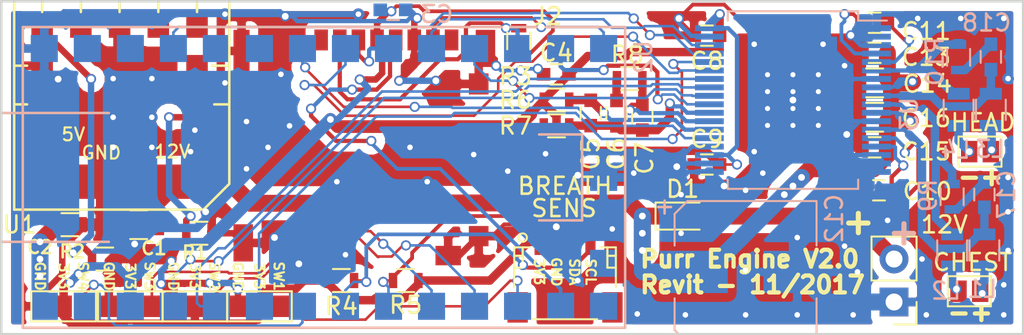
<source format=kicad_pcb>
(kicad_pcb (version 4) (host pcbnew 4.0.7)

  (general
    (links 192)
    (no_connects 0)
    (area 128.194999 125.654999 188.670001 145.490001)
    (thickness 1.6)
    (drawings 32)
    (tracks 820)
    (zones 0)
    (modules 100)
    (nets 45)
  )

  (page A4)
  (layers
    (0 F.Cu signal hide)
    (31 B.Cu signal hide)
    (32 B.Adhes user hide)
    (33 F.Adhes user hide)
    (34 B.Paste user hide)
    (35 F.Paste user hide)
    (36 B.SilkS user)
    (37 F.SilkS user hide)
    (38 B.Mask user hide)
    (39 F.Mask user hide)
    (40 Dwgs.User user hide)
    (41 Cmts.User user hide)
    (42 Eco1.User user hide)
    (43 Eco2.User user hide)
    (44 Edge.Cuts user)
    (45 Margin user hide)
    (46 B.CrtYd user)
    (47 F.CrtYd user hide)
    (48 B.Fab user)
    (49 F.Fab user hide)
  )

  (setup
    (last_trace_width 0.25)
    (user_trace_width 0.153)
    (user_trace_width 0.22)
    (user_trace_width 0.254)
    (user_trace_width 0.381)
    (user_trace_width 0.5)
    (user_trace_width 0.75)
    (user_trace_width 1)
    (user_trace_width 2)
    (trace_clearance 0.15)
    (zone_clearance 0.508)
    (zone_45_only no)
    (trace_min 0.153)
    (segment_width 0.2)
    (edge_width 0.15)
    (via_size 0.6)
    (via_drill 0.4)
    (via_min_size 0.4)
    (via_min_drill 0.3)
    (uvia_size 0.3)
    (uvia_drill 0.1)
    (uvias_allowed no)
    (uvia_min_size 0.2)
    (uvia_min_drill 0.1)
    (pcb_text_width 0.3)
    (pcb_text_size 1.5 1.5)
    (mod_edge_width 0.15)
    (mod_text_size 1 1)
    (mod_text_width 0.15)
    (pad_size 1.6 1.6)
    (pad_drill 0)
    (pad_to_mask_clearance 0.0254)
    (aux_axis_origin 0 0)
    (grid_origin 163.068 131.572)
    (visible_elements 7FFEEC7F)
    (pcbplotparams
      (layerselection 0x00030_80000001)
      (usegerberextensions false)
      (excludeedgelayer true)
      (linewidth 0.100000)
      (plotframeref false)
      (viasonmask false)
      (mode 1)
      (useauxorigin false)
      (hpglpennumber 1)
      (hpglpenspeed 20)
      (hpglpendiameter 15)
      (hpglpenoverlay 2)
      (psnegative false)
      (psa4output false)
      (plotreference true)
      (plotvalue true)
      (plotinvisibletext false)
      (padsonsilk false)
      (subtractmaskfromsilk false)
      (outputformat 1)
      (mirror false)
      (drillshape 1)
      (scaleselection 1)
      (outputdirectory ""))
  )

  (net 0 "")
  (net 1 +3V3)
  (net 2 I2C_SCL)
  (net 3 I2C_SDA)
  (net 4 GND)
  (net 5 +12V)
  (net 6 +5V)
  (net 7 SD_MISO)
  (net 8 SD_CLK)
  (net 9 SD_MOSI)
  (net 10 SD_CS)
  (net 11 SW1)
  (net 12 SW2)
  (net 13 SW3)
  (net 14 SW4)
  (net 15 I2S_TX)
  (net 16 I2S_LRCLK)
  (net 17 I2S_MCLK)
  (net 18 I2S_BCLK)
  (net 19 AUD_GAIN_SEL)
  (net 20 AUD_RESET)
  (net 21 AUD_PWRDN)
  (net 22 AUD_OVRSMP_SEL)
  (net 23 "Net-(C5-Pad1)")
  (net 24 "Net-(C6-Pad1)")
  (net 25 "Net-(C10-Pad2)")
  (net 26 "Net-(C10-Pad1)")
  (net 27 "Net-(C17-Pad1)")
  (net 28 "Net-(C17-Pad2)")
  (net 29 "Net-(L2-Pad2)")
  (net 30 "Net-(L4-Pad2)")
  (net 31 AUD_INT)
  (net 32 "Net-(D1-Pad2)")
  (net 33 "Net-(C5-Pad2)")
  (net 34 "Net-(C7-Pad1)")
  (net 35 "Net-(C11-Pad2)")
  (net 36 "Net-(C11-Pad1)")
  (net 37 "Net-(C18-Pad2)")
  (net 38 "Net-(C18-Pad1)")
  (net 39 "Net-(J8-Pad1)")
  (net 40 "Net-(J8-Pad2)")
  (net 41 "Net-(J9-Pad1)")
  (net 42 "Net-(J9-Pad2)")
  (net 43 "Net-(R1-Pad1)")
  (net 44 "Net-(R2-Pad1)")

  (net_class Default "This is the default net class."
    (clearance 0.15)
    (trace_width 0.25)
    (via_dia 0.6)
    (via_drill 0.4)
    (uvia_dia 0.3)
    (uvia_drill 0.1)
    (add_net +12V)
    (add_net +3V3)
    (add_net +5V)
    (add_net AUD_GAIN_SEL)
    (add_net AUD_INT)
    (add_net AUD_OVRSMP_SEL)
    (add_net AUD_PWRDN)
    (add_net AUD_RESET)
    (add_net GND)
    (add_net I2C_SCL)
    (add_net I2C_SDA)
    (add_net I2S_BCLK)
    (add_net I2S_LRCLK)
    (add_net I2S_MCLK)
    (add_net I2S_TX)
    (add_net "Net-(C10-Pad1)")
    (add_net "Net-(C10-Pad2)")
    (add_net "Net-(C11-Pad1)")
    (add_net "Net-(C11-Pad2)")
    (add_net "Net-(C17-Pad1)")
    (add_net "Net-(C17-Pad2)")
    (add_net "Net-(C18-Pad1)")
    (add_net "Net-(C18-Pad2)")
    (add_net "Net-(C5-Pad1)")
    (add_net "Net-(C5-Pad2)")
    (add_net "Net-(C6-Pad1)")
    (add_net "Net-(C7-Pad1)")
    (add_net "Net-(D1-Pad2)")
    (add_net "Net-(J8-Pad1)")
    (add_net "Net-(J8-Pad2)")
    (add_net "Net-(J9-Pad1)")
    (add_net "Net-(J9-Pad2)")
    (add_net "Net-(L2-Pad2)")
    (add_net "Net-(L4-Pad2)")
    (add_net "Net-(R1-Pad1)")
    (add_net "Net-(R2-Pad1)")
    (add_net SD_CLK)
    (add_net SD_CS)
    (add_net SD_MISO)
    (add_net SD_MOSI)
    (add_net SW1)
    (add_net SW2)
    (add_net SW3)
    (add_net SW4)
  )

  (net_class Power ""
    (clearance 0.2)
    (trace_width 1)
    (via_dia 0.6)
    (via_drill 0.4)
    (uvia_dia 0.3)
    (uvia_drill 0.1)
  )

  (module custom:Via-0.6mm-Tented (layer F.Cu) (tedit 59FA78F1) (tstamp 59FA8F83)
    (at 160.401 134.747)
    (fp_text reference REF** (at 0.5 4) (layer F.SilkS) hide
      (effects (font (size 1 1) (thickness 0.15)))
    )
    (fp_text value Via-0.6mm-Tented (at 0 2.25) (layer F.Fab) hide
      (effects (font (size 1 1) (thickness 0.15)))
    )
    (pad 1 thru_hole circle (at 0 0) (size 0.6858 0.6858) (drill 0.3302) (layers *.Cu)
      (net 4 GND) (zone_connect 2))
  )

  (module custom:Via-0.6mm-Tented (layer F.Cu) (tedit 59FA7900) (tstamp 59FA8F6D)
    (at 153.416 136.398)
    (fp_text reference REF** (at 0.5 4) (layer F.SilkS) hide
      (effects (font (size 1 1) (thickness 0.15)))
    )
    (fp_text value Via-0.6mm-Tented (at 0 2.25) (layer F.Fab) hide
      (effects (font (size 1 1) (thickness 0.15)))
    )
    (pad 1 thru_hole circle (at 0 0) (size 0.6858 0.6858) (drill 0.3302) (layers *.Cu)
      (net 4 GND) (zone_connect 2))
  )

  (module custom:Via-0.6mm-Tented (layer F.Cu) (tedit 59FA7900) (tstamp 59FA8F5D)
    (at 148.082 136.398)
    (fp_text reference REF** (at 0.5 4) (layer F.SilkS) hide
      (effects (font (size 1 1) (thickness 0.15)))
    )
    (fp_text value Via-0.6mm-Tented (at 0 2.25) (layer F.Fab) hide
      (effects (font (size 1 1) (thickness 0.15)))
    )
    (pad 1 thru_hole circle (at 0 0) (size 0.6858 0.6858) (drill 0.3302) (layers *.Cu)
      (net 4 GND) (zone_connect 2))
  )

  (module custom:Via-0.6mm-Tented (layer F.Cu) (tedit 59FA7847) (tstamp 59FA8697)
    (at 187.452 126.746)
    (fp_text reference REF** (at 0.5 4) (layer F.SilkS) hide
      (effects (font (size 1 1) (thickness 0.15)))
    )
    (fp_text value Via-0.6mm-Tented (at 0 2.25) (layer F.Fab) hide
      (effects (font (size 1 1) (thickness 0.15)))
    )
    (pad 1 thru_hole circle (at 0 0) (size 0.6858 0.6858) (drill 0.3302) (layers *.Cu)
      (net 4 GND) (zone_connect 2))
  )

  (module Resistors_SMD:R_0603 (layer F.Cu) (tedit 58E0A804) (tstamp 59D08769)
    (at 158.818 128.072 90)
    (descr "Resistor SMD 0603, reflow soldering, Vishay (see dcrcw.pdf)")
    (tags "resistor 0603")
    (path /59C6A299/59D061B7)
    (attr smd)
    (fp_text reference R3 (at -2.103 -0.195 360) (layer F.SilkS)
      (effects (font (size 1 1) (thickness 0.15)))
    )
    (fp_text value 10K (at 0 1.5 90) (layer F.Fab)
      (effects (font (size 1 1) (thickness 0.15)))
    )
    (fp_text user %R (at 0 0 90) (layer F.Fab)
      (effects (font (size 0.4 0.4) (thickness 0.075)))
    )
    (fp_line (start -0.8 0.4) (end -0.8 -0.4) (layer F.Fab) (width 0.1))
    (fp_line (start 0.8 0.4) (end -0.8 0.4) (layer F.Fab) (width 0.1))
    (fp_line (start 0.8 -0.4) (end 0.8 0.4) (layer F.Fab) (width 0.1))
    (fp_line (start -0.8 -0.4) (end 0.8 -0.4) (layer F.Fab) (width 0.1))
    (fp_line (start 0.5 0.68) (end -0.5 0.68) (layer F.SilkS) (width 0.12))
    (fp_line (start -0.5 -0.68) (end 0.5 -0.68) (layer F.SilkS) (width 0.12))
    (fp_line (start -1.25 -0.7) (end 1.25 -0.7) (layer F.CrtYd) (width 0.05))
    (fp_line (start -1.25 -0.7) (end -1.25 0.7) (layer F.CrtYd) (width 0.05))
    (fp_line (start 1.25 0.7) (end 1.25 -0.7) (layer F.CrtYd) (width 0.05))
    (fp_line (start 1.25 0.7) (end -1.25 0.7) (layer F.CrtYd) (width 0.05))
    (pad 1 smd rect (at -0.75 0 90) (size 0.5 0.9) (layers F.Cu F.Paste F.Mask)
      (net 1 +3V3))
    (pad 2 smd rect (at 0.75 0 90) (size 0.5 0.9) (layers F.Cu F.Paste F.Mask)
      (net 10 SD_CS))
    (model ${KISYS3DMOD}/Resistors_SMD.3dshapes/R_0603.wrl
      (at (xyz 0 0 0))
      (scale (xyz 1 1 1))
      (rotate (xyz 0 0 0))
    )
  )

  (module Capacitors_SMD:C_0603 (layer F.Cu) (tedit 59958EE7) (tstamp 59D0869F)
    (at 163.068 132.334 270)
    (descr "Capacitor SMD 0603, reflow soldering, AVX (see smccp.pdf)")
    (tags "capacitor 0603")
    (path /59C68BAF/59C6A091)
    (attr smd)
    (fp_text reference C5 (at 2.413 0 270) (layer F.SilkS)
      (effects (font (size 1 1) (thickness 0.15)))
    )
    (fp_text value 100n (at 0 1.5 270) (layer F.Fab)
      (effects (font (size 1 1) (thickness 0.15)))
    )
    (fp_line (start 1.4 0.65) (end -1.4 0.65) (layer F.CrtYd) (width 0.05))
    (fp_line (start 1.4 0.65) (end 1.4 -0.65) (layer F.CrtYd) (width 0.05))
    (fp_line (start -1.4 -0.65) (end -1.4 0.65) (layer F.CrtYd) (width 0.05))
    (fp_line (start -1.4 -0.65) (end 1.4 -0.65) (layer F.CrtYd) (width 0.05))
    (fp_line (start 0.35 0.6) (end -0.35 0.6) (layer F.SilkS) (width 0.12))
    (fp_line (start -0.35 -0.6) (end 0.35 -0.6) (layer F.SilkS) (width 0.12))
    (fp_line (start -0.8 -0.4) (end 0.8 -0.4) (layer F.Fab) (width 0.1))
    (fp_line (start 0.8 -0.4) (end 0.8 0.4) (layer F.Fab) (width 0.1))
    (fp_line (start 0.8 0.4) (end -0.8 0.4) (layer F.Fab) (width 0.1))
    (fp_line (start -0.8 0.4) (end -0.8 -0.4) (layer F.Fab) (width 0.1))
    (fp_text user %R (at 0 0 270) (layer F.Fab)
      (effects (font (size 0.3 0.3) (thickness 0.075)))
    )
    (pad 2 smd rect (at 0.75 0 270) (size 0.8 0.75) (layers F.Cu F.Paste F.Mask)
      (net 33 "Net-(C5-Pad2)"))
    (pad 1 smd rect (at -0.75 0 270) (size 0.8 0.75) (layers F.Cu F.Paste F.Mask)
      (net 23 "Net-(C5-Pad1)"))
    (model Capacitors_SMD.3dshapes/C_0603.wrl
      (at (xyz 0 0 0))
      (scale (xyz 1 1 1))
      (rotate (xyz 0 0 0))
    )
  )

  (module Connectors:GS3 (layer F.Cu) (tedit 59FA997A) (tstamp 59F7E475)
    (at 131.953 143.764 270)
    (descr "3-pin solder bridge")
    (tags "solder bridge")
    (path /59C6A299/59D14C13)
    (attr smd)
    (fp_text reference J7 (at -1.7 0 360) (layer F.SilkS) hide
      (effects (font (size 1 1) (thickness 0.15)))
    )
    (fp_text value Conn_01x03 (at 1.8 0 360) (layer F.Fab)
      (effects (font (size 1 1) (thickness 0.15)))
    )
    (fp_line (start -1.15 -2.15) (end 1.15 -2.15) (layer F.CrtYd) (width 0.05))
    (fp_line (start 1.15 -2.15) (end 1.15 2.15) (layer F.CrtYd) (width 0.05))
    (fp_line (start 1.15 2.15) (end -1.15 2.15) (layer F.CrtYd) (width 0.05))
    (fp_line (start -1.15 2.15) (end -1.15 -2.15) (layer F.CrtYd) (width 0.05))
    (fp_line (start -0.89 -1.91) (end -0.89 1.91) (layer F.SilkS) (width 0.12))
    (fp_line (start -0.89 1.91) (end 0.89 1.91) (layer F.SilkS) (width 0.12))
    (fp_line (start 0.89 1.91) (end 0.89 -1.91) (layer F.SilkS) (width 0.12))
    (fp_line (start -0.89 -1.91) (end 0.89 -1.91) (layer F.SilkS) (width 0.12))
    (pad 1 smd rect (at 0 -1.27 270) (size 1.27 0.97) (layers F.Cu F.Paste F.Mask)
      (net 14 SW4))
    (pad 2 smd rect (at 0 0 270) (size 1.27 0.97) (layers F.Cu F.Paste F.Mask)
      (net 1 +3V3))
    (pad 3 smd rect (at 0 1.27 270) (size 1.27 0.97) (layers F.Cu F.Paste F.Mask)
      (net 4 GND))
  )

  (module Connectors_JST:JST_SH_SM04B-SRSS-TB_04x1.00mm_Angled (layer F.Cu) (tedit 59FA98A5) (tstamp 59D15066)
    (at 161.552 141.8915)
    (descr http://www.jst-mfg.com/product/pdf/eng/eSH.pdf)
    (tags "connector jst sh")
    (path /59C6A299/59D0F950)
    (attr smd)
    (fp_text reference BREATH (at -0.008 -5.2395) (layer F.SilkS)
      (effects (font (size 1 1) (thickness 0.15)))
    )
    (fp_text value I2C_CONN (at 0 4.5) (layer F.Fab)
      (effects (font (size 1 1) (thickness 0.15)))
    )
    (fp_circle (center -2.5 -2.1875) (end -2.25 -2.1875) (layer F.SilkS) (width 0.12))
    (fp_line (start -1.9 2.6375) (end 1.9 2.6375) (layer F.SilkS) (width 0.12))
    (fp_line (start -3 0.7375) (end -3 -1.6125) (layer F.SilkS) (width 0.12))
    (fp_line (start -3 -1.6125) (end -2.1 -1.6125) (layer F.SilkS) (width 0.12))
    (fp_line (start -2.5 -1.6125) (end -2.5 -0.4125) (layer F.SilkS) (width 0.12))
    (fp_line (start -2.5 -0.4125) (end -2.5 -0.4125) (layer F.SilkS) (width 0.12))
    (fp_line (start -2.5 -0.4125) (end -2.5 -1.6125) (layer F.SilkS) (width 0.12))
    (fp_line (start -2.5 -1.6125) (end -2.5 -1.6125) (layer F.SilkS) (width 0.12))
    (fp_line (start -2.5 -1.1125) (end -2.5 -1.1125) (layer F.SilkS) (width 0.12))
    (fp_line (start -2.5 -1.1125) (end -3 -1.1125) (layer F.SilkS) (width 0.12))
    (fp_line (start -3 -1.1125) (end -3 -1.1125) (layer F.SilkS) (width 0.12))
    (fp_line (start -3 -1.1125) (end -2.5 -1.1125) (layer F.SilkS) (width 0.12))
    (fp_line (start -2.5 -0.4125) (end -2.5 -0.4125) (layer F.SilkS) (width 0.12))
    (fp_line (start -2.5 -0.4125) (end -3 -0.4125) (layer F.SilkS) (width 0.12))
    (fp_line (start -3 -0.4125) (end -3 -0.4125) (layer F.SilkS) (width 0.12))
    (fp_line (start -3 -0.4125) (end -2.5 -0.4125) (layer F.SilkS) (width 0.12))
    (fp_line (start 3 0.7375) (end 3 -1.6125) (layer F.SilkS) (width 0.12))
    (fp_line (start 3 -1.6125) (end 2.1 -1.6125) (layer F.SilkS) (width 0.12))
    (fp_line (start 2.5 -1.6125) (end 2.5 -0.4125) (layer F.SilkS) (width 0.12))
    (fp_line (start 2.5 -0.4125) (end 2.5 -0.4125) (layer F.SilkS) (width 0.12))
    (fp_line (start 2.5 -0.4125) (end 2.5 -1.6125) (layer F.SilkS) (width 0.12))
    (fp_line (start 2.5 -1.6125) (end 2.5 -1.6125) (layer F.SilkS) (width 0.12))
    (fp_line (start 2.5 -1.1125) (end 2.5 -1.1125) (layer F.SilkS) (width 0.12))
    (fp_line (start 2.5 -1.1125) (end 3 -1.1125) (layer F.SilkS) (width 0.12))
    (fp_line (start 3 -1.1125) (end 3 -1.1125) (layer F.SilkS) (width 0.12))
    (fp_line (start 3 -1.1125) (end 2.5 -1.1125) (layer F.SilkS) (width 0.12))
    (fp_line (start 2.5 -0.4125) (end 2.5 -0.4125) (layer F.SilkS) (width 0.12))
    (fp_line (start 2.5 -0.4125) (end 3 -0.4125) (layer F.SilkS) (width 0.12))
    (fp_line (start 3 -0.4125) (end 3 -0.4125) (layer F.SilkS) (width 0.12))
    (fp_line (start 3 -0.4125) (end 2.5 -0.4125) (layer F.SilkS) (width 0.12))
    (fp_line (start -3.9 3.35) (end -3.9 -3.25) (layer F.CrtYd) (width 0.05))
    (fp_line (start -3.9 -3.25) (end 3.9 -3.25) (layer F.CrtYd) (width 0.05))
    (fp_line (start 3.9 -3.25) (end 3.9 3.35) (layer F.CrtYd) (width 0.05))
    (fp_line (start 3.9 3.35) (end -3.9 3.35) (layer F.CrtYd) (width 0.05))
    (pad 1 smd rect (at -1.5 -1.9375) (size 0.6 1.55) (layers F.Cu F.Paste F.Mask)
      (net 1 +3V3))
    (pad 2 smd rect (at -0.5 -1.9375) (size 0.6 1.55) (layers F.Cu F.Paste F.Mask)
      (net 4 GND))
    (pad 3 smd rect (at 0.5 -1.9375) (size 0.6 1.55) (layers F.Cu F.Paste F.Mask)
      (net 3 I2C_SDA))
    (pad 4 smd rect (at 1.5 -1.9375) (size 0.6 1.55) (layers F.Cu F.Paste F.Mask)
      (net 2 I2C_SCL))
    (pad "" smd rect (at -2.8 1.9375) (size 1.2 1.8) (layers F.Cu F.Paste F.Mask))
    (pad "" smd rect (at 2.8 1.9375) (size 1.2 1.8) (layers F.Cu F.Paste F.Mask))
  )

  (module custom:Teensy3.4_SMD (layer B.Cu) (tedit 59FA798D) (tstamp 59D087F8)
    (at 147.32 136.144)
    (path /59C6A299/59D0575B)
    (fp_text reference U2 (at 18.8595 -7.112 90) (layer B.SilkS)
      (effects (font (size 1 1) (thickness 0.15)) (justify mirror))
    )
    (fp_text value Teensy3.2 (at -0.3 -10.1) (layer B.Fab)
      (effects (font (size 1 1) (thickness 0.15)) (justify mirror))
    )
    (fp_line (start -17.78 -3.81) (end -19.05 -3.81) (layer B.SilkS) (width 0.15))
    (fp_line (start -19.05 -3.81) (end -19.05 3.81) (layer B.SilkS) (width 0.15))
    (fp_line (start -19.05 3.81) (end -17.78 3.81) (layer B.SilkS) (width 0.15))
    (fp_line (start -12.7 3.81) (end -17.78 3.81) (layer B.SilkS) (width 0.15))
    (fp_line (start -12.7 -3.81) (end -17.78 -3.81) (layer B.SilkS) (width 0.15))
    (fp_line (start 15.24 2.54) (end 15.24 -2.54) (layer B.SilkS) (width 0.15))
    (fp_line (start 15.24 -2.54) (end 12.7 -2.54) (layer B.SilkS) (width 0.15))
    (fp_line (start 12.7 2.54) (end 15.24 2.54) (layer B.SilkS) (width 0.15))
    (fp_line (start -17.78 8.89) (end 17.78 8.89) (layer B.SilkS) (width 0.15))
    (fp_line (start 17.78 8.89) (end 17.78 -8.89) (layer B.SilkS) (width 0.15))
    (fp_line (start 17.78 -8.89) (end -17.78 -8.89) (layer B.SilkS) (width 0.15))
    (fp_line (start -17.78 -8.89) (end -17.78 8.89) (layer B.SilkS) (width 0.15))
    (pad 17 smd rect (at 16.51 0) (size 1.6 1.6) (layers B.Cu B.Paste B.Mask)
      (net 4 GND))
    (pad 19 smd rect (at 16.51 5.08) (size 1.6 1.6) (layers B.Cu B.Paste B.Mask))
    (pad 20 smd rect (at 16.51 7.62) (size 1.6 1.6) (layers B.Cu B.Paste B.Mask))
    (pad 14 smd rect (at 16.51 -7.62) (size 1.6 1.6) (layers B.Cu B.Paste B.Mask)
      (net 7 SD_MISO))
    (pad 21 smd rect (at 13.97 7.62) (size 1.6 1.6) (layers B.Cu B.Paste B.Mask)
      (net 8 SD_CLK))
    (pad 22 smd rect (at 11.43 7.62) (size 1.6 1.6) (layers B.Cu B.Paste B.Mask)
      (net 11 SW1))
    (pad 23 smd rect (at 8.89 7.62) (size 1.6 1.6) (layers B.Cu B.Paste B.Mask)
      (net 12 SW2))
    (pad 24 smd rect (at 6.35 7.62) (size 1.6 1.6) (layers B.Cu B.Paste B.Mask)
      (net 13 SW3))
    (pad 25 smd rect (at 3.81 7.62) (size 1.6 1.6) (layers B.Cu B.Paste B.Mask)
      (net 3 I2C_SDA))
    (pad 26 smd rect (at 1.27 7.62) (size 1.6 1.6) (layers B.Cu B.Paste B.Mask)
      (net 2 I2C_SCL))
    (pad 27 smd rect (at -1.27 7.62) (size 1.6 1.6) (layers B.Cu B.Paste B.Mask)
      (net 14 SW4))
    (pad 28 smd rect (at -3.81 7.62) (size 1.6 1.6) (layers B.Cu B.Paste B.Mask)
      (net 31 AUD_INT))
    (pad 29 smd rect (at -6.35 7.62) (size 1.6 1.6) (layers B.Cu B.Paste B.Mask)
      (net 15 I2S_TX))
    (pad 30 smd rect (at -8.89 7.62) (size 1.6 1.6) (layers B.Cu B.Paste B.Mask)
      (net 16 I2S_LRCLK))
    (pad 31 smd rect (at -11.43 7.62) (size 1.6 1.6) (layers B.Cu B.Paste B.Mask)
      (net 1 +3V3))
    (pad 32 smd rect (at -13.97 7.62) (size 1.6 1.6) (layers B.Cu B.Paste B.Mask))
    (pad 33 smd rect (at -16.51 7.62) (size 1.6 1.6) (layers B.Cu B.Paste B.Mask)
      (net 6 +5V))
    (pad 13 smd rect (at 13.97 -7.62) (size 1.6 1.6) (layers B.Cu B.Paste B.Mask)
      (net 17 I2S_MCLK))
    (pad 12 smd rect (at 11.43 -7.62) (size 1.6 1.6) (layers B.Cu B.Paste B.Mask)
      (net 10 SD_CS))
    (pad 11 smd rect (at 8.89 -7.62) (size 1.6 1.6) (layers B.Cu B.Paste B.Mask)
      (net 18 I2S_BCLK))
    (pad 10 smd rect (at 6.35 -7.62) (size 1.6 1.6) (layers B.Cu B.Paste B.Mask)
      (net 19 AUD_GAIN_SEL))
    (pad 9 smd rect (at 3.81 -7.62) (size 1.6 1.6) (layers B.Cu B.Paste B.Mask)
      (net 9 SD_MOSI))
    (pad 8 smd rect (at 1.27 -7.62) (size 1.6 1.6) (layers B.Cu B.Paste B.Mask)
      (net 20 AUD_RESET))
    (pad 7 smd rect (at -1.27 -7.62) (size 1.6 1.6) (layers B.Cu B.Paste B.Mask)
      (net 21 AUD_PWRDN))
    (pad 6 smd rect (at -3.81 -7.62) (size 1.6 1.6) (layers B.Cu B.Paste B.Mask))
    (pad 5 smd rect (at -6.35 -7.62) (size 1.6 1.6) (layers B.Cu B.Paste B.Mask))
    (pad 4 smd rect (at -8.89 -7.62) (size 1.6 1.6) (layers B.Cu B.Paste B.Mask)
      (net 22 AUD_OVRSMP_SEL))
    (pad 3 smd rect (at -11.43 -7.62) (size 1.6 1.6) (layers B.Cu B.Paste B.Mask))
    (pad 2 smd rect (at -13.97 -7.62) (size 1.6 1.6) (layers B.Cu B.Paste B.Mask))
    (pad 1 smd rect (at -16.51 -7.62) (size 1.6 1.6) (layers B.Cu B.Paste B.Mask)
      (net 4 GND))
  )

  (module Housings_SSOP:ST_PowerSSO-36_SlugDown_ThermalVias (layer B.Cu) (tedit 59AEF9D5) (tstamp 59D12B1B)
    (at 175.006 131.572 180)
    (descr "ST PowerSSO-36 1EP 7.5x10.3mm Pitch 0.8mm [JEDEC MO-271] (http://www.st.com/resource/en/datasheet/tda7492p.pdf, http://freedatasheets.com/downloads/Technical%20Note%20Powersso24%20TN0054.pdf)")
    (tags "ST PowerSSO-36 1EP 7.5x10.3mm Pitch 0.8mm")
    (path /59C68BAF/59C6A035)
    (attr smd)
    (fp_text reference U3 (at -6.858 -0.8255 270) (layer B.SilkS)
      (effects (font (size 1 1) (thickness 0.15)) (justify mirror))
    )
    (fp_text value STA333ML (at 0 -6.1 180) (layer B.Fab)
      (effects (font (size 1 1) (thickness 0.15)) (justify mirror))
    )
    (fp_line (start 3.75 5.25) (end 3.85 5.25) (layer B.SilkS) (width 0.12))
    (fp_line (start 3.85 5.25) (end 3.85 4.7) (layer B.SilkS) (width 0.12))
    (fp_line (start 3.75 -5.25) (end 3.85 -5.25) (layer B.SilkS) (width 0.12))
    (fp_line (start 3.85 -5.25) (end 3.85 -4.7) (layer B.SilkS) (width 0.12))
    (fp_line (start 3.85 -5.25) (end -3.85 -5.25) (layer B.SilkS) (width 0.12))
    (fp_line (start -3.85 -5.25) (end -3.85 -4.7) (layer B.SilkS) (width 0.12))
    (fp_line (start 3.85 5.25) (end -3.85 5.25) (layer B.SilkS) (width 0.12))
    (fp_line (start -3.75 5.25) (end -3.85 5.25) (layer B.SilkS) (width 0.12))
    (fp_line (start -3.85 5.25) (end -3.85 4.7) (layer B.SilkS) (width 0.12))
    (fp_line (start -3.85 4.7) (end -5.55 4.7) (layer B.SilkS) (width 0.12))
    (fp_text user %R (at 0 0 180) (layer B.Fab)
      (effects (font (size 1 1) (thickness 0.15)) (justify mirror))
    )
    (fp_line (start -3.75 -5.15) (end 3.75 -5.15) (layer B.Fab) (width 0.1))
    (fp_line (start 3.75 -5.15) (end 3.75 5.15) (layer B.Fab) (width 0.1))
    (fp_line (start 3.75 5.15) (end -2.75 5.15) (layer B.Fab) (width 0.1))
    (fp_line (start -2.75 5.15) (end -3.75 4.15) (layer B.Fab) (width 0.1))
    (fp_line (start -3.75 4.15) (end -3.75 -5.15) (layer B.Fab) (width 0.1))
    (fp_line (start -6.04 5.4) (end 6.04 5.4) (layer B.CrtYd) (width 0.05))
    (fp_line (start -6.04 5.4) (end -6.04 -5.4) (layer B.CrtYd) (width 0.05))
    (fp_line (start 6.04 -5.4) (end 6.04 5.4) (layer B.CrtYd) (width 0.05))
    (fp_line (start 6.04 -5.4) (end -6.04 -5.4) (layer B.CrtYd) (width 0.05))
    (pad 1 smd rect (at -4.9325 4.25 180) (size 1.7 0.35) (layers B.Cu B.Paste B.Mask)
      (net 4 GND))
    (pad 2 smd rect (at -4.9325 3.75 180) (size 1.7 0.35) (layers B.Cu B.Paste B.Mask)
      (net 4 GND))
    (pad 3 smd rect (at -4.9325 3.25 180) (size 1.7 0.35) (layers B.Cu B.Paste B.Mask)
      (net 4 GND))
    (pad 4 smd rect (at -4.9325 2.75 180) (size 1.7 0.35) (layers B.Cu B.Paste B.Mask)
      (net 36 "Net-(C11-Pad1)"))
    (pad 5 smd rect (at -4.9325 2.25 180) (size 1.7 0.35) (layers B.Cu B.Paste B.Mask)
      (net 35 "Net-(C11-Pad2)"))
    (pad 6 smd rect (at -4.9325 1.75 180) (size 1.7 0.35) (layers B.Cu B.Paste B.Mask)
      (net 30 "Net-(L4-Pad2)"))
    (pad 7 smd rect (at -4.9325 1.25 180) (size 1.7 0.35) (layers B.Cu B.Paste B.Mask)
      (net 4 GND))
    (pad 8 smd rect (at -4.9325 0.75 180) (size 1.7 0.35) (layers B.Cu B.Paste B.Mask)
      (net 5 +12V))
    (pad 9 smd rect (at -4.9325 0.25 180) (size 1.7 0.35) (layers B.Cu B.Paste B.Mask)
      (net 38 "Net-(C18-Pad1)"))
    (pad 10 smd rect (at -4.9325 -0.25 180) (size 1.7 0.35) (layers B.Cu B.Paste B.Mask)
      (net 29 "Net-(L2-Pad2)"))
    (pad 11 smd rect (at -4.9325 -0.75 180) (size 1.7 0.35) (layers B.Cu B.Paste B.Mask)
      (net 5 +12V))
    (pad 12 smd rect (at -4.9325 -1.25 180) (size 1.7 0.35) (layers B.Cu B.Paste B.Mask)
      (net 4 GND))
    (pad 13 smd rect (at -4.9325 -1.75 180) (size 1.7 0.35) (layers B.Cu B.Paste B.Mask)
      (net 27 "Net-(C17-Pad1)"))
    (pad 14 smd rect (at -4.9325 -2.25 180) (size 1.7 0.35) (layers B.Cu B.Paste B.Mask)
      (net 26 "Net-(C10-Pad1)"))
    (pad 15 smd rect (at -4.9325 -2.75 180) (size 1.7 0.35) (layers B.Cu B.Paste B.Mask)
      (net 25 "Net-(C10-Pad2)"))
    (pad 16 smd rect (at -4.9325 -3.25 180) (size 1.7 0.35) (layers B.Cu B.Paste B.Mask)
      (net 4 GND))
    (pad 17 smd rect (at -4.9325 -3.75 180) (size 1.7 0.35) (layers B.Cu B.Paste B.Mask)
      (net 4 GND))
    (pad 18 smd rect (at -4.9325 -4.25 180) (size 1.7 0.35) (layers B.Cu B.Paste B.Mask)
      (net 4 GND))
    (pad 19 smd rect (at 4.9325 -4.25 180) (size 1.7 0.35) (layers B.Cu B.Paste B.Mask)
      (net 4 GND))
    (pad 20 smd rect (at 4.9325 -3.75 180) (size 1.7 0.35) (layers B.Cu B.Paste B.Mask)
      (net 4 GND))
    (pad 21 smd rect (at 4.9325 -3.25 180) (size 1.7 0.35) (layers B.Cu B.Paste B.Mask)
      (net 1 +3V3))
    (pad 22 smd rect (at 4.9325 -2.75 180) (size 1.7 0.35) (layers B.Cu B.Paste B.Mask)
      (net 4 GND))
    (pad 23 smd rect (at 4.9325 -2.25 180) (size 1.7 0.35) (layers B.Cu B.Paste B.Mask)
      (net 21 AUD_PWRDN))
    (pad 24 smd rect (at 4.9325 -1.75 180) (size 1.7 0.35) (layers B.Cu B.Paste B.Mask)
      (net 23 "Net-(C5-Pad1)"))
    (pad 25 smd rect (at 4.9325 -1.25 180) (size 1.7 0.35) (layers B.Cu B.Paste B.Mask)
      (net 34 "Net-(C7-Pad1)"))
    (pad 26 smd rect (at 4.9325 -0.75 180) (size 1.7 0.35) (layers B.Cu B.Paste B.Mask)
      (net 33 "Net-(C5-Pad2)"))
    (pad 27 smd rect (at 4.9325 -0.25 180) (size 1.7 0.35) (layers B.Cu B.Paste B.Mask)
      (net 17 I2S_MCLK))
    (pad 28 smd rect (at 4.9325 0.25 180) (size 1.7 0.35) (layers B.Cu B.Paste B.Mask)
      (net 18 I2S_BCLK))
    (pad 29 smd rect (at 4.9325 0.75 180) (size 1.7 0.35) (layers B.Cu B.Paste B.Mask)
      (net 16 I2S_LRCLK))
    (pad 30 smd rect (at 4.9325 1.25 180) (size 1.7 0.35) (layers B.Cu B.Paste B.Mask)
      (net 15 I2S_TX))
    (pad 31 smd rect (at 4.9325 1.75 180) (size 1.7 0.35) (layers B.Cu B.Paste B.Mask)
      (net 20 AUD_RESET))
    (pad 32 smd rect (at 4.9325 2.25 180) (size 1.7 0.35) (layers B.Cu B.Paste B.Mask)
      (net 31 AUD_INT))
    (pad 33 smd rect (at 4.9325 2.75 180) (size 1.7 0.35) (layers B.Cu B.Paste B.Mask)
      (net 22 AUD_OVRSMP_SEL))
    (pad 34 smd rect (at 4.9325 3.25 180) (size 1.7 0.35) (layers B.Cu B.Paste B.Mask)
      (net 19 AUD_GAIN_SEL))
    (pad 35 smd rect (at 4.9325 3.75 180) (size 1.7 0.35) (layers B.Cu B.Paste B.Mask)
      (net 4 GND))
    (pad 36 smd rect (at 4.9325 4.25 180) (size 1.7 0.35) (layers B.Cu B.Paste B.Mask)
      (net 1 +3V3))
    (pad 37 smd rect (at 0 0 180) (size 5.2 7.5) (layers B.Cu B.Paste B.Mask)
      (net 4 GND))
    (pad 37 thru_hole circle (at -1.5 1.5 180) (size 0.6 0.6) (drill 0.3) (layers *.Cu *.Mask)
      (net 4 GND))
    (pad 37 thru_hole circle (at 0 1.5 180) (size 0.6 0.6) (drill 0.3) (layers *.Cu *.Mask)
      (net 4 GND))
    (pad 37 thru_hole circle (at 1.5 1.5 180) (size 0.6 0.6) (drill 0.3) (layers *.Cu *.Mask)
      (net 4 GND))
    (pad 37 thru_hole circle (at -1.5 0.5 180) (size 0.6 0.6) (drill 0.3) (layers *.Cu *.Mask)
      (net 4 GND))
    (pad 37 thru_hole circle (at 0 0.5 180) (size 0.6 0.6) (drill 0.3) (layers *.Cu *.Mask)
      (net 4 GND))
    (pad 37 thru_hole circle (at 1.5 0.5 180) (size 0.6 0.6) (drill 0.3) (layers *.Cu *.Mask)
      (net 4 GND))
    (pad 37 thru_hole circle (at -1.5 -0.5 180) (size 0.6 0.6) (drill 0.3) (layers *.Cu *.Mask)
      (net 4 GND))
    (pad 37 thru_hole circle (at 0 -0.5 180) (size 0.6 0.6) (drill 0.3) (layers *.Cu *.Mask)
      (net 4 GND))
    (pad 37 thru_hole circle (at 1.5 -0.5 180) (size 0.6 0.6) (drill 0.3) (layers *.Cu *.Mask)
      (net 4 GND))
    (pad 37 thru_hole circle (at -1.5 -1.5 180) (size 0.6 0.6) (drill 0.3) (layers *.Cu *.Mask)
      (net 4 GND))
    (pad 37 thru_hole circle (at 0 -1.5 180) (size 0.6 0.6) (drill 0.3) (layers *.Cu *.Mask)
      (net 4 GND))
    (pad 37 thru_hole circle (at 1.5 -1.5 180) (size 0.6 0.6) (drill 0.3) (layers *.Cu *.Mask)
      (net 4 GND))
    (pad 37 smd rect (at 0 0 180) (size 4.3 4.3) (layers F.Cu F.Mask)
      (net 4 GND))
    (model ${KISYS3DMOD}/Housings_SSOP.3dshapes/ST_PowerSSO-36_SlugDown.wrl
      (at (xyz 0 0 0))
      (scale (xyz 1 1 1))
      (rotate (xyz 0 0 0))
    )
  )

  (module Resistors_SMD:R_0805 (layer B.Cu) (tedit 58E0A804) (tstamp 59D0873F)
    (at 186.309 140.462 90)
    (descr "Resistor SMD 0805, reflow soldering, Vishay (see dcrcw.pdf)")
    (tags "resistor 0805")
    (path /59C68BAF/59C6A0EF)
    (attr smd)
    (fp_text reference L1 (at -2.286 -0.127 360) (layer B.SilkS)
      (effects (font (size 1 1) (thickness 0.15)) (justify mirror))
    )
    (fp_text value Bead (at 0 -1.75 90) (layer B.Fab)
      (effects (font (size 1 1) (thickness 0.15)) (justify mirror))
    )
    (fp_text user %R (at 0 0 90) (layer B.Fab)
      (effects (font (size 0.5 0.5) (thickness 0.075)) (justify mirror))
    )
    (fp_line (start -1 -0.62) (end -1 0.62) (layer B.Fab) (width 0.1))
    (fp_line (start 1 -0.62) (end -1 -0.62) (layer B.Fab) (width 0.1))
    (fp_line (start 1 0.62) (end 1 -0.62) (layer B.Fab) (width 0.1))
    (fp_line (start -1 0.62) (end 1 0.62) (layer B.Fab) (width 0.1))
    (fp_line (start 0.6 -0.88) (end -0.6 -0.88) (layer B.SilkS) (width 0.12))
    (fp_line (start -0.6 0.88) (end 0.6 0.88) (layer B.SilkS) (width 0.12))
    (fp_line (start -1.55 0.9) (end 1.55 0.9) (layer B.CrtYd) (width 0.05))
    (fp_line (start -1.55 0.9) (end -1.55 -0.9) (layer B.CrtYd) (width 0.05))
    (fp_line (start 1.55 -0.9) (end 1.55 0.9) (layer B.CrtYd) (width 0.05))
    (fp_line (start 1.55 -0.9) (end -1.55 -0.9) (layer B.CrtYd) (width 0.05))
    (pad 1 smd rect (at -0.95 0 90) (size 0.7 1.3) (layers B.Cu B.Paste B.Mask)
      (net 39 "Net-(J8-Pad1)"))
    (pad 2 smd rect (at 0.95 0 90) (size 0.7 1.3) (layers B.Cu B.Paste B.Mask)
      (net 27 "Net-(C17-Pad1)"))
    (model ${KISYS3DMOD}/Resistors_SMD.3dshapes/R_0805.wrl
      (at (xyz 0 0 0))
      (scale (xyz 1 1 1))
      (rotate (xyz 0 0 0))
    )
  )

  (module Capacitors_SMD:C_0603 (layer F.Cu) (tedit 59958EE7) (tstamp 59D08699)
    (at 161.036 130.048 180)
    (descr "Capacitor SMD 0603, reflow soldering, AVX (see smccp.pdf)")
    (tags "capacitor 0603")
    (path /59C68BAF/59C6A098)
    (attr smd)
    (fp_text reference C4 (at 0 1.27 180) (layer F.SilkS)
      (effects (font (size 1 1) (thickness 0.15)))
    )
    (fp_text value 100n (at 0 1.5 180) (layer F.Fab)
      (effects (font (size 1 1) (thickness 0.15)))
    )
    (fp_line (start 1.4 0.65) (end -1.4 0.65) (layer F.CrtYd) (width 0.05))
    (fp_line (start 1.4 0.65) (end 1.4 -0.65) (layer F.CrtYd) (width 0.05))
    (fp_line (start -1.4 -0.65) (end -1.4 0.65) (layer F.CrtYd) (width 0.05))
    (fp_line (start -1.4 -0.65) (end 1.4 -0.65) (layer F.CrtYd) (width 0.05))
    (fp_line (start 0.35 0.6) (end -0.35 0.6) (layer F.SilkS) (width 0.12))
    (fp_line (start -0.35 -0.6) (end 0.35 -0.6) (layer F.SilkS) (width 0.12))
    (fp_line (start -0.8 -0.4) (end 0.8 -0.4) (layer F.Fab) (width 0.1))
    (fp_line (start 0.8 -0.4) (end 0.8 0.4) (layer F.Fab) (width 0.1))
    (fp_line (start 0.8 0.4) (end -0.8 0.4) (layer F.Fab) (width 0.1))
    (fp_line (start -0.8 0.4) (end -0.8 -0.4) (layer F.Fab) (width 0.1))
    (fp_text user %R (at 0 0 180) (layer F.Fab)
      (effects (font (size 0.3 0.3) (thickness 0.075)))
    )
    (pad 2 smd rect (at 0.75 0 180) (size 0.8 0.75) (layers F.Cu F.Paste F.Mask)
      (net 4 GND))
    (pad 1 smd rect (at -0.75 0 180) (size 0.8 0.75) (layers F.Cu F.Paste F.Mask)
      (net 1 +3V3))
    (model Capacitors_SMD.3dshapes/C_0603.wrl
      (at (xyz 0 0 0))
      (scale (xyz 1 1 1))
      (rotate (xyz 0 0 0))
    )
  )

  (module Capacitors_SMD:C_0603 (layer F.Cu) (tedit 59D12813) (tstamp 59D086A5)
    (at 164.592 132.346 270)
    (descr "Capacitor SMD 0603, reflow soldering, AVX (see smccp.pdf)")
    (tags "capacitor 0603")
    (path /59C68BAF/59C6A083)
    (attr smd)
    (fp_text reference C6 (at 2.401 0 270) (layer F.SilkS)
      (effects (font (size 1 1) (thickness 0.15)))
    )
    (fp_text value 4.7n (at 0 1.5 270) (layer F.Fab)
      (effects (font (size 1 1) (thickness 0.15)))
    )
    (fp_line (start 1.4 0.65) (end -1.4 0.65) (layer F.CrtYd) (width 0.05))
    (fp_line (start 1.4 0.65) (end 1.4 -0.65) (layer F.CrtYd) (width 0.05))
    (fp_line (start -1.4 -0.65) (end -1.4 0.65) (layer F.CrtYd) (width 0.05))
    (fp_line (start -1.4 -0.65) (end 1.4 -0.65) (layer F.CrtYd) (width 0.05))
    (fp_line (start 0.35 0.6) (end -0.35 0.6) (layer F.SilkS) (width 0.12))
    (fp_line (start -0.35 -0.6) (end 0.35 -0.6) (layer F.SilkS) (width 0.12))
    (fp_line (start -0.8 -0.4) (end 0.8 -0.4) (layer F.Fab) (width 0.1))
    (fp_line (start 0.8 -0.4) (end 0.8 0.4) (layer F.Fab) (width 0.1))
    (fp_line (start 0.8 0.4) (end -0.8 0.4) (layer F.Fab) (width 0.1))
    (fp_line (start -0.8 0.4) (end -0.8 -0.4) (layer F.Fab) (width 0.1))
    (fp_text user %R (at 0.508 0.508 270) (layer F.Fab)
      (effects (font (size 0.3 0.3) (thickness 0.075)))
    )
    (pad 2 smd rect (at 0.75 0 270) (size 0.8 0.75) (layers F.Cu F.Paste F.Mask)
      (net 33 "Net-(C5-Pad2)"))
    (pad 1 smd rect (at -0.75 0 270) (size 0.8 0.75) (layers F.Cu F.Paste F.Mask)
      (net 24 "Net-(C6-Pad1)"))
    (model Capacitors_SMD.3dshapes/C_0603.wrl
      (at (xyz 0 0 0))
      (scale (xyz 1 1 1))
      (rotate (xyz 0 0 0))
    )
  )

  (module Capacitors_SMD:C_0603 (layer F.Cu) (tedit 59D127F5) (tstamp 59D086AB)
    (at 166.116 132.6 270)
    (descr "Capacitor SMD 0603, reflow soldering, AVX (see smccp.pdf)")
    (tags "capacitor 0603")
    (path /59C68BAF/59C6A07C)
    (attr smd)
    (fp_text reference C7 (at 2.401 -0.127 450) (layer F.SilkS)
      (effects (font (size 1 1) (thickness 0.15)))
    )
    (fp_text value 680p (at 0 1.5 270) (layer F.Fab)
      (effects (font (size 1 1) (thickness 0.15)))
    )
    (fp_line (start 1.4 0.65) (end -1.4 0.65) (layer F.CrtYd) (width 0.05))
    (fp_line (start 1.4 0.65) (end 1.4 -0.65) (layer F.CrtYd) (width 0.05))
    (fp_line (start -1.4 -0.65) (end -1.4 0.65) (layer F.CrtYd) (width 0.05))
    (fp_line (start -1.4 -0.65) (end 1.4 -0.65) (layer F.CrtYd) (width 0.05))
    (fp_line (start 0.35 0.6) (end -0.35 0.6) (layer F.SilkS) (width 0.12))
    (fp_line (start -0.35 -0.6) (end 0.35 -0.6) (layer F.SilkS) (width 0.12))
    (fp_line (start -0.8 -0.4) (end 0.8 -0.4) (layer F.Fab) (width 0.1))
    (fp_line (start 0.8 -0.4) (end 0.8 0.4) (layer F.Fab) (width 0.1))
    (fp_line (start 0.8 0.4) (end -0.8 0.4) (layer F.Fab) (width 0.1))
    (fp_line (start -0.8 0.4) (end -0.8 -0.4) (layer F.Fab) (width 0.1))
    (fp_text user %R (at 1.27 0 270) (layer F.Fab)
      (effects (font (size 0.3 0.3) (thickness 0.075)))
    )
    (pad 2 smd rect (at 0.75 0 270) (size 0.8 0.75) (layers F.Cu F.Paste F.Mask)
      (net 33 "Net-(C5-Pad2)"))
    (pad 1 smd rect (at -0.75 0 270) (size 0.8 0.75) (layers F.Cu F.Paste F.Mask)
      (net 34 "Net-(C7-Pad1)"))
    (model Capacitors_SMD.3dshapes/C_0603.wrl
      (at (xyz 0 0 0))
      (scale (xyz 1 1 1))
      (rotate (xyz 0 0 0))
    )
  )

  (module Capacitors_SMD:C_0603 (layer F.Cu) (tedit 59958EE7) (tstamp 59D086B1)
    (at 169.926 127.762 180)
    (descr "Capacitor SMD 0603, reflow soldering, AVX (see smccp.pdf)")
    (tags "capacitor 0603")
    (path /59C68BAF/59C6A04A)
    (attr smd)
    (fp_text reference C8 (at 0 -1.5 180) (layer F.SilkS)
      (effects (font (size 1 1) (thickness 0.15)))
    )
    (fp_text value 100n (at 0 1.5 180) (layer F.Fab)
      (effects (font (size 1 1) (thickness 0.15)))
    )
    (fp_line (start 1.4 0.65) (end -1.4 0.65) (layer F.CrtYd) (width 0.05))
    (fp_line (start 1.4 0.65) (end 1.4 -0.65) (layer F.CrtYd) (width 0.05))
    (fp_line (start -1.4 -0.65) (end -1.4 0.65) (layer F.CrtYd) (width 0.05))
    (fp_line (start -1.4 -0.65) (end 1.4 -0.65) (layer F.CrtYd) (width 0.05))
    (fp_line (start 0.35 0.6) (end -0.35 0.6) (layer F.SilkS) (width 0.12))
    (fp_line (start -0.35 -0.6) (end 0.35 -0.6) (layer F.SilkS) (width 0.12))
    (fp_line (start -0.8 -0.4) (end 0.8 -0.4) (layer F.Fab) (width 0.1))
    (fp_line (start 0.8 -0.4) (end 0.8 0.4) (layer F.Fab) (width 0.1))
    (fp_line (start 0.8 0.4) (end -0.8 0.4) (layer F.Fab) (width 0.1))
    (fp_line (start -0.8 0.4) (end -0.8 -0.4) (layer F.Fab) (width 0.1))
    (fp_text user %R (at 0 0 180) (layer F.Fab)
      (effects (font (size 0.3 0.3) (thickness 0.075)))
    )
    (pad 2 smd rect (at 0.75 0 180) (size 0.8 0.75) (layers F.Cu F.Paste F.Mask)
      (net 4 GND))
    (pad 1 smd rect (at -0.75 0 180) (size 0.8 0.75) (layers F.Cu F.Paste F.Mask)
      (net 1 +3V3))
    (model Capacitors_SMD.3dshapes/C_0603.wrl
      (at (xyz 0 0 0))
      (scale (xyz 1 1 1))
      (rotate (xyz 0 0 0))
    )
  )

  (module Capacitors_SMD:C_0603 (layer F.Cu) (tedit 59958EE7) (tstamp 59D086B7)
    (at 169.926 135.382)
    (descr "Capacitor SMD 0603, reflow soldering, AVX (see smccp.pdf)")
    (tags "capacitor 0603")
    (path /59C68BAF/59C6A051)
    (attr smd)
    (fp_text reference C9 (at 0 -1.5) (layer F.SilkS)
      (effects (font (size 1 1) (thickness 0.15)))
    )
    (fp_text value 100n (at 0 1.5) (layer F.Fab)
      (effects (font (size 1 1) (thickness 0.15)))
    )
    (fp_line (start 1.4 0.65) (end -1.4 0.65) (layer F.CrtYd) (width 0.05))
    (fp_line (start 1.4 0.65) (end 1.4 -0.65) (layer F.CrtYd) (width 0.05))
    (fp_line (start -1.4 -0.65) (end -1.4 0.65) (layer F.CrtYd) (width 0.05))
    (fp_line (start -1.4 -0.65) (end 1.4 -0.65) (layer F.CrtYd) (width 0.05))
    (fp_line (start 0.35 0.6) (end -0.35 0.6) (layer F.SilkS) (width 0.12))
    (fp_line (start -0.35 -0.6) (end 0.35 -0.6) (layer F.SilkS) (width 0.12))
    (fp_line (start -0.8 -0.4) (end 0.8 -0.4) (layer F.Fab) (width 0.1))
    (fp_line (start 0.8 -0.4) (end 0.8 0.4) (layer F.Fab) (width 0.1))
    (fp_line (start 0.8 0.4) (end -0.8 0.4) (layer F.Fab) (width 0.1))
    (fp_line (start -0.8 0.4) (end -0.8 -0.4) (layer F.Fab) (width 0.1))
    (fp_text user %R (at 0 0) (layer F.Fab)
      (effects (font (size 0.3 0.3) (thickness 0.075)))
    )
    (pad 2 smd rect (at 0.75 0) (size 0.8 0.75) (layers F.Cu F.Paste F.Mask)
      (net 1 +3V3))
    (pad 1 smd rect (at -0.75 0) (size 0.8 0.75) (layers F.Cu F.Paste F.Mask)
      (net 4 GND))
    (model Capacitors_SMD.3dshapes/C_0603.wrl
      (at (xyz 0 0 0))
      (scale (xyz 1 1 1))
      (rotate (xyz 0 0 0))
    )
  )

  (module Capacitors_SMD:C_0603 (layer F.Cu) (tedit 59FA9631) (tstamp 59D086BD)
    (at 179.832 127)
    (descr "Capacitor SMD 0603, reflow soldering, AVX (see smccp.pdf)")
    (tags "capacitor 0603")
    (path /59C68BAF/59C6A043)
    (attr smd)
    (fp_text reference C11 (at 3.048 0.508) (layer F.SilkS)
      (effects (font (size 1 1) (thickness 0.15)))
    )
    (fp_text value 100n (at 0 1.5) (layer F.Fab)
      (effects (font (size 1 1) (thickness 0.15)))
    )
    (fp_line (start 1.4 0.65) (end -1.4 0.65) (layer F.CrtYd) (width 0.05))
    (fp_line (start 1.4 0.65) (end 1.4 -0.65) (layer F.CrtYd) (width 0.05))
    (fp_line (start -1.4 -0.65) (end -1.4 0.65) (layer F.CrtYd) (width 0.05))
    (fp_line (start -1.4 -0.65) (end 1.4 -0.65) (layer F.CrtYd) (width 0.05))
    (fp_line (start 0.35 0.6) (end -0.35 0.6) (layer F.SilkS) (width 0.12))
    (fp_line (start -0.35 -0.6) (end 0.35 -0.6) (layer F.SilkS) (width 0.12))
    (fp_line (start -0.8 -0.4) (end 0.8 -0.4) (layer F.Fab) (width 0.1))
    (fp_line (start 0.8 -0.4) (end 0.8 0.4) (layer F.Fab) (width 0.1))
    (fp_line (start 0.8 0.4) (end -0.8 0.4) (layer F.Fab) (width 0.1))
    (fp_line (start -0.8 0.4) (end -0.8 -0.4) (layer F.Fab) (width 0.1))
    (fp_text user %R (at 0 0) (layer F.Fab)
      (effects (font (size 0.3 0.3) (thickness 0.075)))
    )
    (pad 2 smd rect (at 0.75 0) (size 0.8 0.75) (layers F.Cu F.Paste F.Mask)
      (net 35 "Net-(C11-Pad2)"))
    (pad 1 smd rect (at -0.75 0) (size 0.8 0.75) (layers F.Cu F.Paste F.Mask)
      (net 36 "Net-(C11-Pad1)"))
    (model Capacitors_SMD.3dshapes/C_0603.wrl
      (at (xyz 0 0 0))
      (scale (xyz 1 1 1))
      (rotate (xyz 0 0 0))
    )
  )

  (module Capacitors_SMD:C_0603 (layer F.Cu) (tedit 59958EE7) (tstamp 59D086C9)
    (at 179.832 128.778)
    (descr "Capacitor SMD 0603, reflow soldering, AVX (see smccp.pdf)")
    (tags "capacitor 0603")
    (path /59C68BAF/59C6A0CC)
    (attr smd)
    (fp_text reference C13 (at 3.048 0.254) (layer F.SilkS)
      (effects (font (size 1 1) (thickness 0.15)))
    )
    (fp_text value 100n (at 0 1.5) (layer F.Fab)
      (effects (font (size 1 1) (thickness 0.15)))
    )
    (fp_line (start 1.4 0.65) (end -1.4 0.65) (layer F.CrtYd) (width 0.05))
    (fp_line (start 1.4 0.65) (end 1.4 -0.65) (layer F.CrtYd) (width 0.05))
    (fp_line (start -1.4 -0.65) (end -1.4 0.65) (layer F.CrtYd) (width 0.05))
    (fp_line (start -1.4 -0.65) (end 1.4 -0.65) (layer F.CrtYd) (width 0.05))
    (fp_line (start 0.35 0.6) (end -0.35 0.6) (layer F.SilkS) (width 0.12))
    (fp_line (start -0.35 -0.6) (end 0.35 -0.6) (layer F.SilkS) (width 0.12))
    (fp_line (start -0.8 -0.4) (end 0.8 -0.4) (layer F.Fab) (width 0.1))
    (fp_line (start 0.8 -0.4) (end 0.8 0.4) (layer F.Fab) (width 0.1))
    (fp_line (start 0.8 0.4) (end -0.8 0.4) (layer F.Fab) (width 0.1))
    (fp_line (start -0.8 0.4) (end -0.8 -0.4) (layer F.Fab) (width 0.1))
    (fp_text user %R (at 0 0) (layer F.Fab)
      (effects (font (size 0.3 0.3) (thickness 0.075)))
    )
    (pad 2 smd rect (at 0.75 0) (size 0.8 0.75) (layers F.Cu F.Paste F.Mask)
      (net 5 +12V))
    (pad 1 smd rect (at -0.75 0) (size 0.8 0.75) (layers F.Cu F.Paste F.Mask)
      (net 4 GND))
    (model Capacitors_SMD.3dshapes/C_0603.wrl
      (at (xyz 0 0 0))
      (scale (xyz 1 1 1))
      (rotate (xyz 0 0 0))
    )
  )

  (module Capacitors_SMD:C_0603 (layer F.Cu) (tedit 59D13809) (tstamp 59D086D5)
    (at 179.832 134.366)
    (descr "Capacitor SMD 0603, reflow soldering, AVX (see smccp.pdf)")
    (tags "capacitor 0603")
    (path /59C68BAF/59C6A0DA)
    (attr smd)
    (fp_text reference C15 (at 3.048 0.254) (layer F.SilkS)
      (effects (font (size 1 1) (thickness 0.15)))
    )
    (fp_text value 100n (at 0 1.5) (layer F.Fab)
      (effects (font (size 1 1) (thickness 0.15)))
    )
    (fp_line (start 1.4 0.65) (end -1.4 0.65) (layer F.CrtYd) (width 0.05))
    (fp_line (start 1.4 0.65) (end 1.4 -0.65) (layer F.CrtYd) (width 0.05))
    (fp_line (start -1.4 -0.65) (end -1.4 0.65) (layer F.CrtYd) (width 0.05))
    (fp_line (start -1.4 -0.65) (end 1.4 -0.65) (layer F.CrtYd) (width 0.05))
    (fp_line (start 0.35 0.6) (end -0.35 0.6) (layer F.SilkS) (width 0.12))
    (fp_line (start -0.35 -0.6) (end 0.35 -0.6) (layer F.SilkS) (width 0.12))
    (fp_line (start -0.8 -0.4) (end 0.8 -0.4) (layer F.Fab) (width 0.1))
    (fp_line (start 0.8 -0.4) (end 0.8 0.4) (layer F.Fab) (width 0.1))
    (fp_line (start 0.8 0.4) (end -0.8 0.4) (layer F.Fab) (width 0.1))
    (fp_line (start -0.8 0.4) (end -0.8 -0.4) (layer F.Fab) (width 0.1))
    (fp_text user %R (at 1.016 0.508) (layer F.Fab)
      (effects (font (size 0.3 0.3) (thickness 0.075)))
    )
    (pad 2 smd rect (at 0.75 0) (size 0.8 0.75) (layers F.Cu F.Paste F.Mask)
      (net 5 +12V))
    (pad 1 smd rect (at -0.75 0) (size 0.8 0.75) (layers F.Cu F.Paste F.Mask)
      (net 4 GND))
    (model Capacitors_SMD.3dshapes/C_0603.wrl
      (at (xyz 0 0 0))
      (scale (xyz 1 1 1))
      (rotate (xyz 0 0 0))
    )
  )

  (module Resistors_SMD:R_0805 (layer B.Cu) (tedit 58E0A804) (tstamp 59D08745)
    (at 184.404 140.462 90)
    (descr "Resistor SMD 0805, reflow soldering, Vishay (see dcrcw.pdf)")
    (tags "resistor 0805")
    (path /59C68BAF/59C6A0F6)
    (attr smd)
    (fp_text reference L2 (at -2.3876 -0.3556 180) (layer B.SilkS)
      (effects (font (size 1 1) (thickness 0.15)) (justify mirror))
    )
    (fp_text value Bead (at 0 -1.75 90) (layer B.Fab)
      (effects (font (size 1 1) (thickness 0.15)) (justify mirror))
    )
    (fp_text user %R (at 0 0 90) (layer B.Fab)
      (effects (font (size 0.5 0.5) (thickness 0.075)) (justify mirror))
    )
    (fp_line (start -1 -0.62) (end -1 0.62) (layer B.Fab) (width 0.1))
    (fp_line (start 1 -0.62) (end -1 -0.62) (layer B.Fab) (width 0.1))
    (fp_line (start 1 0.62) (end 1 -0.62) (layer B.Fab) (width 0.1))
    (fp_line (start -1 0.62) (end 1 0.62) (layer B.Fab) (width 0.1))
    (fp_line (start 0.6 -0.88) (end -0.6 -0.88) (layer B.SilkS) (width 0.12))
    (fp_line (start -0.6 0.88) (end 0.6 0.88) (layer B.SilkS) (width 0.12))
    (fp_line (start -1.55 0.9) (end 1.55 0.9) (layer B.CrtYd) (width 0.05))
    (fp_line (start -1.55 0.9) (end -1.55 -0.9) (layer B.CrtYd) (width 0.05))
    (fp_line (start 1.55 -0.9) (end 1.55 0.9) (layer B.CrtYd) (width 0.05))
    (fp_line (start 1.55 -0.9) (end -1.55 -0.9) (layer B.CrtYd) (width 0.05))
    (pad 1 smd rect (at -0.95 0 90) (size 0.7 1.3) (layers B.Cu B.Paste B.Mask)
      (net 40 "Net-(J8-Pad2)"))
    (pad 2 smd rect (at 0.95 0 90) (size 0.7 1.3) (layers B.Cu B.Paste B.Mask)
      (net 29 "Net-(L2-Pad2)"))
    (model ${KISYS3DMOD}/Resistors_SMD.3dshapes/R_0805.wrl
      (at (xyz 0 0 0))
      (scale (xyz 1 1 1))
      (rotate (xyz 0 0 0))
    )
  )

  (module Resistors_SMD:R_0805 (layer B.Cu) (tedit 59D1261F) (tstamp 59D0874B)
    (at 186.69 132.146 90)
    (descr "Resistor SMD 0805, reflow soldering, Vishay (see dcrcw.pdf)")
    (tags "resistor 0805")
    (path /59C68BAF/59C6A0E8)
    (attr smd)
    (fp_text reference L3 (at -2.3216 -0.0508 180) (layer B.SilkS)
      (effects (font (size 1 1) (thickness 0.15)) (justify mirror))
    )
    (fp_text value Bead (at 0 -1.75 90) (layer B.Fab)
      (effects (font (size 1 1) (thickness 0.15)) (justify mirror))
    )
    (fp_text user %R (at -5.08 -0.635 90) (layer B.Fab)
      (effects (font (size 0.5 0.5) (thickness 0.075)) (justify mirror))
    )
    (fp_line (start -1 -0.62) (end -1 0.62) (layer B.Fab) (width 0.1))
    (fp_line (start 1 -0.62) (end -1 -0.62) (layer B.Fab) (width 0.1))
    (fp_line (start 1 0.62) (end 1 -0.62) (layer B.Fab) (width 0.1))
    (fp_line (start -1 0.62) (end 1 0.62) (layer B.Fab) (width 0.1))
    (fp_line (start 0.6 -0.88) (end -0.6 -0.88) (layer B.SilkS) (width 0.12))
    (fp_line (start -0.6 0.88) (end 0.6 0.88) (layer B.SilkS) (width 0.12))
    (fp_line (start -1.55 0.9) (end 1.55 0.9) (layer B.CrtYd) (width 0.05))
    (fp_line (start -1.55 0.9) (end -1.55 -0.9) (layer B.CrtYd) (width 0.05))
    (fp_line (start 1.55 -0.9) (end 1.55 0.9) (layer B.CrtYd) (width 0.05))
    (fp_line (start 1.55 -0.9) (end -1.55 -0.9) (layer B.CrtYd) (width 0.05))
    (pad 1 smd rect (at -0.95 0 90) (size 0.7 1.3) (layers B.Cu B.Paste B.Mask)
      (net 41 "Net-(J9-Pad1)"))
    (pad 2 smd rect (at 0.95 0 90) (size 0.7 1.3) (layers B.Cu B.Paste B.Mask)
      (net 38 "Net-(C18-Pad1)"))
    (model ${KISYS3DMOD}/Resistors_SMD.3dshapes/R_0805.wrl
      (at (xyz 0 0 0))
      (scale (xyz 1 1 1))
      (rotate (xyz 0 0 0))
    )
  )

  (module Resistors_SMD:R_0805 (layer B.Cu) (tedit 58E0A804) (tstamp 59D08751)
    (at 184.785 132.146 90)
    (descr "Resistor SMD 0805, reflow soldering, Vishay (see dcrcw.pdf)")
    (tags "resistor 0805")
    (path /59C68BAF/59C6A0FD)
    (attr smd)
    (fp_text reference L4 (at -2.3724 -0.1778 180) (layer B.SilkS)
      (effects (font (size 1 1) (thickness 0.15)) (justify mirror))
    )
    (fp_text value Bead (at 0 -1.75 90) (layer B.Fab)
      (effects (font (size 1 1) (thickness 0.15)) (justify mirror))
    )
    (fp_text user %R (at 0 0 90) (layer B.Fab)
      (effects (font (size 0.5 0.5) (thickness 0.075)) (justify mirror))
    )
    (fp_line (start -1 -0.62) (end -1 0.62) (layer B.Fab) (width 0.1))
    (fp_line (start 1 -0.62) (end -1 -0.62) (layer B.Fab) (width 0.1))
    (fp_line (start 1 0.62) (end 1 -0.62) (layer B.Fab) (width 0.1))
    (fp_line (start -1 0.62) (end 1 0.62) (layer B.Fab) (width 0.1))
    (fp_line (start 0.6 -0.88) (end -0.6 -0.88) (layer B.SilkS) (width 0.12))
    (fp_line (start -0.6 0.88) (end 0.6 0.88) (layer B.SilkS) (width 0.12))
    (fp_line (start -1.55 0.9) (end 1.55 0.9) (layer B.CrtYd) (width 0.05))
    (fp_line (start -1.55 0.9) (end -1.55 -0.9) (layer B.CrtYd) (width 0.05))
    (fp_line (start 1.55 -0.9) (end 1.55 0.9) (layer B.CrtYd) (width 0.05))
    (fp_line (start 1.55 -0.9) (end -1.55 -0.9) (layer B.CrtYd) (width 0.05))
    (pad 1 smd rect (at -0.95 0 90) (size 0.7 1.3) (layers B.Cu B.Paste B.Mask)
      (net 42 "Net-(J9-Pad2)"))
    (pad 2 smd rect (at 0.95 0 90) (size 0.7 1.3) (layers B.Cu B.Paste B.Mask)
      (net 30 "Net-(L4-Pad2)"))
    (model ${KISYS3DMOD}/Resistors_SMD.3dshapes/R_0805.wrl
      (at (xyz 0 0 0))
      (scale (xyz 1 1 1))
      (rotate (xyz 0 0 0))
    )
  )

  (module Resistors_SMD:R_0603 (layer F.Cu) (tedit 58E0A804) (tstamp 59D0876F)
    (at 148.348 142.24)
    (descr "Resistor SMD 0603, reflow soldering, Vishay (see dcrcw.pdf)")
    (tags "resistor 0603")
    (path /59C6A299/59D110AF)
    (attr smd)
    (fp_text reference R4 (at 0 1.524) (layer F.SilkS)
      (effects (font (size 1 1) (thickness 0.15)))
    )
    (fp_text value 2K2 (at 0 1.5) (layer F.Fab)
      (effects (font (size 1 1) (thickness 0.15)))
    )
    (fp_text user %R (at 0 0) (layer F.Fab)
      (effects (font (size 0.4 0.4) (thickness 0.075)))
    )
    (fp_line (start -0.8 0.4) (end -0.8 -0.4) (layer F.Fab) (width 0.1))
    (fp_line (start 0.8 0.4) (end -0.8 0.4) (layer F.Fab) (width 0.1))
    (fp_line (start 0.8 -0.4) (end 0.8 0.4) (layer F.Fab) (width 0.1))
    (fp_line (start -0.8 -0.4) (end 0.8 -0.4) (layer F.Fab) (width 0.1))
    (fp_line (start 0.5 0.68) (end -0.5 0.68) (layer F.SilkS) (width 0.12))
    (fp_line (start -0.5 -0.68) (end 0.5 -0.68) (layer F.SilkS) (width 0.12))
    (fp_line (start -1.25 -0.7) (end 1.25 -0.7) (layer F.CrtYd) (width 0.05))
    (fp_line (start -1.25 -0.7) (end -1.25 0.7) (layer F.CrtYd) (width 0.05))
    (fp_line (start 1.25 0.7) (end 1.25 -0.7) (layer F.CrtYd) (width 0.05))
    (fp_line (start 1.25 0.7) (end -1.25 0.7) (layer F.CrtYd) (width 0.05))
    (pad 1 smd rect (at -0.75 0) (size 0.5 0.9) (layers F.Cu F.Paste F.Mask)
      (net 1 +3V3))
    (pad 2 smd rect (at 0.75 0) (size 0.5 0.9) (layers F.Cu F.Paste F.Mask)
      (net 2 I2C_SCL))
    (model ${KISYS3DMOD}/Resistors_SMD.3dshapes/R_0603.wrl
      (at (xyz 0 0 0))
      (scale (xyz 1 1 1))
      (rotate (xyz 0 0 0))
    )
  )

  (module Resistors_SMD:R_0603 (layer F.Cu) (tedit 59D12BBE) (tstamp 59D08775)
    (at 152.146 142.24 180)
    (descr "Resistor SMD 0603, reflow soldering, Vishay (see dcrcw.pdf)")
    (tags "resistor 0603")
    (path /59C6A299/59D110B5)
    (attr smd)
    (fp_text reference R5 (at 0 -1.45 180) (layer F.SilkS)
      (effects (font (size 1 1) (thickness 0.15)))
    )
    (fp_text value 2K2 (at 0 1.5 180) (layer F.Fab)
      (effects (font (size 1 1) (thickness 0.15)))
    )
    (fp_text user %R (at 0 0 270) (layer F.Fab)
      (effects (font (size 0.4 0.4) (thickness 0.075)))
    )
    (fp_line (start -0.8 0.4) (end -0.8 -0.4) (layer F.Fab) (width 0.1))
    (fp_line (start 0.8 0.4) (end -0.8 0.4) (layer F.Fab) (width 0.1))
    (fp_line (start 0.8 -0.4) (end 0.8 0.4) (layer F.Fab) (width 0.1))
    (fp_line (start -0.8 -0.4) (end 0.8 -0.4) (layer F.Fab) (width 0.1))
    (fp_line (start 0.5 0.68) (end -0.5 0.68) (layer F.SilkS) (width 0.12))
    (fp_line (start -0.5 -0.68) (end 0.5 -0.68) (layer F.SilkS) (width 0.12))
    (fp_line (start -1.25 -0.7) (end 1.25 -0.7) (layer F.CrtYd) (width 0.05))
    (fp_line (start -1.25 -0.7) (end -1.25 0.7) (layer F.CrtYd) (width 0.05))
    (fp_line (start 1.25 0.7) (end 1.25 -0.7) (layer F.CrtYd) (width 0.05))
    (fp_line (start 1.25 0.7) (end -1.25 0.7) (layer F.CrtYd) (width 0.05))
    (pad 1 smd rect (at -0.75 0 180) (size 0.5 0.9) (layers F.Cu F.Paste F.Mask)
      (net 1 +3V3))
    (pad 2 smd rect (at 0.75 0 180) (size 0.5 0.9) (layers F.Cu F.Paste F.Mask)
      (net 3 I2C_SDA))
    (model ${KISYS3DMOD}/Resistors_SMD.3dshapes/R_0603.wrl
      (at (xyz 0 0 0))
      (scale (xyz 1 1 1))
      (rotate (xyz 0 0 0))
    )
  )

  (module Resistors_SMD:R_0603 (layer F.Cu) (tedit 58E0A804) (tstamp 59D087A5)
    (at 161.048 131.572 180)
    (descr "Resistor SMD 0603, reflow soldering, Vishay (see dcrcw.pdf)")
    (tags "resistor 0603")
    (path /59C68BAF/59C6A0A6)
    (attr smd)
    (fp_text reference R6 (at 2.425 0 180) (layer F.SilkS)
      (effects (font (size 1 1) (thickness 0.15)))
    )
    (fp_text value 0 (at 0 1.5 180) (layer F.Fab)
      (effects (font (size 1 1) (thickness 0.15)))
    )
    (fp_text user %R (at 0 0 180) (layer F.Fab)
      (effects (font (size 0.4 0.4) (thickness 0.075)))
    )
    (fp_line (start -0.8 0.4) (end -0.8 -0.4) (layer F.Fab) (width 0.1))
    (fp_line (start 0.8 0.4) (end -0.8 0.4) (layer F.Fab) (width 0.1))
    (fp_line (start 0.8 -0.4) (end 0.8 0.4) (layer F.Fab) (width 0.1))
    (fp_line (start -0.8 -0.4) (end 0.8 -0.4) (layer F.Fab) (width 0.1))
    (fp_line (start 0.5 0.68) (end -0.5 0.68) (layer F.SilkS) (width 0.12))
    (fp_line (start -0.5 -0.68) (end 0.5 -0.68) (layer F.SilkS) (width 0.12))
    (fp_line (start -1.25 -0.7) (end 1.25 -0.7) (layer F.CrtYd) (width 0.05))
    (fp_line (start -1.25 -0.7) (end -1.25 0.7) (layer F.CrtYd) (width 0.05))
    (fp_line (start 1.25 0.7) (end 1.25 -0.7) (layer F.CrtYd) (width 0.05))
    (fp_line (start 1.25 0.7) (end -1.25 0.7) (layer F.CrtYd) (width 0.05))
    (pad 1 smd rect (at -0.75 0 180) (size 0.5 0.9) (layers F.Cu F.Paste F.Mask)
      (net 23 "Net-(C5-Pad1)"))
    (pad 2 smd rect (at 0.75 0 180) (size 0.5 0.9) (layers F.Cu F.Paste F.Mask)
      (net 1 +3V3))
    (model ${KISYS3DMOD}/Resistors_SMD.3dshapes/R_0603.wrl
      (at (xyz 0 0 0))
      (scale (xyz 1 1 1))
      (rotate (xyz 0 0 0))
    )
  )

  (module Resistors_SMD:R_0603 (layer F.Cu) (tedit 59D12C75) (tstamp 59D087AB)
    (at 161.048 133.096 180)
    (descr "Resistor SMD 0603, reflow soldering, Vishay (see dcrcw.pdf)")
    (tags "resistor 0603")
    (path /59C68BAF/59C6A09F)
    (attr smd)
    (fp_text reference R7 (at 2.425 0 180) (layer F.SilkS)
      (effects (font (size 1 1) (thickness 0.15)))
    )
    (fp_text value 0 (at 0 1.5 180) (layer F.Fab)
      (effects (font (size 1 1) (thickness 0.15)))
    )
    (fp_text user %R (at 0 0 180) (layer F.Fab)
      (effects (font (size 0.4 0.4) (thickness 0.075)))
    )
    (fp_line (start -0.8 0.4) (end -0.8 -0.4) (layer F.Fab) (width 0.1))
    (fp_line (start 0.8 0.4) (end -0.8 0.4) (layer F.Fab) (width 0.1))
    (fp_line (start 0.8 -0.4) (end 0.8 0.4) (layer F.Fab) (width 0.1))
    (fp_line (start -0.8 -0.4) (end 0.8 -0.4) (layer F.Fab) (width 0.1))
    (fp_line (start 0.5 0.68) (end -0.5 0.68) (layer F.SilkS) (width 0.12))
    (fp_line (start -0.5 -0.68) (end 0.5 -0.68) (layer F.SilkS) (width 0.12))
    (fp_line (start -1.25 -0.7) (end 1.25 -0.7) (layer F.CrtYd) (width 0.05))
    (fp_line (start -1.25 -0.7) (end -1.25 0.7) (layer F.CrtYd) (width 0.05))
    (fp_line (start 1.25 0.7) (end 1.25 -0.7) (layer F.CrtYd) (width 0.05))
    (fp_line (start 1.25 0.7) (end -1.25 0.7) (layer F.CrtYd) (width 0.05))
    (pad 1 smd rect (at -0.75 0 180) (size 0.5 0.9) (layers F.Cu F.Paste F.Mask)
      (net 33 "Net-(C5-Pad2)"))
    (pad 2 smd rect (at 0.75 0 180) (size 0.5 0.9) (layers F.Cu F.Paste F.Mask)
      (net 4 GND))
    (model ${KISYS3DMOD}/Resistors_SMD.3dshapes/R_0603.wrl
      (at (xyz 0 0 0))
      (scale (xyz 1 1 1))
      (rotate (xyz 0 0 0))
    )
  )

  (module Resistors_SMD:R_0603 (layer F.Cu) (tedit 58E0A804) (tstamp 59D087B1)
    (at 165.366 130.302 180)
    (descr "Resistor SMD 0603, reflow soldering, Vishay (see dcrcw.pdf)")
    (tags "resistor 0603")
    (path /59C68BAF/59C6A08A)
    (attr smd)
    (fp_text reference R8 (at 0.139 1.397 180) (layer F.SilkS)
      (effects (font (size 1 1) (thickness 0.15)))
    )
    (fp_text value 2.2K (at 0 1.5 180) (layer F.Fab)
      (effects (font (size 1 1) (thickness 0.15)))
    )
    (fp_text user %R (at 0 0 180) (layer F.Fab)
      (effects (font (size 0.4 0.4) (thickness 0.075)))
    )
    (fp_line (start -0.8 0.4) (end -0.8 -0.4) (layer F.Fab) (width 0.1))
    (fp_line (start 0.8 0.4) (end -0.8 0.4) (layer F.Fab) (width 0.1))
    (fp_line (start 0.8 -0.4) (end 0.8 0.4) (layer F.Fab) (width 0.1))
    (fp_line (start -0.8 -0.4) (end 0.8 -0.4) (layer F.Fab) (width 0.1))
    (fp_line (start 0.5 0.68) (end -0.5 0.68) (layer F.SilkS) (width 0.12))
    (fp_line (start -0.5 -0.68) (end 0.5 -0.68) (layer F.SilkS) (width 0.12))
    (fp_line (start -1.25 -0.7) (end 1.25 -0.7) (layer F.CrtYd) (width 0.05))
    (fp_line (start -1.25 -0.7) (end -1.25 0.7) (layer F.CrtYd) (width 0.05))
    (fp_line (start 1.25 0.7) (end 1.25 -0.7) (layer F.CrtYd) (width 0.05))
    (fp_line (start 1.25 0.7) (end -1.25 0.7) (layer F.CrtYd) (width 0.05))
    (pad 1 smd rect (at -0.75 0 180) (size 0.5 0.9) (layers F.Cu F.Paste F.Mask)
      (net 34 "Net-(C7-Pad1)"))
    (pad 2 smd rect (at 0.75 0 180) (size 0.5 0.9) (layers F.Cu F.Paste F.Mask)
      (net 24 "Net-(C6-Pad1)"))
    (model ${KISYS3DMOD}/Resistors_SMD.3dshapes/R_0603.wrl
      (at (xyz 0 0 0))
      (scale (xyz 1 1 1))
      (rotate (xyz 0 0 0))
    )
  )

  (module Capacitors_SMD:C_0603 (layer F.Cu) (tedit 59D12628) (tstamp 59D12AC9)
    (at 180.086 136.906)
    (descr "Capacitor SMD 0603, reflow soldering, AVX (see smccp.pdf)")
    (tags "capacitor 0603")
    (path /59C68BAF/59C6A03C)
    (attr smd)
    (fp_text reference C10 (at 2.8575 0.0635) (layer F.SilkS)
      (effects (font (size 1 1) (thickness 0.15)))
    )
    (fp_text value 100n (at 0 1.5) (layer F.Fab)
      (effects (font (size 1 1) (thickness 0.15)))
    )
    (fp_line (start 1.4 0.65) (end -1.4 0.65) (layer F.CrtYd) (width 0.05))
    (fp_line (start 1.4 0.65) (end 1.4 -0.65) (layer F.CrtYd) (width 0.05))
    (fp_line (start -1.4 -0.65) (end -1.4 0.65) (layer F.CrtYd) (width 0.05))
    (fp_line (start -1.4 -0.65) (end 1.4 -0.65) (layer F.CrtYd) (width 0.05))
    (fp_line (start 0.35 0.6) (end -0.35 0.6) (layer F.SilkS) (width 0.12))
    (fp_line (start -0.35 -0.6) (end 0.35 -0.6) (layer F.SilkS) (width 0.12))
    (fp_line (start -0.8 -0.4) (end 0.8 -0.4) (layer F.Fab) (width 0.1))
    (fp_line (start 0.8 -0.4) (end 0.8 0.4) (layer F.Fab) (width 0.1))
    (fp_line (start 0.8 0.4) (end -0.8 0.4) (layer F.Fab) (width 0.1))
    (fp_line (start -0.8 0.4) (end -0.8 -0.4) (layer F.Fab) (width 0.1))
    (fp_text user %R (at 0 -4.445) (layer F.Fab)
      (effects (font (size 0.3 0.3) (thickness 0.075)))
    )
    (pad 2 smd rect (at 0.75 0) (size 0.8 0.75) (layers F.Cu F.Paste F.Mask)
      (net 25 "Net-(C10-Pad2)"))
    (pad 1 smd rect (at -0.75 0) (size 0.8 0.75) (layers F.Cu F.Paste F.Mask)
      (net 26 "Net-(C10-Pad1)"))
    (model Capacitors_SMD.3dshapes/C_0603.wrl
      (at (xyz 0 0 0))
      (scale (xyz 1 1 1))
      (rotate (xyz 0 0 0))
    )
  )

  (module Resistors_SMD:R_0603 (layer B.Cu) (tedit 58E0A804) (tstamp 59D12ADF)
    (at 184.404 137.287 90)
    (descr "Resistor SMD 0603, reflow soldering, Vishay (see dcrcw.pdf)")
    (tags "resistor 0603")
    (path /59C68BAF/59C6A191)
    (attr smd)
    (fp_text reference R9 (at 0.0762 -1.4224 90) (layer B.SilkS)
      (effects (font (size 1 1) (thickness 0.15)) (justify mirror))
    )
    (fp_text value 2.2K (at 0 -1.5 90) (layer B.Fab)
      (effects (font (size 1 1) (thickness 0.15)) (justify mirror))
    )
    (fp_text user %R (at 0 0 90) (layer B.Fab)
      (effects (font (size 0.4 0.4) (thickness 0.075)) (justify mirror))
    )
    (fp_line (start -0.8 -0.4) (end -0.8 0.4) (layer B.Fab) (width 0.1))
    (fp_line (start 0.8 -0.4) (end -0.8 -0.4) (layer B.Fab) (width 0.1))
    (fp_line (start 0.8 0.4) (end 0.8 -0.4) (layer B.Fab) (width 0.1))
    (fp_line (start -0.8 0.4) (end 0.8 0.4) (layer B.Fab) (width 0.1))
    (fp_line (start 0.5 -0.68) (end -0.5 -0.68) (layer B.SilkS) (width 0.12))
    (fp_line (start -0.5 0.68) (end 0.5 0.68) (layer B.SilkS) (width 0.12))
    (fp_line (start -1.25 0.7) (end 1.25 0.7) (layer B.CrtYd) (width 0.05))
    (fp_line (start -1.25 0.7) (end -1.25 -0.7) (layer B.CrtYd) (width 0.05))
    (fp_line (start 1.25 -0.7) (end 1.25 0.7) (layer B.CrtYd) (width 0.05))
    (fp_line (start 1.25 -0.7) (end -1.25 -0.7) (layer B.CrtYd) (width 0.05))
    (pad 1 smd rect (at -0.75 0 90) (size 0.5 0.9) (layers B.Cu B.Paste B.Mask)
      (net 28 "Net-(C17-Pad2)"))
    (pad 2 smd rect (at 0.75 0 90) (size 0.5 0.9) (layers B.Cu B.Paste B.Mask)
      (net 29 "Net-(L2-Pad2)"))
    (model ${KISYS3DMOD}/Resistors_SMD.3dshapes/R_0603.wrl
      (at (xyz 0 0 0))
      (scale (xyz 1 1 1))
      (rotate (xyz 0 0 0))
    )
  )

  (module Resistors_SMD:R_0603 (layer B.Cu) (tedit 58E0A804) (tstamp 59D12AE5)
    (at 184.785 129.044 90)
    (descr "Resistor SMD 0603, reflow soldering, Vishay (see dcrcw.pdf)")
    (tags "resistor 0603")
    (path /59C68BAF/59C6A198)
    (attr smd)
    (fp_text reference R10 (at -0.242 -1.397 270) (layer B.SilkS)
      (effects (font (size 1 1) (thickness 0.15)) (justify mirror))
    )
    (fp_text value 2.2K (at 0 -1.5 90) (layer B.Fab)
      (effects (font (size 1 1) (thickness 0.15)) (justify mirror))
    )
    (fp_text user %R (at 0 0 90) (layer B.Fab)
      (effects (font (size 0.4 0.4) (thickness 0.075)) (justify mirror))
    )
    (fp_line (start -0.8 -0.4) (end -0.8 0.4) (layer B.Fab) (width 0.1))
    (fp_line (start 0.8 -0.4) (end -0.8 -0.4) (layer B.Fab) (width 0.1))
    (fp_line (start 0.8 0.4) (end 0.8 -0.4) (layer B.Fab) (width 0.1))
    (fp_line (start -0.8 0.4) (end 0.8 0.4) (layer B.Fab) (width 0.1))
    (fp_line (start 0.5 -0.68) (end -0.5 -0.68) (layer B.SilkS) (width 0.12))
    (fp_line (start -0.5 0.68) (end 0.5 0.68) (layer B.SilkS) (width 0.12))
    (fp_line (start -1.25 0.7) (end 1.25 0.7) (layer B.CrtYd) (width 0.05))
    (fp_line (start -1.25 0.7) (end -1.25 -0.7) (layer B.CrtYd) (width 0.05))
    (fp_line (start 1.25 -0.7) (end 1.25 0.7) (layer B.CrtYd) (width 0.05))
    (fp_line (start 1.25 -0.7) (end -1.25 -0.7) (layer B.CrtYd) (width 0.05))
    (pad 1 smd rect (at -0.75 0 90) (size 0.5 0.9) (layers B.Cu B.Paste B.Mask)
      (net 37 "Net-(C18-Pad2)"))
    (pad 2 smd rect (at 0.75 0 90) (size 0.5 0.9) (layers B.Cu B.Paste B.Mask)
      (net 30 "Net-(L4-Pad2)"))
    (model ${KISYS3DMOD}/Resistors_SMD.3dshapes/R_0603.wrl
      (at (xyz 0 0 0))
      (scale (xyz 1 1 1))
      (rotate (xyz 0 0 0))
    )
  )

  (module Capacitors_SMD:C_0805 (layer F.Cu) (tedit 59FA9A0C) (tstamp 59D130E1)
    (at 136.382 138.938 180)
    (descr "Capacitor SMD 0805, reflow soldering, AVX (see smccp.pdf)")
    (tags "capacitor 0805")
    (path /59C6A299/59D080E8)
    (attr smd)
    (fp_text reference C1 (at -0.905 -1.397 180) (layer F.SilkS)
      (effects (font (size 0.762 0.762) (thickness 0.15)))
    )
    (fp_text value .33u (at 0 1.75 180) (layer F.Fab)
      (effects (font (size 1 1) (thickness 0.15)))
    )
    (fp_text user %R (at 0.111 -0.0635 180) (layer F.Fab)
      (effects (font (size 1 1) (thickness 0.15)))
    )
    (fp_line (start -1 0.62) (end -1 -0.62) (layer F.Fab) (width 0.1))
    (fp_line (start 1 0.62) (end -1 0.62) (layer F.Fab) (width 0.1))
    (fp_line (start 1 -0.62) (end 1 0.62) (layer F.Fab) (width 0.1))
    (fp_line (start -1 -0.62) (end 1 -0.62) (layer F.Fab) (width 0.1))
    (fp_line (start 0.5 -0.85) (end -0.5 -0.85) (layer F.SilkS) (width 0.12))
    (fp_line (start -0.5 0.85) (end 0.5 0.85) (layer F.SilkS) (width 0.12))
    (fp_line (start -1.75 -0.88) (end 1.75 -0.88) (layer F.CrtYd) (width 0.05))
    (fp_line (start -1.75 -0.88) (end -1.75 0.87) (layer F.CrtYd) (width 0.05))
    (fp_line (start 1.75 0.87) (end 1.75 -0.88) (layer F.CrtYd) (width 0.05))
    (fp_line (start 1.75 0.87) (end -1.75 0.87) (layer F.CrtYd) (width 0.05))
    (pad 1 smd rect (at -1 0 180) (size 1 1.25) (layers F.Cu F.Paste F.Mask)
      (net 5 +12V))
    (pad 2 smd rect (at 1 0 180) (size 1 1.25) (layers F.Cu F.Paste F.Mask)
      (net 4 GND))
    (model Capacitors_SMD.3dshapes/C_0805.wrl
      (at (xyz 0 0 0))
      (scale (xyz 1 1 1))
      (rotate (xyz 0 0 0))
    )
  )

  (module Resistors_SMD:R_0603 (layer F.Cu) (tedit 59FA9A20) (tstamp 59D130E6)
    (at 132.322 138.938)
    (descr "Resistor SMD 0603, reflow soldering, Vishay (see dcrcw.pdf)")
    (tags "resistor 0603")
    (path /59C6A299/59D0809F)
    (attr smd)
    (fp_text reference C2 (at -1.766 1.3335) (layer F.SilkS)
      (effects (font (size 0.762 0.762) (thickness 0.15)))
    )
    (fp_text value 100n (at 0 1.5) (layer F.Fab)
      (effects (font (size 1 1) (thickness 0.15)))
    )
    (fp_text user %R (at 19.558 3.81) (layer F.Fab)
      (effects (font (size 0.4 0.4) (thickness 0.075)))
    )
    (fp_line (start -0.8 0.4) (end -0.8 -0.4) (layer F.Fab) (width 0.1))
    (fp_line (start 0.8 0.4) (end -0.8 0.4) (layer F.Fab) (width 0.1))
    (fp_line (start 0.8 -0.4) (end 0.8 0.4) (layer F.Fab) (width 0.1))
    (fp_line (start -0.8 -0.4) (end 0.8 -0.4) (layer F.Fab) (width 0.1))
    (fp_line (start 0.5 0.68) (end -0.5 0.68) (layer F.SilkS) (width 0.12))
    (fp_line (start -0.5 -0.68) (end 0.5 -0.68) (layer F.SilkS) (width 0.12))
    (fp_line (start -1.25 -0.7) (end 1.25 -0.7) (layer F.CrtYd) (width 0.05))
    (fp_line (start -1.25 -0.7) (end -1.25 0.7) (layer F.CrtYd) (width 0.05))
    (fp_line (start 1.25 0.7) (end 1.25 -0.7) (layer F.CrtYd) (width 0.05))
    (fp_line (start 1.25 0.7) (end -1.25 0.7) (layer F.CrtYd) (width 0.05))
    (pad 1 smd rect (at -0.75 0) (size 0.5 0.9) (layers F.Cu F.Paste F.Mask)
      (net 6 +5V))
    (pad 2 smd rect (at 0.75 0) (size 0.5 0.9) (layers F.Cu F.Paste F.Mask)
      (net 4 GND))
    (model ${KISYS3DMOD}/Resistors_SMD.3dshapes/R_0603.wrl
      (at (xyz 0 0 0))
      (scale (xyz 1 1 1))
      (rotate (xyz 0 0 0))
    )
  )

  (module Capacitors_SMD:CP_Elec_8x6.7 (layer B.Cu) (tedit 58AA8BB3) (tstamp 59D130EB)
    (at 172.21 141.732)
    (descr "SMT capacitor, aluminium electrolytic, 8x6.7")
    (path /59C68BAF/59C6A0C5)
    (attr smd)
    (fp_text reference C12 (at 5.2344 -3.1496 90) (layer B.SilkS)
      (effects (font (size 1 1) (thickness 0.15)) (justify mirror))
    )
    (fp_text value "47u 25V" (at 0 5.45) (layer B.Fab)
      (effects (font (size 1 1) (thickness 0.15)) (justify mirror))
    )
    (fp_circle (center 0 0) (end 1 -3.8) (layer B.Fab) (width 0.1))
    (fp_text user + (at -1.96 0.08) (layer B.Fab)
      (effects (font (size 1 1) (thickness 0.15)) (justify mirror))
    )
    (fp_text user + (at -4.78 -3.91) (layer B.SilkS)
      (effects (font (size 1 1) (thickness 0.15)) (justify mirror))
    )
    (fp_text user %R (at 0 -5.45) (layer B.Fab)
      (effects (font (size 1 1) (thickness 0.15)) (justify mirror))
    )
    (fp_line (start 4.19 -4.19) (end 4.19 -1.56) (layer B.SilkS) (width 0.12))
    (fp_line (start 4.19 4.19) (end 4.19 1.56) (layer B.SilkS) (width 0.12))
    (fp_line (start -4.19 3.43) (end -4.19 1.56) (layer B.SilkS) (width 0.12))
    (fp_line (start -4.19 -3.43) (end -4.19 -1.56) (layer B.SilkS) (width 0.12))
    (fp_line (start 4.04 -4.04) (end 4.04 4.04) (layer B.Fab) (width 0.1))
    (fp_line (start -3.37 -4.04) (end 4.04 -4.04) (layer B.Fab) (width 0.1))
    (fp_line (start -4.04 -3.37) (end -3.37 -4.04) (layer B.Fab) (width 0.1))
    (fp_line (start -4.04 3.37) (end -4.04 -3.37) (layer B.Fab) (width 0.1))
    (fp_line (start -3.37 4.04) (end -4.04 3.37) (layer B.Fab) (width 0.1))
    (fp_line (start 4.04 4.04) (end -3.37 4.04) (layer B.Fab) (width 0.1))
    (fp_line (start 4.19 -4.19) (end -3.43 -4.19) (layer B.SilkS) (width 0.12))
    (fp_line (start -3.43 -4.19) (end -4.19 -3.43) (layer B.SilkS) (width 0.12))
    (fp_line (start -4.19 3.43) (end -3.43 4.19) (layer B.SilkS) (width 0.12))
    (fp_line (start -3.43 4.19) (end 4.19 4.19) (layer B.SilkS) (width 0.12))
    (fp_line (start -5.3 4.29) (end 5.3 4.29) (layer B.CrtYd) (width 0.05))
    (fp_line (start -5.3 4.29) (end -5.3 -4.29) (layer B.CrtYd) (width 0.05))
    (fp_line (start 5.3 -4.29) (end 5.3 4.29) (layer B.CrtYd) (width 0.05))
    (fp_line (start 5.3 -4.29) (end -5.3 -4.29) (layer B.CrtYd) (width 0.05))
    (pad 1 smd rect (at -3.05 0 180) (size 4 2.5) (layers B.Cu B.Paste B.Mask)
      (net 5 +12V))
    (pad 2 smd rect (at 3.05 0 180) (size 4 2.5) (layers B.Cu B.Paste B.Mask)
      (net 4 GND))
    (model Capacitors_SMD.3dshapes/CP_Elec_8x6.7.wrl
      (at (xyz 0 0 0))
      (scale (xyz 1 1 1))
      (rotate (xyz 0 0 180))
    )
  )

  (module Capacitors_SMD:C_0805 (layer F.Cu) (tedit 58AA8463) (tstamp 59D130F0)
    (at 179.832 130.556)
    (descr "Capacitor SMD 0805, reflow soldering, AVX (see smccp.pdf)")
    (tags "capacitor 0805")
    (path /59C68BAF/59C6A0D3)
    (attr smd)
    (fp_text reference C14 (at 3.1115 0.0635) (layer F.SilkS)
      (effects (font (size 1 1) (thickness 0.15)))
    )
    (fp_text value 1u (at 0 1.75) (layer F.Fab)
      (effects (font (size 1 1) (thickness 0.15)))
    )
    (fp_text user %R (at -0.0635 0.0635) (layer F.Fab)
      (effects (font (size 1 1) (thickness 0.15)))
    )
    (fp_line (start -1 0.62) (end -1 -0.62) (layer F.Fab) (width 0.1))
    (fp_line (start 1 0.62) (end -1 0.62) (layer F.Fab) (width 0.1))
    (fp_line (start 1 -0.62) (end 1 0.62) (layer F.Fab) (width 0.1))
    (fp_line (start -1 -0.62) (end 1 -0.62) (layer F.Fab) (width 0.1))
    (fp_line (start 0.5 -0.85) (end -0.5 -0.85) (layer F.SilkS) (width 0.12))
    (fp_line (start -0.5 0.85) (end 0.5 0.85) (layer F.SilkS) (width 0.12))
    (fp_line (start -1.75 -0.88) (end 1.75 -0.88) (layer F.CrtYd) (width 0.05))
    (fp_line (start -1.75 -0.88) (end -1.75 0.87) (layer F.CrtYd) (width 0.05))
    (fp_line (start 1.75 0.87) (end 1.75 -0.88) (layer F.CrtYd) (width 0.05))
    (fp_line (start 1.75 0.87) (end -1.75 0.87) (layer F.CrtYd) (width 0.05))
    (pad 1 smd rect (at -1 0) (size 1 1.25) (layers F.Cu F.Paste F.Mask)
      (net 4 GND))
    (pad 2 smd rect (at 1 0) (size 1 1.25) (layers F.Cu F.Paste F.Mask)
      (net 5 +12V))
    (model Capacitors_SMD.3dshapes/C_0805.wrl
      (at (xyz 0 0 0))
      (scale (xyz 1 1 1))
      (rotate (xyz 0 0 0))
    )
  )

  (module Capacitors_SMD:C_0805 (layer F.Cu) (tedit 58AA8463) (tstamp 59D130F5)
    (at 179.832 132.588)
    (descr "Capacitor SMD 0805, reflow soldering, AVX (see smccp.pdf)")
    (tags "capacitor 0805")
    (path /59C68BAF/59C6A0E1)
    (attr smd)
    (fp_text reference C16 (at 3.048 0.0635) (layer F.SilkS)
      (effects (font (size 1 1) (thickness 0.15)))
    )
    (fp_text value 1u (at 0 1.75) (layer F.Fab)
      (effects (font (size 1 1) (thickness 0.15)))
    )
    (fp_text user %R (at -0.4445 -0.1905) (layer F.Fab)
      (effects (font (size 1 1) (thickness 0.15)))
    )
    (fp_line (start -1 0.62) (end -1 -0.62) (layer F.Fab) (width 0.1))
    (fp_line (start 1 0.62) (end -1 0.62) (layer F.Fab) (width 0.1))
    (fp_line (start 1 -0.62) (end 1 0.62) (layer F.Fab) (width 0.1))
    (fp_line (start -1 -0.62) (end 1 -0.62) (layer F.Fab) (width 0.1))
    (fp_line (start 0.5 -0.85) (end -0.5 -0.85) (layer F.SilkS) (width 0.12))
    (fp_line (start -0.5 0.85) (end 0.5 0.85) (layer F.SilkS) (width 0.12))
    (fp_line (start -1.75 -0.88) (end 1.75 -0.88) (layer F.CrtYd) (width 0.05))
    (fp_line (start -1.75 -0.88) (end -1.75 0.87) (layer F.CrtYd) (width 0.05))
    (fp_line (start 1.75 0.87) (end 1.75 -0.88) (layer F.CrtYd) (width 0.05))
    (fp_line (start 1.75 0.87) (end -1.75 0.87) (layer F.CrtYd) (width 0.05))
    (pad 1 smd rect (at -1 0) (size 1 1.25) (layers F.Cu F.Paste F.Mask)
      (net 4 GND))
    (pad 2 smd rect (at 1 0) (size 1 1.25) (layers F.Cu F.Paste F.Mask)
      (net 5 +12V))
    (model Capacitors_SMD.3dshapes/C_0805.wrl
      (at (xyz 0 0 0))
      (scale (xyz 1 1 1))
      (rotate (xyz 0 0 0))
    )
  )

  (module Capacitors_SMD:C_0603 (layer B.Cu) (tedit 59958EE7) (tstamp 59D130FA)
    (at 186.309 137.16 90)
    (descr "Capacitor SMD 0603, reflow soldering, AVX (see smccp.pdf)")
    (tags "capacitor 0603")
    (path /59C68BAF/59C6A183)
    (attr smd)
    (fp_text reference C17 (at 0 1.2954 90) (layer B.SilkS)
      (effects (font (size 1 1) (thickness 0.15)) (justify mirror))
    )
    (fp_text value 100n (at 0 -1.5 90) (layer B.Fab)
      (effects (font (size 1 1) (thickness 0.15)) (justify mirror))
    )
    (fp_line (start 1.4 -0.65) (end -1.4 -0.65) (layer B.CrtYd) (width 0.05))
    (fp_line (start 1.4 -0.65) (end 1.4 0.65) (layer B.CrtYd) (width 0.05))
    (fp_line (start -1.4 0.65) (end -1.4 -0.65) (layer B.CrtYd) (width 0.05))
    (fp_line (start -1.4 0.65) (end 1.4 0.65) (layer B.CrtYd) (width 0.05))
    (fp_line (start 0.35 -0.6) (end -0.35 -0.6) (layer B.SilkS) (width 0.12))
    (fp_line (start -0.35 0.6) (end 0.35 0.6) (layer B.SilkS) (width 0.12))
    (fp_line (start -0.8 0.4) (end 0.8 0.4) (layer B.Fab) (width 0.1))
    (fp_line (start 0.8 0.4) (end 0.8 -0.4) (layer B.Fab) (width 0.1))
    (fp_line (start 0.8 -0.4) (end -0.8 -0.4) (layer B.Fab) (width 0.1))
    (fp_line (start -0.8 -0.4) (end -0.8 0.4) (layer B.Fab) (width 0.1))
    (fp_text user %R (at 0 0 90) (layer B.Fab)
      (effects (font (size 0.3 0.3) (thickness 0.075)) (justify mirror))
    )
    (pad 2 smd rect (at 0.75 0 90) (size 0.8 0.75) (layers B.Cu B.Paste B.Mask)
      (net 28 "Net-(C17-Pad2)"))
    (pad 1 smd rect (at -0.75 0 90) (size 0.8 0.75) (layers B.Cu B.Paste B.Mask)
      (net 27 "Net-(C17-Pad1)"))
    (model Capacitors_SMD.3dshapes/C_0603.wrl
      (at (xyz 0 0 0))
      (scale (xyz 1 1 1))
      (rotate (xyz 0 0 0))
    )
  )

  (module Capacitors_SMD:C_0603 (layer B.Cu) (tedit 59958EE7) (tstamp 59D130FF)
    (at 186.69 129.02 90)
    (descr "Capacitor SMD 0603, reflow soldering, AVX (see smccp.pdf)")
    (tags "capacitor 0603")
    (path /59C68BAF/59C6A18A)
    (attr smd)
    (fp_text reference C18 (at 2.02 -0.254 180) (layer B.SilkS)
      (effects (font (size 1 1) (thickness 0.15)) (justify mirror))
    )
    (fp_text value 100n (at 0 -1.5 90) (layer B.Fab)
      (effects (font (size 1 1) (thickness 0.15)) (justify mirror))
    )
    (fp_line (start 1.4 -0.65) (end -1.4 -0.65) (layer B.CrtYd) (width 0.05))
    (fp_line (start 1.4 -0.65) (end 1.4 0.65) (layer B.CrtYd) (width 0.05))
    (fp_line (start -1.4 0.65) (end -1.4 -0.65) (layer B.CrtYd) (width 0.05))
    (fp_line (start -1.4 0.65) (end 1.4 0.65) (layer B.CrtYd) (width 0.05))
    (fp_line (start 0.35 -0.6) (end -0.35 -0.6) (layer B.SilkS) (width 0.12))
    (fp_line (start -0.35 0.6) (end 0.35 0.6) (layer B.SilkS) (width 0.12))
    (fp_line (start -0.8 0.4) (end 0.8 0.4) (layer B.Fab) (width 0.1))
    (fp_line (start 0.8 0.4) (end 0.8 -0.4) (layer B.Fab) (width 0.1))
    (fp_line (start 0.8 -0.4) (end -0.8 -0.4) (layer B.Fab) (width 0.1))
    (fp_line (start -0.8 -0.4) (end -0.8 0.4) (layer B.Fab) (width 0.1))
    (fp_text user %R (at 0 0 90) (layer B.Fab)
      (effects (font (size 0.3 0.3) (thickness 0.075)) (justify mirror))
    )
    (pad 2 smd rect (at 0.75 0 90) (size 0.8 0.75) (layers B.Cu B.Paste B.Mask)
      (net 37 "Net-(C18-Pad2)"))
    (pad 1 smd rect (at -0.75 0 90) (size 0.8 0.75) (layers B.Cu B.Paste B.Mask)
      (net 38 "Net-(C18-Pad1)"))
    (model Capacitors_SMD.3dshapes/C_0603.wrl
      (at (xyz 0 0 0))
      (scale (xyz 1 1 1))
      (rotate (xyz 0 0 0))
    )
  )

  (module Connectors:GS3 (layer F.Cu) (tedit 59FA9981) (tstamp 59F7E463)
    (at 143.51 143.764 270)
    (descr "3-pin solder bridge")
    (tags "solder bridge")
    (path /59C6A299/59D14968)
    (attr smd)
    (fp_text reference J4 (at -1.7 0 360) (layer F.SilkS) hide
      (effects (font (size 1 1) (thickness 0.15)))
    )
    (fp_text value Conn_01x03 (at 1.8 0 360) (layer F.Fab)
      (effects (font (size 1 1) (thickness 0.15)))
    )
    (fp_line (start -1.15 -2.15) (end 1.15 -2.15) (layer F.CrtYd) (width 0.05))
    (fp_line (start 1.15 -2.15) (end 1.15 2.15) (layer F.CrtYd) (width 0.05))
    (fp_line (start 1.15 2.15) (end -1.15 2.15) (layer F.CrtYd) (width 0.05))
    (fp_line (start -1.15 2.15) (end -1.15 -2.15) (layer F.CrtYd) (width 0.05))
    (fp_line (start -0.89 -1.91) (end -0.89 1.91) (layer F.SilkS) (width 0.12))
    (fp_line (start -0.89 1.91) (end 0.89 1.91) (layer F.SilkS) (width 0.12))
    (fp_line (start 0.89 1.91) (end 0.89 -1.91) (layer F.SilkS) (width 0.12))
    (fp_line (start -0.89 -1.91) (end 0.89 -1.91) (layer F.SilkS) (width 0.12))
    (pad 1 smd rect (at 0 -1.27 270) (size 1.27 0.97) (layers F.Cu F.Paste F.Mask)
      (net 11 SW1))
    (pad 2 smd rect (at 0 0 270) (size 1.27 0.97) (layers F.Cu F.Paste F.Mask)
      (net 1 +3V3))
    (pad 3 smd rect (at 0 1.27 270) (size 1.27 0.97) (layers F.Cu F.Paste F.Mask)
      (net 4 GND))
  )

  (module Connectors:GS3 (layer F.Cu) (tedit 59FA997E) (tstamp 59F7E469)
    (at 139.7 143.764 270)
    (descr "3-pin solder bridge")
    (tags "solder bridge")
    (path /59C6A299/59D149C9)
    (attr smd)
    (fp_text reference J5 (at -1.7 0 360) (layer F.SilkS) hide
      (effects (font (size 1 1) (thickness 0.15)))
    )
    (fp_text value Conn_01x03 (at 1.8 0 360) (layer F.Fab)
      (effects (font (size 1 1) (thickness 0.15)))
    )
    (fp_line (start -1.15 -2.15) (end 1.15 -2.15) (layer F.CrtYd) (width 0.05))
    (fp_line (start 1.15 -2.15) (end 1.15 2.15) (layer F.CrtYd) (width 0.05))
    (fp_line (start 1.15 2.15) (end -1.15 2.15) (layer F.CrtYd) (width 0.05))
    (fp_line (start -1.15 2.15) (end -1.15 -2.15) (layer F.CrtYd) (width 0.05))
    (fp_line (start -0.89 -1.91) (end -0.89 1.91) (layer F.SilkS) (width 0.12))
    (fp_line (start -0.89 1.91) (end 0.89 1.91) (layer F.SilkS) (width 0.12))
    (fp_line (start 0.89 1.91) (end 0.89 -1.91) (layer F.SilkS) (width 0.12))
    (fp_line (start -0.89 -1.91) (end 0.89 -1.91) (layer F.SilkS) (width 0.12))
    (pad 1 smd rect (at 0 -1.27 270) (size 1.27 0.97) (layers F.Cu F.Paste F.Mask)
      (net 12 SW2))
    (pad 2 smd rect (at 0 0 270) (size 1.27 0.97) (layers F.Cu F.Paste F.Mask)
      (net 1 +3V3))
    (pad 3 smd rect (at 0 1.27 270) (size 1.27 0.97) (layers F.Cu F.Paste F.Mask)
      (net 4 GND))
  )

  (module Connectors:GS3 (layer F.Cu) (tedit 59FA997C) (tstamp 59F7E46F)
    (at 135.89 143.764 270)
    (descr "3-pin solder bridge")
    (tags "solder bridge")
    (path /59C6A299/59D14A21)
    (attr smd)
    (fp_text reference J6 (at -1.778 -0.3175 360) (layer F.SilkS) hide
      (effects (font (size 1 1) (thickness 0.15)))
    )
    (fp_text value Conn_01x03 (at 1.8 0 360) (layer F.Fab)
      (effects (font (size 1 1) (thickness 0.15)))
    )
    (fp_line (start -1.15 -2.15) (end 1.15 -2.15) (layer F.CrtYd) (width 0.05))
    (fp_line (start 1.15 -2.15) (end 1.15 2.15) (layer F.CrtYd) (width 0.05))
    (fp_line (start 1.15 2.15) (end -1.15 2.15) (layer F.CrtYd) (width 0.05))
    (fp_line (start -1.15 2.15) (end -1.15 -2.15) (layer F.CrtYd) (width 0.05))
    (fp_line (start -0.89 -1.91) (end -0.89 1.91) (layer F.SilkS) (width 0.12))
    (fp_line (start -0.89 1.91) (end 0.89 1.91) (layer F.SilkS) (width 0.12))
    (fp_line (start 0.89 1.91) (end 0.89 -1.91) (layer F.SilkS) (width 0.12))
    (fp_line (start -0.89 -1.91) (end 0.89 -1.91) (layer F.SilkS) (width 0.12))
    (pad 1 smd rect (at 0 -1.27 270) (size 1.27 0.97) (layers F.Cu F.Paste F.Mask)
      (net 13 SW3))
    (pad 2 smd rect (at 0 0 270) (size 1.27 0.97) (layers F.Cu F.Paste F.Mask)
      (net 1 +3V3))
    (pad 3 smd rect (at 0 1.27 270) (size 1.27 0.97) (layers F.Cu F.Paste F.Mask)
      (net 4 GND))
  )

  (module Connectors:GS2 (layer F.Cu) (tedit 59FA95F8) (tstamp 59F7E89E)
    (at 185.42 142.875 270)
    (descr "2-pin solder bridge")
    (tags "solder bridge")
    (path /59C68BAF/59D0BF11)
    (attr smd)
    (fp_text reference CHEST (at -1.7145 -0.1905 360) (layer F.SilkS)
      (effects (font (size 1 1) (thickness 0.15)))
    )
    (fp_text value TRANSDUCER_A (at -1.8 0 360) (layer F.Fab)
      (effects (font (size 1 1) (thickness 0.15)))
    )
    (fp_line (start 1.1 -1.45) (end 1.1 1.5) (layer F.CrtYd) (width 0.05))
    (fp_line (start 1.1 1.5) (end -1.1 1.5) (layer F.CrtYd) (width 0.05))
    (fp_line (start -1.1 1.5) (end -1.1 -1.45) (layer F.CrtYd) (width 0.05))
    (fp_line (start -1.1 -1.45) (end 1.1 -1.45) (layer F.CrtYd) (width 0.05))
    (fp_line (start -0.89 -1.27) (end -0.89 1.27) (layer F.SilkS) (width 0.12))
    (fp_line (start 0.89 1.27) (end 0.89 -1.27) (layer F.SilkS) (width 0.12))
    (fp_line (start 0.89 1.27) (end -0.89 1.27) (layer F.SilkS) (width 0.12))
    (fp_line (start -0.89 -1.27) (end 0.89 -1.27) (layer F.SilkS) (width 0.12))
    (pad 1 smd rect (at 0 -0.64 270) (size 1.27 0.97) (layers F.Cu F.Paste F.Mask)
      (net 39 "Net-(J8-Pad1)"))
    (pad 2 smd rect (at 0 0.64 270) (size 1.27 0.97) (layers F.Cu F.Paste F.Mask)
      (net 40 "Net-(J8-Pad2)"))
  )

  (module Connectors:GS2 (layer F.Cu) (tedit 59FA95EA) (tstamp 59F7E8A3)
    (at 186.05 134.62 270)
    (descr "2-pin solder bridge")
    (tags "solder bridge")
    (path /59C68BAF/59D0BFDA)
    (attr smd)
    (fp_text reference HEAD (at -1.7272 -0.1828 360) (layer F.SilkS)
      (effects (font (size 1 1) (thickness 0.15)))
    )
    (fp_text value TRANSDUCER_B (at -1.8 0 360) (layer F.Fab)
      (effects (font (size 1 1) (thickness 0.15)))
    )
    (fp_line (start 1.1 -1.45) (end 1.1 1.5) (layer F.CrtYd) (width 0.05))
    (fp_line (start 1.1 1.5) (end -1.1 1.5) (layer F.CrtYd) (width 0.05))
    (fp_line (start -1.1 1.5) (end -1.1 -1.45) (layer F.CrtYd) (width 0.05))
    (fp_line (start -1.1 -1.45) (end 1.1 -1.45) (layer F.CrtYd) (width 0.05))
    (fp_line (start -0.89 -1.27) (end -0.89 1.27) (layer F.SilkS) (width 0.12))
    (fp_line (start 0.89 1.27) (end 0.89 -1.27) (layer F.SilkS) (width 0.12))
    (fp_line (start 0.89 1.27) (end -0.89 1.27) (layer F.SilkS) (width 0.12))
    (fp_line (start -0.89 -1.27) (end 0.89 -1.27) (layer F.SilkS) (width 0.12))
    (pad 1 smd rect (at 0 -0.64 270) (size 1.27 0.97) (layers F.Cu F.Paste F.Mask)
      (net 41 "Net-(J9-Pad1)"))
    (pad 2 smd rect (at 0 0.64 270) (size 1.27 0.97) (layers F.Cu F.Paste F.Mask)
      (net 42 "Net-(J9-Pad2)"))
  )

  (module Diodes_SMD:D_0805 (layer F.Cu) (tedit 590CE9A4) (tstamp 59F7F0FA)
    (at 168.495 138.43)
    (descr "Diode SMD in 0805 package http://datasheets.avx.com/schottky.pdf")
    (tags "smd diode")
    (path /59C6A299/59F7F56A)
    (attr smd)
    (fp_text reference D1 (at 0 -1.6) (layer F.SilkS)
      (effects (font (size 1 1) (thickness 0.15)))
    )
    (fp_text value D (at 0 1.7) (layer F.Fab)
      (effects (font (size 1 1) (thickness 0.15)))
    )
    (fp_text user %R (at 2.7645 0.127) (layer F.Fab)
      (effects (font (size 1 1) (thickness 0.15)))
    )
    (fp_line (start -1.6 -0.8) (end -1.6 0.8) (layer F.SilkS) (width 0.12))
    (fp_line (start -1.7 0.88) (end -1.7 -0.88) (layer F.CrtYd) (width 0.05))
    (fp_line (start 1.7 0.88) (end -1.7 0.88) (layer F.CrtYd) (width 0.05))
    (fp_line (start 1.7 -0.88) (end 1.7 0.88) (layer F.CrtYd) (width 0.05))
    (fp_line (start -1.7 -0.88) (end 1.7 -0.88) (layer F.CrtYd) (width 0.05))
    (fp_line (start 0.2 0) (end 0.4 0) (layer F.Fab) (width 0.1))
    (fp_line (start -0.1 0) (end -0.3 0) (layer F.Fab) (width 0.1))
    (fp_line (start -0.1 -0.2) (end -0.1 0.2) (layer F.Fab) (width 0.1))
    (fp_line (start 0.2 0.2) (end 0.2 -0.2) (layer F.Fab) (width 0.1))
    (fp_line (start -0.1 0) (end 0.2 0.2) (layer F.Fab) (width 0.1))
    (fp_line (start 0.2 -0.2) (end -0.1 0) (layer F.Fab) (width 0.1))
    (fp_line (start -1 0.65) (end -1 -0.65) (layer F.Fab) (width 0.1))
    (fp_line (start 1 0.65) (end -1 0.65) (layer F.Fab) (width 0.1))
    (fp_line (start 1 -0.65) (end 1 0.65) (layer F.Fab) (width 0.1))
    (fp_line (start -1 -0.65) (end 1 -0.65) (layer F.Fab) (width 0.1))
    (fp_line (start -1.6 0.8) (end 1 0.8) (layer F.SilkS) (width 0.12))
    (fp_line (start -1.6 -0.8) (end 1 -0.8) (layer F.SilkS) (width 0.12))
    (pad 1 smd rect (at -1.05 0) (size 0.8 0.9) (layers F.Cu F.Paste F.Mask)
      (net 5 +12V))
    (pad 2 smd rect (at 1.05 0) (size 0.8 0.9) (layers F.Cu F.Paste F.Mask)
      (net 32 "Net-(D1-Pad2)"))
    (model ${KISYS3DMOD}/Diodes_SMD.3dshapes/D_0805.wrl
      (at (xyz 0 0 0))
      (scale (xyz 1 1 1))
      (rotate (xyz 0 0 0))
    )
  )

  (module Pin_Headers:Pin_Header_Straight_1x02_Pitch2.54mm (layer F.Cu) (tedit 59FA963A) (tstamp 59F7F437)
    (at 180.975 143.51 180)
    (descr "Through hole straight pin header, 1x02, 2.54mm pitch, single row")
    (tags "Through hole pin header THT 1x02 2.54mm single row")
    (path /59C6A299/59D0DA1E)
    (fp_text reference 12V (at -2.9718 4.572 180) (layer F.SilkS)
      (effects (font (size 1 1) (thickness 0.15)))
    )
    (fp_text value "12V PWR" (at 0 4.87 180) (layer F.Fab)
      (effects (font (size 1 1) (thickness 0.15)))
    )
    (fp_line (start -0.635 -1.27) (end 1.27 -1.27) (layer F.Fab) (width 0.1))
    (fp_line (start 1.27 -1.27) (end 1.27 3.81) (layer F.Fab) (width 0.1))
    (fp_line (start 1.27 3.81) (end -1.27 3.81) (layer F.Fab) (width 0.1))
    (fp_line (start -1.27 3.81) (end -1.27 -0.635) (layer F.Fab) (width 0.1))
    (fp_line (start -1.27 -0.635) (end -0.635 -1.27) (layer F.Fab) (width 0.1))
    (fp_line (start -1.33 3.87) (end 1.33 3.87) (layer F.SilkS) (width 0.12))
    (fp_line (start -1.33 1.27) (end -1.33 3.87) (layer F.SilkS) (width 0.12))
    (fp_line (start 1.33 1.27) (end 1.33 3.87) (layer F.SilkS) (width 0.12))
    (fp_line (start -1.33 1.27) (end 1.33 1.27) (layer F.SilkS) (width 0.12))
    (fp_line (start -1.33 0) (end -1.33 -1.33) (layer F.SilkS) (width 0.12))
    (fp_line (start -1.33 -1.33) (end 0 -1.33) (layer F.SilkS) (width 0.12))
    (fp_line (start -1.8 -1.8) (end -1.8 4.35) (layer F.CrtYd) (width 0.05))
    (fp_line (start -1.8 4.35) (end 1.8 4.35) (layer F.CrtYd) (width 0.05))
    (fp_line (start 1.8 4.35) (end 1.8 -1.8) (layer F.CrtYd) (width 0.05))
    (fp_line (start 1.8 -1.8) (end -1.8 -1.8) (layer F.CrtYd) (width 0.05))
    (fp_text user %R (at 0 1.27 270) (layer F.Fab)
      (effects (font (size 1 1) (thickness 0.15)))
    )
    (pad 1 thru_hole rect (at 0 0 180) (size 1.7 1.7) (drill 1) (layers *.Cu *.Mask)
      (net 4 GND))
    (pad 2 thru_hole oval (at 0 2.54 180) (size 1.7 1.7) (drill 1) (layers *.Cu *.Mask)
      (net 32 "Net-(D1-Pad2)"))
    (model ${KISYS3DMOD}/Pin_Headers.3dshapes/Pin_Header_Straight_1x02_Pitch2.54mm.wrl
      (at (xyz 0 0 0))
      (scale (xyz 1 1 1))
      (rotate (xyz 0 0 0))
    )
  )

  (module Resistors_SMD:R_0603 (layer F.Cu) (tedit 59FA9A19) (tstamp 59F956BC)
    (at 134.378 140.97)
    (descr "Resistor SMD 0603, reflow soldering, Vishay (see dcrcw.pdf)")
    (tags "resistor 0603")
    (path /59C6A299/59F944C7)
    (attr smd)
    (fp_text reference R2 (at -1.917 -0.4445) (layer F.SilkS)
      (effects (font (size 0.762 0.762) (thickness 0.15)))
    )
    (fp_text value 2.18K (at 0 1.5) (layer F.Fab)
      (effects (font (size 1 1) (thickness 0.15)))
    )
    (fp_text user %R (at 0 0) (layer F.Fab)
      (effects (font (size 0.4 0.4) (thickness 0.075)))
    )
    (fp_line (start -0.8 0.4) (end -0.8 -0.4) (layer F.Fab) (width 0.1))
    (fp_line (start 0.8 0.4) (end -0.8 0.4) (layer F.Fab) (width 0.1))
    (fp_line (start 0.8 -0.4) (end 0.8 0.4) (layer F.Fab) (width 0.1))
    (fp_line (start -0.8 -0.4) (end 0.8 -0.4) (layer F.Fab) (width 0.1))
    (fp_line (start 0.5 0.68) (end -0.5 0.68) (layer F.SilkS) (width 0.12))
    (fp_line (start -0.5 -0.68) (end 0.5 -0.68) (layer F.SilkS) (width 0.12))
    (fp_line (start -1.25 -0.7) (end 1.25 -0.7) (layer F.CrtYd) (width 0.05))
    (fp_line (start -1.25 -0.7) (end -1.25 0.7) (layer F.CrtYd) (width 0.05))
    (fp_line (start 1.25 0.7) (end 1.25 -0.7) (layer F.CrtYd) (width 0.05))
    (fp_line (start 1.25 0.7) (end -1.25 0.7) (layer F.CrtYd) (width 0.05))
    (pad 1 smd rect (at -0.75 0) (size 0.5 0.9) (layers F.Cu F.Paste F.Mask)
      (net 44 "Net-(R2-Pad1)"))
    (pad 2 smd rect (at 0.75 0) (size 0.5 0.9) (layers F.Cu F.Paste F.Mask)
      (net 4 GND))
    (model ${KISYS3DMOD}/Resistors_SMD.3dshapes/R_0603.wrl
      (at (xyz 0 0 0))
      (scale (xyz 1 1 1))
      (rotate (xyz 0 0 0))
    )
  )

  (module Resistors_SMD:R_0603 (layer F.Cu) (tedit 59FA99FB) (tstamp 59F956C2)
    (at 139.942 139.446)
    (descr "Resistor SMD 0603, reflow soldering, Vishay (see dcrcw.pdf)")
    (tags "resistor 0603")
    (path /59C6A299/59F95B3E)
    (attr smd)
    (fp_text reference R1 (at -0.242 1.143) (layer F.SilkS)
      (effects (font (size 0.762 0.762) (thickness 0.15)))
    )
    (fp_text value 0 (at 0 1.5) (layer F.Fab)
      (effects (font (size 1 1) (thickness 0.15)))
    )
    (fp_text user %R (at 0 0) (layer F.Fab)
      (effects (font (size 0.4 0.4) (thickness 0.075)))
    )
    (fp_line (start -0.8 0.4) (end -0.8 -0.4) (layer F.Fab) (width 0.1))
    (fp_line (start 0.8 0.4) (end -0.8 0.4) (layer F.Fab) (width 0.1))
    (fp_line (start 0.8 -0.4) (end 0.8 0.4) (layer F.Fab) (width 0.1))
    (fp_line (start -0.8 -0.4) (end 0.8 -0.4) (layer F.Fab) (width 0.1))
    (fp_line (start 0.5 0.68) (end -0.5 0.68) (layer F.SilkS) (width 0.12))
    (fp_line (start -0.5 -0.68) (end 0.5 -0.68) (layer F.SilkS) (width 0.12))
    (fp_line (start -1.25 -0.7) (end 1.25 -0.7) (layer F.CrtYd) (width 0.05))
    (fp_line (start -1.25 -0.7) (end -1.25 0.7) (layer F.CrtYd) (width 0.05))
    (fp_line (start 1.25 0.7) (end 1.25 -0.7) (layer F.CrtYd) (width 0.05))
    (fp_line (start 1.25 0.7) (end -1.25 0.7) (layer F.CrtYd) (width 0.05))
    (pad 1 smd rect (at -0.75 0) (size 0.5 0.9) (layers F.Cu F.Paste F.Mask)
      (net 43 "Net-(R1-Pad1)"))
    (pad 2 smd rect (at 0.75 0) (size 0.5 0.9) (layers F.Cu F.Paste F.Mask)
      (net 4 GND))
    (model ${KISYS3DMOD}/Resistors_SMD.3dshapes/R_0603.wrl
      (at (xyz 0 0 0))
      (scale (xyz 1 1 1))
      (rotate (xyz 0 0 0))
    )
  )

  (module custom:MURATA_OKL1 (layer F.Cu) (tedit 59F93D00) (tstamp 59F956C3)
    (at 141.732 125.349 180)
    (path /59C6A299/59F93CDF)
    (fp_text reference U1 (at 12.3825 -13.589 180) (layer F.SilkS)
      (effects (font (size 1 1) (thickness 0.15)))
    )
    (fp_text value OKL-T/1-W12N-C (at 6.604 0.762 180) (layer F.Fab)
      (effects (font (size 1 1) (thickness 0.15)))
    )
    (fp_line (start 11.938 -6.477) (end 12.7 -6.477) (layer F.SilkS) (width 0.15))
    (fp_line (start 11.938 -4.191) (end 12.7 -4.191) (layer F.SilkS) (width 0.15))
    (fp_line (start 11.049 -1.016) (end 11.049 -0.254) (layer F.SilkS) (width 0.15))
    (fp_line (start 8.763 -1.016) (end 8.763 -0.254) (layer F.SilkS) (width 0.15))
    (fp_line (start 6.477 -1.016) (end 6.477 -0.254) (layer F.SilkS) (width 0.15))
    (fp_line (start 4.191 -1.016) (end 4.191 -0.254) (layer F.SilkS) (width 0.15))
    (fp_line (start 1.905 -1.016) (end 1.905 -0.254) (layer F.SilkS) (width 0.15))
    (fp_line (start 1.016 -4.191) (end 0 -4.191) (layer F.SilkS) (width 0.15))
    (fp_line (start 0.889 -6.477) (end 0 -6.477) (layer F.SilkS) (width 0.15))
    (fp_line (start 0 -11.176) (end 0 -0.254) (layer F.SilkS) (width 0.15))
    (fp_line (start 0.254 -11.43) (end 0 -11.176) (layer F.SilkS) (width 0.15))
    (fp_line (start 1.524 -12.7) (end 0.254 -11.43) (layer F.SilkS) (width 0.15))
    (fp_line (start 12.7 -12.7) (end 1.524 -12.7) (layer F.SilkS) (width 0.15))
    (fp_line (start 12.7 -0.254) (end 12.7 -12.7) (layer F.SilkS) (width 0.15))
    (fp_line (start 0 -0.254) (end 12.7 -0.254) (layer F.SilkS) (width 0.15))
    (fp_line (start 11.684 -4.826) (end 10.414 -4.826) (layer Dwgs.User) (width 0.1))
    (fp_line (start 10.414 -4.826) (end 10.414 -3.556) (layer Dwgs.User) (width 0.1))
    (fp_line (start 1.27 -1.27) (end 2.54 -1.27) (layer Dwgs.User) (width 0.1))
    (fp_line (start 2.54 -2.54) (end 1.27 -2.54) (layer Dwgs.User) (width 0.1))
    (fp_line (start 1.27 -2.54) (end 1.27 -1.27) (layer Dwgs.User) (width 0.1))
    (fp_line (start 3.556 -1.27) (end 4.826 -1.27) (layer Dwgs.User) (width 0.1))
    (fp_line (start 2.54 -1.27) (end 2.54 -2.54) (layer Dwgs.User) (width 0.1))
    (fp_line (start 4.826 -1.27) (end 4.826 -2.54) (layer Dwgs.User) (width 0.1))
    (fp_line (start 4.826 -2.54) (end 3.556 -2.54) (layer Dwgs.User) (width 0.1))
    (fp_line (start 2.54 -3.556) (end 2.54 -4.826) (layer Dwgs.User) (width 0.1))
    (fp_line (start 2.54 -4.826) (end 1.27 -4.826) (layer Dwgs.User) (width 0.1))
    (fp_line (start 1.27 -4.826) (end 1.27 -3.556) (layer Dwgs.User) (width 0.1))
    (fp_line (start 10.414 -3.556) (end 11.684 -3.556) (layer Dwgs.User) (width 0.1))
    (fp_line (start 3.556 -2.54) (end 3.556 -1.27) (layer Dwgs.User) (width 0.1))
    (fp_line (start 7.112 -1.27) (end 7.112 -2.54) (layer Dwgs.User) (width 0.1))
    (fp_line (start 7.112 -2.54) (end 5.842 -2.54) (layer Dwgs.User) (width 0.1))
    (fp_line (start 5.842 -1.27) (end 7.112 -1.27) (layer Dwgs.User) (width 0.1))
    (fp_line (start 8.128 -1.27) (end 9.398 -1.27) (layer Dwgs.User) (width 0.1))
    (fp_line (start 9.398 -1.27) (end 9.398 -2.54) (layer Dwgs.User) (width 0.1))
    (fp_line (start 10.414 -1.27) (end 11.684 -1.27) (layer Dwgs.User) (width 0.1))
    (fp_line (start 11.684 -1.27) (end 11.684 -2.54) (layer Dwgs.User) (width 0.1))
    (fp_line (start 11.684 -2.54) (end 10.414 -2.54) (layer Dwgs.User) (width 0.1))
    (fp_line (start 1.27 -3.556) (end 2.54 -3.556) (layer Dwgs.User) (width 0.1))
    (fp_line (start 11.684 -3.556) (end 11.684 -4.826) (layer Dwgs.User) (width 0.1))
    (fp_line (start 2.54 -7.112) (end 1.27 -7.112) (layer Dwgs.User) (width 0.1))
    (fp_line (start 1.27 -7.112) (end 1.27 -5.842) (layer Dwgs.User) (width 0.1))
    (fp_line (start 10.414 -5.842) (end 11.684 -5.842) (layer Dwgs.User) (width 0.1))
    (fp_line (start 11.684 -5.842) (end 11.684 -7.112) (layer Dwgs.User) (width 0.1))
    (fp_line (start 11.684 -7.112) (end 10.414 -7.112) (layer Dwgs.User) (width 0.1))
    (fp_line (start 1.27 -5.842) (end 2.54 -5.842) (layer Dwgs.User) (width 0.1))
    (fp_line (start 2.54 -5.842) (end 2.54 -7.112) (layer Dwgs.User) (width 0.1))
    (fp_line (start 10.414 -7.112) (end 10.414 -5.842) (layer Dwgs.User) (width 0.1))
    (fp_line (start 10.414 -2.54) (end 10.414 -1.27) (layer Dwgs.User) (width 0.1))
    (fp_line (start 1.016 -12.065) (end 5.08 -12.065) (layer Dwgs.User) (width 0.1))
    (fp_line (start 5.08 -12.065) (end 5.08 -10.033) (layer Dwgs.User) (width 0.1))
    (fp_line (start 5.08 -10.033) (end 1.016 -10.033) (layer Dwgs.User) (width 0.1))
    (fp_line (start 1.016 -10.033) (end 1.016 -12.065) (layer Dwgs.User) (width 0.1))
    (fp_line (start 9.652 -10.033) (end 9.652 -12.065) (layer Dwgs.User) (width 0.1))
    (fp_line (start 9.652 -12.065) (end 5.588 -12.065) (layer Dwgs.User) (width 0.1))
    (fp_line (start 5.588 -12.065) (end 5.588 -10.033) (layer Dwgs.User) (width 0.1))
    (fp_line (start 5.588 -10.033) (end 9.652 -10.033) (layer Dwgs.User) (width 0.1))
    (fp_line (start 11.938 -11.938) (end 10.16 -11.938) (layer Dwgs.User) (width 0.1))
    (fp_line (start 10.16 -11.938) (end 10.16 -7.874) (layer Dwgs.User) (width 0.1))
    (fp_line (start 10.16 -7.874) (end 11.938 -7.874) (layer Dwgs.User) (width 0.1))
    (fp_line (start 11.938 -7.874) (end 11.938 -11.938) (layer Dwgs.User) (width 0.1))
    (fp_line (start 3.048 -12.065) (end 3.048 -10.033) (layer Dwgs.User) (width 0.1))
    (fp_line (start 12.827 -0.127) (end 0.127 -0.127) (layer Dwgs.User) (width 0.1))
    (fp_line (start 0.127 -0.127) (end 0.127 -12.827) (layer Dwgs.User) (width 0.1))
    (fp_line (start 6.477 -2.54) (end 6.477 -1.27) (layer Dwgs.User) (width 0.1))
    (fp_line (start 1.016 -11.049) (end 5.08 -11.049) (layer Dwgs.User) (width 0.1))
    (fp_line (start 2.54 -6.477) (end 1.27 -6.477) (layer Dwgs.User) (width 0.1))
    (fp_line (start 5.588 -11.049) (end 9.652 -11.049) (layer Dwgs.User) (width 0.1))
    (fp_line (start 7.62 -12.065) (end 7.62 -10.033) (layer Dwgs.User) (width 0.1))
    (fp_line (start 11.049 -7.874) (end 11.049 -11.938) (layer Dwgs.User) (width 0.1))
    (fp_line (start 10.16 -9.906) (end 11.938 -9.906) (layer Dwgs.User) (width 0.1))
    (fp_line (start 0.127 -12.827) (end 12.827 -12.827) (layer Dwgs.User) (width 0.1))
    (fp_line (start 5.842 -2.54) (end 5.842 -1.27) (layer Dwgs.User) (width 0.1))
    (fp_line (start 9.398 -2.54) (end 8.128 -2.54) (layer Dwgs.User) (width 0.1))
    (fp_line (start 8.128 -2.54) (end 8.128 -1.27) (layer Dwgs.User) (width 0.1))
    (fp_line (start 12.827 -12.827) (end 12.827 -0.127) (layer Dwgs.User) (width 0.1))
    (pad 9 smd rect (at 1.905 -1.905 180) (size 1.27 1.27) (layers F.Cu F.Paste F.Mask))
    (pad 8 smd rect (at 4.191 -1.905 180) (size 1.27 1.27) (layers F.Cu F.Paste F.Mask))
    (pad 7 smd rect (at 6.477 -1.905 180) (size 1.27 1.27) (layers F.Cu F.Paste F.Mask)
      (net 4 GND))
    (pad 12 smd rect (at 8.763 -1.905 180) (size 1.27 1.27) (layers F.Cu F.Paste F.Mask))
    (pad 6 smd rect (at 11.049 -1.905 180) (size 1.27 1.27) (layers F.Cu F.Paste F.Mask)
      (net 44 "Net-(R2-Pad1)"))
    (pad 10 smd rect (at 1.905 -4.191 180) (size 1.27 1.27) (layers F.Cu F.Paste F.Mask))
    (pad 1 smd rect (at 1.905 -6.477 180) (size 1.27 1.27) (layers F.Cu F.Paste F.Mask)
      (net 43 "Net-(R1-Pad1)"))
    (pad 11 smd rect (at 11.049 -4.191 180) (size 1.27 1.27) (layers F.Cu F.Paste F.Mask)
      (net 4 GND))
    (pad 5 smd rect (at 11.049 -6.477 180) (size 1.27 1.27) (layers F.Cu F.Paste F.Mask))
    (pad 2 smd rect (at 3.048 -11.049 180) (size 4.064 2.032) (layers F.Cu F.Paste F.Mask)
      (net 5 +12V))
    (pad 3 smd rect (at 7.62 -11.049 180) (size 4.064 2.032) (layers F.Cu F.Paste F.Mask)
      (net 4 GND))
    (pad 4 smd rect (at 11.049 -9.906 270) (size 4.064 1.778) (layers F.Cu F.Paste F.Mask)
      (net 6 +5V))
  )

  (module Capacitors_SMD:C_0603 (layer B.Cu) (tedit 59958EE7) (tstamp 59F96045)
    (at 151.396 126.238)
    (descr "Capacitor SMD 0603, reflow soldering, AVX (see smccp.pdf)")
    (tags "capacitor 0603")
    (path /59C6A299/59F96952)
    (attr smd)
    (fp_text reference C3 (at 2.5788 0.254) (layer B.SilkS)
      (effects (font (size 1 1) (thickness 0.15)) (justify mirror))
    )
    (fp_text value 100n (at 0 -1.5) (layer B.Fab)
      (effects (font (size 1 1) (thickness 0.15)) (justify mirror))
    )
    (fp_line (start 1.4 -0.65) (end -1.4 -0.65) (layer B.CrtYd) (width 0.05))
    (fp_line (start 1.4 -0.65) (end 1.4 0.65) (layer B.CrtYd) (width 0.05))
    (fp_line (start -1.4 0.65) (end -1.4 -0.65) (layer B.CrtYd) (width 0.05))
    (fp_line (start -1.4 0.65) (end 1.4 0.65) (layer B.CrtYd) (width 0.05))
    (fp_line (start 0.35 -0.6) (end -0.35 -0.6) (layer B.SilkS) (width 0.12))
    (fp_line (start -0.35 0.6) (end 0.35 0.6) (layer B.SilkS) (width 0.12))
    (fp_line (start -0.8 0.4) (end 0.8 0.4) (layer B.Fab) (width 0.1))
    (fp_line (start 0.8 0.4) (end 0.8 -0.4) (layer B.Fab) (width 0.1))
    (fp_line (start 0.8 -0.4) (end -0.8 -0.4) (layer B.Fab) (width 0.1))
    (fp_line (start -0.8 -0.4) (end -0.8 0.4) (layer B.Fab) (width 0.1))
    (fp_text user %R (at 0 0) (layer B.Fab)
      (effects (font (size 0.3 0.3) (thickness 0.075)) (justify mirror))
    )
    (pad 2 smd rect (at 0.75 0) (size 0.8 0.75) (layers B.Cu B.Paste B.Mask)
      (net 4 GND))
    (pad 1 smd rect (at -0.75 0) (size 0.8 0.75) (layers B.Cu B.Paste B.Mask)
      (net 1 +3V3))
    (model Capacitors_SMD.3dshapes/C_0603.wrl
      (at (xyz 0 0 0))
      (scale (xyz 1 1 1))
      (rotate (xyz 0 0 0))
    )
  )

  (module custom:SDCard_Molex_5031821852 (layer F.Cu) (tedit 59FA6E9B) (tstamp 59D19B05)
    (at 141.954 126.116)
    (path /59C6A299/59D0AA01)
    (fp_text reference J2 (at 18.574 0.503) (layer F.SilkS)
      (effects (font (size 1 1) (thickness 0.15)))
    )
    (fp_text value Micro_SD_Card (at 6.985 -3.175) (layer F.Fab)
      (effects (font (size 1 1) (thickness 0.15)))
    )
    (fp_line (start 0 12.1) (end 0 9.5) (layer F.CrtYd) (width 0.15))
    (fp_line (start 15.5 14.4) (end 15.5 15.2) (layer F.CrtYd) (width 0.15))
    (fp_line (start 15.5 15.2) (end 14.4 15.2) (layer F.CrtYd) (width 0.15))
    (fp_line (start 15.5 0.9) (end 15.5 0) (layer F.CrtYd) (width 0.15))
    (fp_line (start 15.5 0) (end 14.3 0) (layer F.CrtYd) (width 0.15))
    (fp_line (start 0 0.9) (end 0 0) (layer F.CrtYd) (width 0.15))
    (fp_line (start 0 0) (end 1.1 0) (layer F.CrtYd) (width 0.15))
    (fp_line (start -137.26 -96.72) (end -137.26 -96.72) (layer Dwgs.User) (width 0.1))
    (fp_line (start -137.26 -96.72) (end -137.26 -96.72) (layer Dwgs.User) (width 0.1))
    (fp_line (start -137.26 -96.72) (end -137.26 -96.72) (layer Dwgs.User) (width 0.1))
    (fp_line (start -137.26 -96.72) (end -137.26 -96.72) (layer Dwgs.User) (width 0.1))
    (fp_line (start -137.26 -96.72) (end -137.26 -96.72) (layer Dwgs.User) (width 0.1))
    (fp_line (start -137.26 -96.72) (end -137.26 -96.72) (layer Dwgs.User) (width 0.1))
    (fp_line (start -137.26 -96.72) (end -137.26 -96.72) (layer Dwgs.User) (width 0.1))
    (fp_line (start -137.26 -96.72) (end -137.26 -96.72) (layer Dwgs.User) (width 0.1))
    (fp_line (start -137.26 -96.72) (end -137.26 -96.72) (layer Dwgs.User) (width 0.1))
    (fp_line (start -137.26 -96.72) (end -137.26 -96.72) (layer Dwgs.User) (width 0.1))
    (fp_line (start -137.26 -96.72) (end -137.26 -96.72) (layer Dwgs.User) (width 0.1))
    (fp_line (start -137.26 -96.72) (end -137.26 -96.72) (layer Dwgs.User) (width 0.1))
    (fp_line (start -137.26 -96.72) (end -137.26 -96.72) (layer Dwgs.User) (width 0.1))
    (fp_line (start -137.26 -96.72) (end -137.26 -96.72) (layer Dwgs.User) (width 0.1))
    (fp_line (start -137.26 -96.72) (end -137.26 -96.72) (layer Dwgs.User) (width 0.1))
    (fp_line (start -137.26 -96.72) (end -137.26 -96.72) (layer Dwgs.User) (width 0.1))
    (fp_line (start -137.26 -96.72) (end -137.26 -96.72) (layer Dwgs.User) (width 0.1))
    (fp_line (start -137.26 -96.72) (end -137.26 -96.72) (layer Dwgs.User) (width 0.1))
    (fp_line (start -137.26 -96.72) (end -137.26 -96.72) (layer Dwgs.User) (width 0.1))
    (fp_line (start -137.26 -96.72) (end -137.26 -96.72) (layer Dwgs.User) (width 0.1))
    (fp_line (start -137.26 -96.72) (end -137.26 -96.72) (layer Dwgs.User) (width 0.1))
    (fp_line (start -137.26 -96.72) (end -137.26 -96.72) (layer Dwgs.User) (width 0.1))
    (fp_line (start -137.26 -96.72) (end -137.26 -96.72) (layer Dwgs.User) (width 0.1))
    (fp_line (start -137.26 -96.72) (end -137.26 -96.72) (layer Dwgs.User) (width 0.1))
    (fp_line (start -137.26 -96.72) (end -137.26 -96.72) (layer Dwgs.User) (width 0.1))
    (fp_line (start -137.26 -96.72) (end -137.26 -96.72) (layer Dwgs.User) (width 0.1))
    (fp_line (start -137.26 -96.72) (end -137.26 -96.72) (layer Dwgs.User) (width 0.1))
    (fp_line (start -137.26 -96.72) (end -137.26 -96.72) (layer Dwgs.User) (width 0.1))
    (fp_line (start -137.26 -96.72) (end -137.26 -96.72) (layer Dwgs.User) (width 0.1))
    (fp_line (start -137.26 -96.72) (end -137.26 -96.72) (layer Dwgs.User) (width 0.1))
    (fp_line (start -137.26 -96.72) (end -137.26 -96.72) (layer Dwgs.User) (width 0.1))
    (fp_line (start -137.26 -96.72) (end -137.26 -96.72) (layer Dwgs.User) (width 0.1))
    (fp_line (start -137.26 -96.72) (end -137.26 -96.72) (layer Dwgs.User) (width 0.1))
    (fp_line (start -137.26 -96.72) (end -137.26 -96.72) (layer Dwgs.User) (width 0.1))
    (fp_line (start -137.26 -96.72) (end -137.26 -96.72) (layer Dwgs.User) (width 0.1))
    (fp_line (start -137.26 -96.72) (end -137.26 -96.72) (layer Dwgs.User) (width 0.1))
    (fp_line (start -137.26 -96.72) (end -137.26 -96.72) (layer Dwgs.User) (width 0.1))
    (fp_line (start -137.26 -96.72) (end -137.26 -96.72) (layer Dwgs.User) (width 0.1))
    (fp_line (start -137.26 -96.72) (end -137.26 -96.72) (layer Dwgs.User) (width 0.1))
    (fp_line (start -137.26 -96.72) (end -137.26 -96.72) (layer Dwgs.User) (width 0.1))
    (fp_line (start -137.26 -96.72) (end -137.26 -96.72) (layer Dwgs.User) (width 0.1))
    (fp_line (start -137.26 -96.72) (end -137.26 -96.72) (layer Dwgs.User) (width 0.1))
    (fp_line (start -137.26 -96.72) (end -137.26 -96.72) (layer Dwgs.User) (width 0.1))
    (fp_line (start -137.26 -96.72) (end -137.26 -96.72) (layer Dwgs.User) (width 0.1))
    (fp_line (start -137.26 -96.72) (end -137.26 -96.72) (layer Dwgs.User) (width 0.1))
    (fp_line (start -137.26 -96.72) (end -137.26 -96.72) (layer Dwgs.User) (width 0.1))
    (fp_line (start -137.26 -96.72) (end -137.26 -96.72) (layer Dwgs.User) (width 0.1))
    (fp_line (start -137.26 -96.72) (end -137.26 -96.72) (layer Dwgs.User) (width 0.1))
    (fp_line (start -137.26 -96.72) (end -137.26 -96.72) (layer Dwgs.User) (width 0.1))
    (fp_line (start -137.26 -96.72) (end -137.26 -96.72) (layer Dwgs.User) (width 0.1))
    (fp_line (start -137.26 -96.72) (end -137.26 -96.72) (layer Dwgs.User) (width 0.1))
    (fp_line (start -137.26 -96.72) (end -137.26 -96.72) (layer Dwgs.User) (width 0.1))
    (fp_line (start -137.26 -96.72) (end -137.26 -96.72) (layer Dwgs.User) (width 0.1))
    (fp_line (start -137.26 -96.72) (end -137.26 -96.72) (layer Dwgs.User) (width 0.1))
    (fp_line (start -137.26 -96.72) (end -137.26 -96.72) (layer Dwgs.User) (width 0.1))
    (fp_line (start -137.26 -96.72) (end -137.26 -96.72) (layer Dwgs.User) (width 0.1))
    (fp_line (start -137.26 -96.72) (end -137.26 -96.72) (layer Dwgs.User) (width 0.1))
    (fp_line (start -137.26 -96.72) (end -137.26 -96.72) (layer Dwgs.User) (width 0.1))
    (fp_line (start -137.26 -96.72) (end -137.26 -96.72) (layer Dwgs.User) (width 0.1))
    (fp_line (start -137.26 -96.72) (end -137.26 -96.72) (layer Dwgs.User) (width 0.1))
    (fp_line (start -137.26 -96.72) (end -137.26 -96.72) (layer Dwgs.User) (width 0.1))
    (fp_line (start -137.26 -96.72) (end -137.26 -96.72) (layer Dwgs.User) (width 0.1))
    (fp_line (start -137.26 -96.72) (end -137.26 -96.72) (layer Dwgs.User) (width 0.1))
    (fp_line (start -137.26 -96.72) (end -137.26 -96.72) (layer Dwgs.User) (width 0.1))
    (fp_line (start -137.26 -96.72) (end -137.26 -96.72) (layer Dwgs.User) (width 0.1))
    (fp_line (start -137.26 -96.72) (end -137.26 -96.72) (layer Dwgs.User) (width 0.1))
    (fp_line (start -137.26 -96.72) (end -137.26 -96.72) (layer Dwgs.User) (width 0.1))
    (fp_line (start -137.26 -96.72) (end -137.26 -96.72) (layer Dwgs.User) (width 0.1))
    (fp_line (start -137.26 -96.72) (end -137.26 -96.72) (layer Dwgs.User) (width 0.1))
    (fp_line (start -137.26 -96.72) (end -137.26 -96.72) (layer Dwgs.User) (width 0.1))
    (fp_line (start -137.26 -96.72) (end -137.26 -96.72) (layer Dwgs.User) (width 0.1))
    (fp_line (start -137.26 -96.72) (end -137.26 -96.72) (layer Dwgs.User) (width 0.1))
    (fp_line (start -137.26 -96.72) (end -137.26 -96.72) (layer Dwgs.User) (width 0.1))
    (fp_line (start -137.26 -96.72) (end -137.26 -96.72) (layer Dwgs.User) (width 0.1))
    (fp_line (start -137.26 -96.72) (end -137.26 -96.72) (layer Dwgs.User) (width 0.1))
    (fp_line (start -137.26 -96.72) (end -137.26 -96.72) (layer Dwgs.User) (width 0.1))
    (fp_line (start -137.26 -96.72) (end -137.26 -96.72) (layer Dwgs.User) (width 0.1))
    (fp_line (start -137.26 -96.72) (end -137.26 -96.72) (layer Dwgs.User) (width 0.1))
    (fp_line (start -137.26 -96.72) (end -137.26 -96.72) (layer Dwgs.User) (width 0.1))
    (fp_line (start -137.26 -96.72) (end -137.26 -96.72) (layer Dwgs.User) (width 0.1))
    (fp_line (start -137.26 -96.72) (end -137.26 -96.72) (layer Dwgs.User) (width 0.1))
    (fp_line (start -137.26 -96.72) (end -137.26 -96.72) (layer Dwgs.User) (width 0.1))
    (fp_line (start -137.26 -96.72) (end -137.26 -96.72) (layer Dwgs.User) (width 0.1))
    (fp_line (start -137.26 -96.72) (end -137.26 -96.72) (layer Dwgs.User) (width 0.1))
    (fp_line (start -137.26 -96.72) (end -137.26 -96.72) (layer Dwgs.User) (width 0.1))
    (pad 9 connect rect (at 14.5 4.5) (size 1.16 1.25) (layers F.Cu F.Mask)
      (net 4 GND))
    (pad 6 connect rect (at 12.7 14.65) (size 1.5 1.15) (layers F.Cu F.Mask)
      (net 4 GND))
    (pad 6 connect rect (at 4.9 14.65) (size 1.5 1.15) (layers F.Cu F.Mask)
      (net 4 GND))
    (pad 6 connect rect (at 14.9 2.4) (size 1.15 2.2) (layers F.Cu F.Mask)
      (net 4 GND))
    (pad 6 connect rect (at 0.6 13.9) (size 1.15 2.2) (layers F.Cu F.Mask)
      (net 4 GND))
    (pad 1 smd rect (at 5.2 1.9) (size 0.8 1.24) (layers F.Cu F.Paste F.Mask))
    (pad 2 smd rect (at 6.3 1.9) (size 0.8 1.24) (layers F.Cu F.Paste F.Mask)
      (net 10 SD_CS))
    (pad 3 smd rect (at 7.4 1.9) (size 0.8 1.24) (layers F.Cu F.Paste F.Mask)
      (net 9 SD_MOSI))
    (pad 4 smd rect (at 8.5 1.9) (size 0.8 1.24) (layers F.Cu F.Paste F.Mask)
      (net 1 +3V3))
    (pad 5 smd rect (at 9.6 1.9) (size 0.8 1.24) (layers F.Cu F.Paste F.Mask)
      (net 8 SD_CLK))
    (pad 6 smd rect (at 10.7 1.9) (size 0.8 1.24) (layers F.Cu F.Paste F.Mask)
      (net 4 GND))
    (pad 7 smd rect (at 11.8 1.9) (size 0.8 1.24) (layers F.Cu F.Paste F.Mask)
      (net 7 SD_MISO))
    (pad 8 smd rect (at 12.9 1.9) (size 0.8 1.24) (layers F.Cu F.Paste F.Mask))
    (pad 6 connect rect (at 0.5 2.55) (size 0.95 2.5) (layers F.Cu F.Mask)
      (net 4 GND))
    (pad 9 connect rect (at 14.5 13.5) (size 1.16 1.2) (layers F.Cu F.Mask)
      (net 4 GND))
  )

  (module custom:Via-0.6mm-Tented (layer F.Cu) (tedit 59FA78F1) (tstamp 59FA8120)
    (at 158.17088 135.77316)
    (fp_text reference REF** (at 0.5 4) (layer F.SilkS) hide
      (effects (font (size 1 1) (thickness 0.15)))
    )
    (fp_text value Via-0.6mm-Tented (at 0 2.25) (layer F.Fab) hide
      (effects (font (size 1 1) (thickness 0.15)))
    )
    (pad 1 thru_hole circle (at 0 0) (size 0.6858 0.6858) (drill 0.3302) (layers *.Cu)
      (net 4 GND) (zone_connect 2))
  )

  (module custom:Via-0.6mm-Tented (layer F.Cu) (tedit 59FA78F6) (tstamp 59FA8125)
    (at 156.1592 134.79272)
    (fp_text reference REF** (at 0.5 4) (layer F.SilkS) hide
      (effects (font (size 1 1) (thickness 0.15)))
    )
    (fp_text value Via-0.6mm-Tented (at 0 2.25) (layer F.Fab) hide
      (effects (font (size 1 1) (thickness 0.15)))
    )
    (pad 1 thru_hole circle (at 0 0) (size 0.6858 0.6858) (drill 0.3302) (layers *.Cu)
      (net 4 GND) (zone_connect 2))
  )

  (module custom:Via-0.6mm-Tented (layer F.Cu) (tedit 59FA7900) (tstamp 59FA812A)
    (at 152.4 134.366)
    (fp_text reference REF** (at 0.5 4) (layer F.SilkS) hide
      (effects (font (size 1 1) (thickness 0.15)))
    )
    (fp_text value Via-0.6mm-Tented (at 0 2.25) (layer F.Fab) hide
      (effects (font (size 1 1) (thickness 0.15)))
    )
    (pad 1 thru_hole circle (at 0 0) (size 0.6858 0.6858) (drill 0.3302) (layers *.Cu)
      (net 4 GND) (zone_connect 2))
  )

  (module custom:Via-0.6mm-Tented (layer F.Cu) (tedit 59FA78C0) (tstamp 59FA812F)
    (at 172.20184 141.63548)
    (fp_text reference REF** (at 0.5 4) (layer F.SilkS) hide
      (effects (font (size 1 1) (thickness 0.15)))
    )
    (fp_text value Via-0.6mm-Tented (at 0 2.25) (layer F.Fab) hide
      (effects (font (size 1 1) (thickness 0.15)))
    )
    (pad 1 thru_hole circle (at 0 0) (size 0.6858 0.6858) (drill 0.3302) (layers *.Cu)
      (net 4 GND) (zone_connect 2))
  )

  (module custom:Via-0.6mm-Tented (layer F.Cu) (tedit 59FA78CF) (tstamp 59FA8134)
    (at 165.81628 144.21612)
    (fp_text reference REF** (at 0.5 4) (layer F.SilkS) hide
      (effects (font (size 1 1) (thickness 0.15)))
    )
    (fp_text value Via-0.6mm-Tented (at 0 2.25) (layer F.Fab) hide
      (effects (font (size 1 1) (thickness 0.15)))
    )
    (pad 1 thru_hole circle (at 0 0) (size 0.6858 0.6858) (drill 0.3302) (layers *.Cu)
      (net 4 GND) (zone_connect 2))
  )

  (module custom:Via-0.6mm-Tented (layer F.Cu) (tedit 59FA78C8) (tstamp 59FA8139)
    (at 168.656 144.272)
    (fp_text reference REF** (at 0.5 4) (layer F.SilkS) hide
      (effects (font (size 1 1) (thickness 0.15)))
    )
    (fp_text value Via-0.6mm-Tented (at 0 2.25) (layer F.Fab) hide
      (effects (font (size 1 1) (thickness 0.15)))
    )
    (pad 1 thru_hole circle (at 0 0) (size 0.6858 0.6858) (drill 0.3302) (layers *.Cu)
      (net 4 GND) (zone_connect 2))
  )

  (module custom:Via-0.6mm-Tented (layer F.Cu) (tedit 59FA78BC) (tstamp 59FA813E)
    (at 172.212 144.272)
    (fp_text reference REF** (at 0.5 4) (layer F.SilkS) hide
      (effects (font (size 1 1) (thickness 0.15)))
    )
    (fp_text value Via-0.6mm-Tented (at 0 2.25) (layer F.Fab) hide
      (effects (font (size 1 1) (thickness 0.15)))
    )
    (pad 1 thru_hole circle (at 0 0) (size 0.6858 0.6858) (drill 0.3302) (layers *.Cu)
      (net 4 GND) (zone_connect 2))
  )

  (module custom:Via-0.6mm-Tented (layer F.Cu) (tedit 59FA78AA) (tstamp 59FA8143)
    (at 178.562 144.272)
    (fp_text reference REF** (at 0.5 4) (layer F.SilkS) hide
      (effects (font (size 1 1) (thickness 0.15)))
    )
    (fp_text value Via-0.6mm-Tented (at 0 2.25) (layer F.Fab) hide
      (effects (font (size 1 1) (thickness 0.15)))
    )
    (pad 1 thru_hole circle (at 0 0) (size 0.6858 0.6858) (drill 0.3302) (layers *.Cu)
      (net 4 GND) (zone_connect 2))
  )

  (module custom:Via-0.6mm-Tented (layer F.Cu) (tedit 59FA78A7) (tstamp 59FA8148)
    (at 178.816 141.732)
    (fp_text reference REF** (at 0.5 4) (layer F.SilkS) hide
      (effects (font (size 1 1) (thickness 0.15)))
    )
    (fp_text value Via-0.6mm-Tented (at 0 2.25) (layer F.Fab) hide
      (effects (font (size 1 1) (thickness 0.15)))
    )
    (pad 1 thru_hole circle (at 0 0) (size 0.6858 0.6858) (drill 0.3302) (layers *.Cu)
      (net 4 GND) (zone_connect 2))
  )

  (module custom:Via-0.6mm-Tented (layer F.Cu) (tedit 59FA78B0) (tstamp 59FA814D)
    (at 175.26 139.7)
    (fp_text reference REF** (at 0.5 4) (layer F.SilkS) hide
      (effects (font (size 1 1) (thickness 0.15)))
    )
    (fp_text value Via-0.6mm-Tented (at 0 2.25) (layer F.Fab) hide
      (effects (font (size 1 1) (thickness 0.15)))
    )
    (pad 1 thru_hole circle (at 0 0) (size 0.6858 0.6858) (drill 0.3302) (layers *.Cu)
      (net 4 GND) (zone_connect 2))
  )

  (module custom:Via-0.6mm-Tented (layer F.Cu) (tedit 59FA78D2) (tstamp 59FA8152)
    (at 168.402 139.446)
    (fp_text reference REF** (at 0.5 4) (layer F.SilkS) hide
      (effects (font (size 1 1) (thickness 0.15)))
    )
    (fp_text value Via-0.6mm-Tented (at 0 2.25) (layer F.Fab) hide
      (effects (font (size 1 1) (thickness 0.15)))
    )
    (pad 1 thru_hole circle (at 0 0) (size 0.6858 0.6858) (drill 0.3302) (layers *.Cu)
      (net 4 GND) (zone_connect 2))
  )

  (module custom:Via-0.6mm-Tented (layer F.Cu) (tedit 59FA78E3) (tstamp 59FA8157)
    (at 165.608 135.89)
    (fp_text reference REF** (at 0.5 4) (layer F.SilkS) hide
      (effects (font (size 1 1) (thickness 0.15)))
    )
    (fp_text value Via-0.6mm-Tented (at 0 2.25) (layer F.Fab) hide
      (effects (font (size 1 1) (thickness 0.15)))
    )
    (pad 1 thru_hole circle (at 0 0) (size 0.6858 0.6858) (drill 0.3302) (layers *.Cu)
      (net 4 GND) (zone_connect 2))
  )

  (module custom:Via-0.6mm-Tented (layer F.Cu) (tedit 59FA78E0) (tstamp 59FA815C)
    (at 168.402 137.16)
    (fp_text reference REF** (at 0.5 4) (layer F.SilkS) hide
      (effects (font (size 1 1) (thickness 0.15)))
    )
    (fp_text value Via-0.6mm-Tented (at 0 2.25) (layer F.Fab) hide
      (effects (font (size 1 1) (thickness 0.15)))
    )
    (pad 1 thru_hole circle (at 0 0) (size 0.6858 0.6858) (drill 0.3302) (layers *.Cu)
      (net 4 GND) (zone_connect 2))
  )

  (module custom:Via-0.6mm-Tented (layer F.Cu) (tedit 59FA78D5) (tstamp 59FA8161)
    (at 172.212 136.906)
    (fp_text reference REF** (at 0.5 4) (layer F.SilkS) hide
      (effects (font (size 1 1) (thickness 0.15)))
    )
    (fp_text value Via-0.6mm-Tented (at 0 2.25) (layer F.Fab) hide
      (effects (font (size 1 1) (thickness 0.15)))
    )
    (pad 1 thru_hole circle (at 0 0) (size 0.6858 0.6858) (drill 0.3302) (layers *.Cu)
      (net 4 GND) (zone_connect 2))
  )

  (module custom:Via-0.6mm-Tented (layer F.Cu) (tedit 59FA78D9) (tstamp 59FA8166)
    (at 173.228 135.89)
    (fp_text reference REF** (at 0.5 4) (layer F.SilkS) hide
      (effects (font (size 1 1) (thickness 0.15)))
    )
    (fp_text value Via-0.6mm-Tented (at 0 2.25) (layer F.Fab) hide
      (effects (font (size 1 1) (thickness 0.15)))
    )
    (pad 1 thru_hole circle (at 0 0) (size 0.6858 0.6858) (drill 0.3302) (layers *.Cu)
      (net 4 GND) (zone_connect 2))
  )

  (module custom:Via-0.6mm-Tented (layer F.Cu) (tedit 59FA7847) (tstamp 59FA8170)
    (at 184.912 126.746)
    (fp_text reference REF** (at 0.5 4) (layer F.SilkS) hide
      (effects (font (size 1 1) (thickness 0.15)))
    )
    (fp_text value Via-0.6mm-Tented (at 0 2.25) (layer F.Fab) hide
      (effects (font (size 1 1) (thickness 0.15)))
    )
    (pad 1 thru_hole circle (at 0 0) (size 0.6858 0.6858) (drill 0.3302) (layers *.Cu)
      (net 4 GND) (zone_connect 2))
  )

  (module custom:Via-0.6mm-Tented (layer F.Cu) (tedit 59FA7840) (tstamp 59FA8175)
    (at 182.372 126.746)
    (fp_text reference REF** (at 0.5 4) (layer F.SilkS) hide
      (effects (font (size 1 1) (thickness 0.15)))
    )
    (fp_text value Via-0.6mm-Tented (at 0 2.25) (layer F.Fab) hide
      (effects (font (size 1 1) (thickness 0.15)))
    )
    (pad 1 thru_hole circle (at 0 0) (size 0.6858 0.6858) (drill 0.3302) (layers *.Cu)
      (net 4 GND) (zone_connect 2))
  )

  (module custom:Via-0.6mm-Tented (layer F.Cu) (tedit 59FA788F) (tstamp 59FA817A)
    (at 187.452 144.272)
    (fp_text reference REF** (at 0.5 4) (layer F.SilkS) hide
      (effects (font (size 1 1) (thickness 0.15)))
    )
    (fp_text value Via-0.6mm-Tented (at 0 2.25) (layer F.Fab) hide
      (effects (font (size 1 1) (thickness 0.15)))
    )
    (pad 1 thru_hole circle (at 0 0) (size 0.6858 0.6858) (drill 0.3302) (layers *.Cu)
      (net 4 GND) (zone_connect 2))
  )

  (module custom:Via-0.6mm-Tented (layer F.Cu) (tedit 59FA7888) (tstamp 59FA817F)
    (at 187.706 140.462)
    (fp_text reference REF** (at 0.5 4) (layer F.SilkS) hide
      (effects (font (size 1 1) (thickness 0.15)))
    )
    (fp_text value Via-0.6mm-Tented (at 0 2.25) (layer F.Fab) hide
      (effects (font (size 1 1) (thickness 0.15)))
    )
    (pad 1 thru_hole circle (at 0 0) (size 0.6858 0.6858) (drill 0.3302) (layers *.Cu)
      (net 4 GND) (zone_connect 2))
  )

  (module custom:Via-0.6mm-Tented (layer F.Cu) (tedit 59FA7881) (tstamp 59FA8184)
    (at 187.706 138.176)
    (fp_text reference REF** (at 0.5 4) (layer F.SilkS) hide
      (effects (font (size 1 1) (thickness 0.15)))
    )
    (fp_text value Via-0.6mm-Tented (at 0 2.25) (layer F.Fab) hide
      (effects (font (size 1 1) (thickness 0.15)))
    )
    (pad 1 thru_hole circle (at 0 0) (size 0.6858 0.6858) (drill 0.3302) (layers *.Cu)
      (net 4 GND) (zone_connect 2))
  )

  (module custom:Via-0.6mm-Tented (layer F.Cu) (tedit 59FA7876) (tstamp 59FA8189)
    (at 187.706 136.144)
    (fp_text reference REF** (at 0.5 4) (layer F.SilkS) hide
      (effects (font (size 1 1) (thickness 0.15)))
    )
    (fp_text value Via-0.6mm-Tented (at 0 2.25) (layer F.Fab) hide
      (effects (font (size 1 1) (thickness 0.15)))
    )
    (pad 1 thru_hole circle (at 0 0) (size 0.6858 0.6858) (drill 0.3302) (layers *.Cu)
      (net 4 GND) (zone_connect 2))
  )

  (module custom:Via-0.6mm-Tented (layer F.Cu) (tedit 59FA788C) (tstamp 59FA818E)
    (at 187.452 142.494)
    (fp_text reference REF** (at 0.5 4) (layer F.SilkS) hide
      (effects (font (size 1 1) (thickness 0.15)))
    )
    (fp_text value Via-0.6mm-Tented (at 0 2.25) (layer F.Fab) hide
      (effects (font (size 1 1) (thickness 0.15)))
    )
    (pad 1 thru_hole circle (at 0 0) (size 0.6858 0.6858) (drill 0.3302) (layers *.Cu)
      (net 4 GND) (zone_connect 2))
  )

  (module custom:Via-0.6mm-Tented (layer F.Cu) (tedit 59FA7870) (tstamp 59FA8193)
    (at 187.706 130.302)
    (fp_text reference REF** (at 0.5 4) (layer F.SilkS) hide
      (effects (font (size 1 1) (thickness 0.15)))
    )
    (fp_text value Via-0.6mm-Tented (at 0 2.25) (layer F.Fab) hide
      (effects (font (size 1 1) (thickness 0.15)))
    )
    (pad 1 thru_hole circle (at 0 0) (size 0.6858 0.6858) (drill 0.3302) (layers *.Cu)
      (net 4 GND) (zone_connect 2))
  )

  (module custom:Via-0.6mm-Tented (layer F.Cu) (tedit 59FA7893) (tstamp 59FA8198)
    (at 182.88 144.272)
    (fp_text reference REF** (at 0.5 4) (layer F.SilkS) hide
      (effects (font (size 1 1) (thickness 0.15)))
    )
    (fp_text value Via-0.6mm-Tented (at 0 2.25) (layer F.Fab) hide
      (effects (font (size 1 1) (thickness 0.15)))
    )
    (pad 1 thru_hole circle (at 0 0) (size 0.6858 0.6858) (drill 0.3302) (layers *.Cu)
      (net 4 GND) (zone_connect 2))
  )

  (module custom:Via-0.6mm-Tented (layer F.Cu) (tedit 59FA7899) (tstamp 59FA819D)
    (at 182.626 140.97)
    (fp_text reference REF** (at 0.5 4) (layer F.SilkS) hide
      (effects (font (size 1 1) (thickness 0.15)))
    )
    (fp_text value Via-0.6mm-Tented (at 0 2.25) (layer F.Fab) hide
      (effects (font (size 1 1) (thickness 0.15)))
    )
    (pad 1 thru_hole circle (at 0 0) (size 0.6858 0.6858) (drill 0.3302) (layers *.Cu)
      (net 4 GND) (zone_connect 2))
  )

  (module custom:Via-0.6mm-Tented (layer F.Cu) (tedit 59FA789F) (tstamp 59FA81A2)
    (at 180.594 138.684)
    (fp_text reference REF** (at 0.5 4) (layer F.SilkS) hide
      (effects (font (size 1 1) (thickness 0.15)))
    )
    (fp_text value Via-0.6mm-Tented (at 0 2.25) (layer F.Fab) hide
      (effects (font (size 1 1) (thickness 0.15)))
    )
    (pad 1 thru_hole circle (at 0 0) (size 0.6858 0.6858) (drill 0.3302) (layers *.Cu)
      (net 4 GND) (zone_connect 2))
  )

  (module custom:Via-0.6mm-Tented (layer F.Cu) (tedit 59FA78A3) (tstamp 59FA81A7)
    (at 178.054 140.208)
    (fp_text reference REF** (at 0.5 4) (layer F.SilkS) hide
      (effects (font (size 1 1) (thickness 0.15)))
    )
    (fp_text value Via-0.6mm-Tented (at 0 2.25) (layer F.Fab) hide
      (effects (font (size 1 1) (thickness 0.15)))
    )
    (pad 1 thru_hole circle (at 0 0) (size 0.6858 0.6858) (drill 0.3302) (layers *.Cu)
      (net 4 GND) (zone_connect 2))
  )

  (module custom:Via-0.6mm-Tented (layer F.Cu) (tedit 59FA78B5) (tstamp 59FA81B1)
    (at 175.26 144.272)
    (fp_text reference REF** (at 0.5 4) (layer F.SilkS) hide
      (effects (font (size 1 1) (thickness 0.15)))
    )
    (fp_text value Via-0.6mm-Tented (at 0 2.25) (layer F.Fab) hide
      (effects (font (size 1 1) (thickness 0.15)))
    )
    (pad 1 thru_hole circle (at 0 0) (size 0.6858 0.6858) (drill 0.3302) (layers *.Cu)
      (net 4 GND) (zone_connect 2))
  )

  (module custom:Via-0.6mm-Tented (layer F.Cu) (tedit 59FA78EB) (tstamp 59FA81B6)
    (at 162.306 142.24)
    (fp_text reference REF** (at 0.5 4) (layer F.SilkS) hide
      (effects (font (size 1 1) (thickness 0.15)))
    )
    (fp_text value Via-0.6mm-Tented (at 0 2.25) (layer F.Fab) hide
      (effects (font (size 1 1) (thickness 0.15)))
    )
    (pad 1 thru_hole circle (at 0 0) (size 0.6858 0.6858) (drill 0.3302) (layers *.Cu)
      (net 4 GND) (zone_connect 2))
  )

  (module custom:Via-0.6mm-Tented (layer F.Cu) (tedit 59FA78E8) (tstamp 59FA81BB)
    (at 164.338 139.192)
    (fp_text reference REF** (at 0.5 4) (layer F.SilkS) hide
      (effects (font (size 1 1) (thickness 0.15)))
    )
    (fp_text value Via-0.6mm-Tented (at 0 2.25) (layer F.Fab) hide
      (effects (font (size 1 1) (thickness 0.15)))
    )
    (pad 1 thru_hole circle (at 0 0) (size 0.6858 0.6858) (drill 0.3302) (layers *.Cu)
      (net 4 GND) (zone_connect 2))
  )

  (module custom:Via-0.6mm-Tented (layer F.Cu) (tedit 59FA7904) (tstamp 59FA81C0)
    (at 148.59 140.716)
    (fp_text reference REF** (at 0.5 4) (layer F.SilkS) hide
      (effects (font (size 1 1) (thickness 0.15)))
    )
    (fp_text value Via-0.6mm-Tented (at 0 2.25) (layer F.Fab) hide
      (effects (font (size 1 1) (thickness 0.15)))
    )
    (pad 1 thru_hole circle (at 0 0) (size 0.6858 0.6858) (drill 0.3302) (layers *.Cu)
      (net 4 GND) (zone_connect 2))
  )

  (module custom:Via-0.6mm-Tented (layer F.Cu) (tedit 59FA7942) (tstamp 59FA81C5)
    (at 134.874 130.302)
    (fp_text reference REF** (at 0.5 4) (layer F.SilkS) hide
      (effects (font (size 1 1) (thickness 0.15)))
    )
    (fp_text value Via-0.6mm-Tented (at 0 2.25) (layer F.Fab) hide
      (effects (font (size 1 1) (thickness 0.15)))
    )
    (pad 1 thru_hole circle (at 0 0) (size 0.6858 0.6858) (drill 0.3302) (layers *.Cu)
      (net 4 GND) (zone_connect 2))
  )

  (module custom:Via-0.6mm-Tented (layer F.Cu) (tedit 59FA7940) (tstamp 59FA81CA)
    (at 134.874 132.588)
    (fp_text reference REF** (at 0.5 4) (layer F.SilkS) hide
      (effects (font (size 1 1) (thickness 0.15)))
    )
    (fp_text value Via-0.6mm-Tented (at 0 2.25) (layer F.Fab) hide
      (effects (font (size 1 1) (thickness 0.15)))
    )
    (pad 1 thru_hole circle (at 0 0) (size 0.6858 0.6858) (drill 0.3302) (layers *.Cu)
      (net 4 GND) (zone_connect 2))
  )

  (module custom:Via-0.6mm-Tented (layer F.Cu) (tedit 59FA793D) (tstamp 59FA81CF)
    (at 134.874 134.366)
    (fp_text reference REF** (at 0.5 4) (layer F.SilkS) hide
      (effects (font (size 1 1) (thickness 0.15)))
    )
    (fp_text value Via-0.6mm-Tented (at 0 2.25) (layer F.Fab) hide
      (effects (font (size 1 1) (thickness 0.15)))
    )
    (pad 1 thru_hole circle (at 0 0) (size 0.6858 0.6858) (drill 0.3302) (layers *.Cu)
      (net 4 GND) (zone_connect 2))
  )

  (module custom:Via-0.6mm-Tented (layer F.Cu) (tedit 59FA7935) (tstamp 59FA81D4)
    (at 137.16 134.366)
    (fp_text reference REF** (at 0.5 4) (layer F.SilkS) hide
      (effects (font (size 1 1) (thickness 0.15)))
    )
    (fp_text value Via-0.6mm-Tented (at 0 2.25) (layer F.Fab) hide
      (effects (font (size 1 1) (thickness 0.15)))
    )
    (pad 1 thru_hole circle (at 0 0) (size 0.6858 0.6858) (drill 0.3302) (layers *.Cu)
      (net 4 GND) (zone_connect 2))
  )

  (module custom:Via-0.6mm-Tented (layer F.Cu) (tedit 59FA7938) (tstamp 59FA81D9)
    (at 137.16 132.588)
    (fp_text reference REF** (at 0.5 4) (layer F.SilkS) hide
      (effects (font (size 1 1) (thickness 0.15)))
    )
    (fp_text value Via-0.6mm-Tented (at 0 2.25) (layer F.Fab) hide
      (effects (font (size 1 1) (thickness 0.15)))
    )
    (pad 1 thru_hole circle (at 0 0) (size 0.6858 0.6858) (drill 0.3302) (layers *.Cu)
      (net 4 GND) (zone_connect 2))
  )

  (module custom:Via-0.6mm-Tented (layer F.Cu) (tedit 59FA793A) (tstamp 59FA81DE)
    (at 137.16 130.302)
    (fp_text reference REF** (at 0.5 4) (layer F.SilkS) hide
      (effects (font (size 1 1) (thickness 0.15)))
    )
    (fp_text value Via-0.6mm-Tented (at 0 2.25) (layer F.Fab) hide
      (effects (font (size 1 1) (thickness 0.15)))
    )
    (pad 1 thru_hole circle (at 0 0) (size 0.6858 0.6858) (drill 0.3302) (layers *.Cu)
      (net 4 GND) (zone_connect 2))
  )

  (module custom:Via-0.6mm-Tented (layer F.Cu) (tedit 59FA792F) (tstamp 59FA81E3)
    (at 139.446 134.62)
    (fp_text reference REF** (at 0.5 4) (layer F.SilkS) hide
      (effects (font (size 1 1) (thickness 0.15)))
    )
    (fp_text value Via-0.6mm-Tented (at 0 2.25) (layer F.Fab) hide
      (effects (font (size 1 1) (thickness 0.15)))
    )
    (pad 1 thru_hole circle (at 0 0) (size 0.6858 0.6858) (drill 0.3302) (layers *.Cu)
      (net 4 GND) (zone_connect 2))
  )

  (module custom:Via-0.6mm-Tented (layer F.Cu) (tedit 59FA792C) (tstamp 59FA8257)
    (at 139.7 133.35)
    (fp_text reference REF** (at 0.5 4) (layer F.SilkS) hide
      (effects (font (size 1 1) (thickness 0.15)))
    )
    (fp_text value Via-0.6mm-Tented (at 0 2.25) (layer F.Fab) hide
      (effects (font (size 1 1) (thickness 0.15)))
    )
    (pad 1 thru_hole circle (at 0 0) (size 0.6858 0.6858) (drill 0.3302) (layers *.Cu)
      (net 4 GND) (zone_connect 2))
  )

  (module custom:Via-0.6mm-Tented (layer F.Cu) (tedit 59FA790F) (tstamp 59FA8318)
    (at 142.748 135.636)
    (fp_text reference REF** (at 0.5 4) (layer F.SilkS) hide
      (effects (font (size 1 1) (thickness 0.15)))
    )
    (fp_text value Via-0.6mm-Tented (at 0 2.25) (layer F.Fab) hide
      (effects (font (size 1 1) (thickness 0.15)))
    )
    (pad 1 thru_hole circle (at 0 0) (size 0.6858 0.6858) (drill 0.3302) (layers *.Cu)
      (net 4 GND) (zone_connect 2))
  )

  (module custom:Via-0.6mm-Tented (layer F.Cu) (tedit 59FA7907) (tstamp 59FA831D)
    (at 145.288 133.096)
    (fp_text reference REF** (at 0.5 4) (layer F.SilkS) hide
      (effects (font (size 1 1) (thickness 0.15)))
    )
    (fp_text value Via-0.6mm-Tented (at 0 2.25) (layer F.Fab) hide
      (effects (font (size 1 1) (thickness 0.15)))
    )
    (pad 1 thru_hole circle (at 0 0) (size 0.6858 0.6858) (drill 0.3302) (layers *.Cu)
      (net 4 GND) (zone_connect 2))
  )

  (module custom:Via-0.6mm-Tented (layer F.Cu) (tedit 59FA791B) (tstamp 59FA8322)
    (at 144.78 130.048)
    (fp_text reference REF** (at 0.5 4) (layer F.SilkS) hide
      (effects (font (size 1 1) (thickness 0.15)))
    )
    (fp_text value Via-0.6mm-Tented (at 0 2.25) (layer F.Fab) hide
      (effects (font (size 1 1) (thickness 0.15)))
    )
    (pad 1 thru_hole circle (at 0 0) (size 0.6858 0.6858) (drill 0.3302) (layers *.Cu)
      (net 4 GND) (zone_connect 2))
  )

  (module custom:Via-0.6mm-Tented (layer F.Cu) (tedit 59FA7925) (tstamp 59FA8327)
    (at 141.478 130.556)
    (fp_text reference REF** (at 0.5 4) (layer F.SilkS) hide
      (effects (font (size 1 1) (thickness 0.15)))
    )
    (fp_text value Via-0.6mm-Tented (at 0 2.25) (layer F.Fab) hide
      (effects (font (size 1 1) (thickness 0.15)))
    )
    (pad 1 thru_hole circle (at 0 0) (size 0.6858 0.6858) (drill 0.3302) (layers *.Cu)
      (net 4 GND) (zone_connect 2))
  )

  (module custom:Via-0.6mm-Tented (layer F.Cu) (tedit 59FA790C) (tstamp 59FA832C)
    (at 144.018 134.366)
    (fp_text reference REF** (at 0.5 4) (layer F.SilkS) hide
      (effects (font (size 1 1) (thickness 0.15)))
    )
    (fp_text value Via-0.6mm-Tented (at 0 2.25) (layer F.Fab) hide
      (effects (font (size 1 1) (thickness 0.15)))
    )
    (pad 1 thru_hole circle (at 0 0) (size 0.6858 0.6858) (drill 0.3302) (layers *.Cu)
      (net 4 GND) (zone_connect 2))
  )

  (module custom:Via-0.6mm-Tented (layer F.Cu) (tedit 59FA7915) (tstamp 59FA8659)
    (at 142.748 132.842)
    (fp_text reference REF** (at 0.5 4) (layer F.SilkS) hide
      (effects (font (size 1 1) (thickness 0.15)))
    )
    (fp_text value Via-0.6mm-Tented (at 0 2.25) (layer F.Fab) hide
      (effects (font (size 1 1) (thickness 0.15)))
    )
    (pad 1 thru_hole circle (at 0 0) (size 0.6858 0.6858) (drill 0.3302) (layers *.Cu)
      (net 4 GND) (zone_connect 2))
  )

  (module custom:Via-0.6mm-Tented (layer F.Cu) (tedit 59FA7921) (tstamp 59FA865E)
    (at 141.478 126.492)
    (fp_text reference REF** (at 0.5 4) (layer F.SilkS) hide
      (effects (font (size 1 1) (thickness 0.15)))
    )
    (fp_text value Via-0.6mm-Tented (at 0 2.25) (layer F.Fab) hide
      (effects (font (size 1 1) (thickness 0.15)))
    )
    (pad 1 thru_hole circle (at 0 0) (size 0.6858 0.6858) (drill 0.3302) (layers *.Cu)
      (net 4 GND) (zone_connect 2))
  )

  (module custom:Via-0.6mm-Tented (layer F.Cu) (tedit 59FA791D) (tstamp 59FA8663)
    (at 149.352 126.492)
    (fp_text reference REF** (at 0.5 4) (layer F.SilkS) hide
      (effects (font (size 1 1) (thickness 0.15)))
    )
    (fp_text value Via-0.6mm-Tented (at 0 2.25) (layer F.Fab) hide
      (effects (font (size 1 1) (thickness 0.15)))
    )
    (pad 1 thru_hole circle (at 0 0) (size 0.6858 0.6858) (drill 0.3302) (layers *.Cu)
      (net 4 GND) (zone_connect 2))
  )

  (module custom:Via-0.6mm-Tented (layer F.Cu) (tedit 59FA783A) (tstamp 59FA8668)
    (at 178.054 129.54)
    (fp_text reference REF** (at 0.5 4) (layer F.SilkS) hide
      (effects (font (size 1 1) (thickness 0.15)))
    )
    (fp_text value Via-0.6mm-Tented (at 0 2.25) (layer F.Fab) hide
      (effects (font (size 1 1) (thickness 0.15)))
    )
    (pad 1 thru_hole circle (at 0 0) (size 0.6858 0.6858) (drill 0.3302) (layers *.Cu)
      (net 4 GND) (zone_connect 2))
  )

  (module custom:Via-0.6mm-Tented (layer F.Cu) (tedit 59FA7829) (tstamp 59FA866D)
    (at 172.72 128.27)
    (fp_text reference REF** (at 0.5 4) (layer F.SilkS) hide
      (effects (font (size 1 1) (thickness 0.15)))
    )
    (fp_text value Via-0.6mm-Tented (at 0 2.25) (layer F.Fab) hide
      (effects (font (size 1 1) (thickness 0.15)))
    )
    (pad 1 thru_hole circle (at 0 0) (size 0.6858 0.6858) (drill 0.3302) (layers *.Cu)
      (net 4 GND) (zone_connect 2))
  )

  (module custom:Via-0.6mm-Tented (layer F.Cu) (tedit 59FA7834) (tstamp 59FA8672)
    (at 176.784 128.27)
    (fp_text reference REF** (at 0.5 4) (layer F.SilkS) hide
      (effects (font (size 1 1) (thickness 0.15)))
    )
    (fp_text value Via-0.6mm-Tented (at 0 2.25) (layer F.Fab) hide
      (effects (font (size 1 1) (thickness 0.15)))
    )
    (pad 1 thru_hole circle (at 0 0) (size 0.6858 0.6858) (drill 0.3302) (layers *.Cu)
      (net 4 GND) (zone_connect 2))
  )

  (module custom:Via-0.6mm-Tented (layer F.Cu) (tedit 59FA78DC) (tstamp 59FA8677)
    (at 172.72 134.62)
    (fp_text reference REF** (at 0.5 4) (layer F.SilkS) hide
      (effects (font (size 1 1) (thickness 0.15)))
    )
    (fp_text value Via-0.6mm-Tented (at 0 2.25) (layer F.Fab) hide
      (effects (font (size 1 1) (thickness 0.15)))
    )
    (pad 1 thru_hole circle (at 0 0) (size 0.6858 0.6858) (drill 0.3302) (layers *.Cu)
      (net 4 GND) (zone_connect 2))
  )

  (gr_text 5V (at 132.5245 133.604) (layer F.SilkS) (tstamp 59FA9F91)
    (effects (font (size 0.762 0.762) (thickness 0.127)))
  )
  (gr_text GND (at 134.1755 134.6835) (layer F.SilkS) (tstamp 59FA9F8E)
    (effects (font (size 0.762 0.762) (thickness 0.127)))
  )
  (gr_text 12V (at 138.3665 134.62) (layer F.SilkS) (tstamp 59FA9F89)
    (effects (font (size 0.762 0.762) (thickness 0.127)))
  )
  (gr_text GND (at 142.24 141.986 270) (layer F.SilkS) (tstamp 59FA9EB4)
    (effects (font (size 0.5588 0.5588) (thickness 0.127)))
  )
  (gr_text 3V3 (at 143.51 141.986 270) (layer F.SilkS) (tstamp 59FA9EB3)
    (effects (font (size 0.5588 0.5588) (thickness 0.127)))
  )
  (gr_text SW1 (at 144.653 141.986 270) (layer F.SilkS) (tstamp 59FA9EB2)
    (effects (font (size 0.5588 0.5588) (thickness 0.127)))
  )
  (gr_text SW2 (at 140.843 141.986 270) (layer F.SilkS) (tstamp 59FA9EAC)
    (effects (font (size 0.5588 0.5588) (thickness 0.127)))
  )
  (gr_text 3V3 (at 139.7 141.986 270) (layer F.SilkS) (tstamp 59FA9EAB)
    (effects (font (size 0.5588 0.5588) (thickness 0.127)))
  )
  (gr_text GND (at 138.43 141.986 270) (layer F.SilkS) (tstamp 59FA9EAA)
    (effects (font (size 0.5588 0.5588) (thickness 0.127)))
  )
  (gr_text SW3 (at 137.033 141.986 270) (layer F.SilkS) (tstamp 59FA9E9A)
    (effects (font (size 0.5588 0.5588) (thickness 0.127)))
  )
  (gr_text 3V3 (at 135.89 141.986 270) (layer F.SilkS) (tstamp 59FA9E99)
    (effects (font (size 0.5588 0.5588) (thickness 0.127)))
  )
  (gr_text GND (at 134.62 141.986 270) (layer F.SilkS) (tstamp 59FA9E98)
    (effects (font (size 0.5588 0.5588) (thickness 0.127)))
  )
  (gr_text SW4 (at 133.096 141.986 270) (layer F.SilkS) (tstamp 59FA9E7D)
    (effects (font (size 0.5588 0.5588) (thickness 0.127)))
  )
  (gr_text 3V3 (at 131.953 141.986 270) (layer F.SilkS) (tstamp 59FA9E78)
    (effects (font (size 0.5588 0.5588) (thickness 0.127)))
  )
  (gr_text GND (at 130.556 141.986 270) (layer F.SilkS) (tstamp 59FA9E29)
    (effects (font (size 0.5588 0.5588) (thickness 0.127)))
  )
  (gr_text 3V3 (at 160.02 141.732 270) (layer F.SilkS) (tstamp 59FA9E17)
    (effects (font (size 0.5588 0.5588) (thickness 0.127)))
  )
  (gr_text GND (at 161.036 141.732 270) (layer F.SilkS) (tstamp 59FA9E12)
    (effects (font (size 0.5588 0.5588) (thickness 0.127)))
  )
  (gr_text SCL (at 163.068 141.732 270) (layer F.SilkS) (tstamp 59FA9E0D)
    (effects (font (size 0.5588 0.5588) (thickness 0.127)))
  )
  (gr_text SDA (at 162.1028 141.732 270) (layer F.SilkS)
    (effects (font (size 0.5588 0.5588) (thickness 0.127)))
  )
  (gr_text SENS (at 161.4932 137.9728) (layer F.SilkS)
    (effects (font (size 1 1) (thickness 0.15)))
  )
  (gr_text + (at 181.5592 139.3444) (layer B.SilkS)
    (effects (font (size 1.5 1.5) (thickness 0.3)) (justify mirror))
  )
  (gr_text - (at 184.8104 144.1196) (layer F.SilkS) (tstamp 59FA9AE0)
    (effects (font (size 1.016 1.016) (thickness 0.254)))
  )
  (gr_text + (at 186.1312 144.1196) (layer F.SilkS) (tstamp 59FA9ADF)
    (effects (font (size 1.016 1.016) (thickness 0.254)))
  )
  (gr_text - (at 185.42 136.0932) (layer F.SilkS) (tstamp 59FA9AD4)
    (effects (font (size 1.016 1.016) (thickness 0.254)))
  )
  (gr_text + (at 186.7408 136.0932) (layer F.SilkS) (tstamp 59FA9ACA)
    (effects (font (size 1.016 1.016) (thickness 0.254)))
  )
  (gr_text + (at 178.8668 138.7348) (layer F.SilkS)
    (effects (font (size 1.5 1.5) (thickness 0.3)))
  )
  (gr_text "Revit - 11/2017" (at 165.862 142.494) (layer F.SilkS)
    (effects (font (size 1 1) (thickness 0.25)) (justify left))
  )
  (gr_text "Purr Engine V2.0" (at 165.862 140.97) (layer F.SilkS)
    (effects (font (size 1 1) (thickness 0.25)) (justify left))
  )
  (gr_line (start 128.27 145.415) (end 128.27 125.73) (layer Edge.Cuts) (width 0.15))
  (gr_line (start 188.595 125.73) (end 128.27 125.73) (layer Edge.Cuts) (width 0.15))
  (gr_line (start 188.595 145.415) (end 188.595 125.73) (layer Edge.Cuts) (width 0.15))
  (gr_line (start 128.27 145.415) (end 188.595 145.415) (layer Edge.Cuts) (width 0.15))

  (segment (start 158.786996 133.141999) (end 148.127999 133.141999) (width 0.75) (layer F.Cu) (net 1))
  (segment (start 148.127999 133.141999) (end 147.701 132.715) (width 0.75) (layer F.Cu) (net 1))
  (segment (start 159.531994 132.397001) (end 158.786996 133.141999) (width 0.75) (layer F.Cu) (net 1))
  (segment (start 153.24133 126.322) (end 152.941331 126.022001) (width 0.22) (layer F.Cu) (net 1))
  (segment (start 160.834001 126.838001) (end 160.318 126.322) (width 0.22) (layer F.Cu) (net 1))
  (segment (start 160.318 126.322) (end 153.24133 126.322) (width 0.22) (layer F.Cu) (net 1))
  (segment (start 151.595941 126.022001) (end 151.295942 126.322) (width 0.22) (layer F.Cu) (net 1))
  (segment (start 159.488 128.822) (end 160.834001 127.475999) (width 0.22) (layer F.Cu) (net 1))
  (segment (start 160.834001 127.475999) (end 160.834001 126.838001) (width 0.22) (layer F.Cu) (net 1))
  (segment (start 158.818 128.822) (end 159.488 128.822) (width 0.22) (layer F.Cu) (net 1))
  (segment (start 152.941331 126.022001) (end 151.595941 126.022001) (width 0.22) (layer F.Cu) (net 1))
  (segment (start 150.375055 130.353887) (end 149.856092 130.353887) (width 0.381) (layer F.Cu) (net 1))
  (segment (start 149.856092 130.353887) (end 149.431828 130.353887) (width 0.381) (layer F.Cu) (net 1))
  (segment (start 150.754501 129.974441) (end 150.375055 130.353887) (width 0.381) (layer F.Cu) (net 1))
  (segment (start 149.905999 130.934265) (end 149.905999 130.828058) (width 0.381) (layer B.Cu) (net 1))
  (segment (start 148.125264 132.715) (end 149.905999 130.934265) (width 0.381) (layer B.Cu) (net 1))
  (segment (start 150.754501 128.316501) (end 150.754501 129.974441) (width 0.381) (layer F.Cu) (net 1))
  (via (at 149.431828 130.353887) (size 0.6) (drill 0.4) (layers F.Cu B.Cu) (net 1))
  (segment (start 149.731827 130.653886) (end 149.431828 130.353887) (width 0.381) (layer B.Cu) (net 1))
  (segment (start 150.454 128.016) (end 150.754501 128.316501) (width 0.381) (layer F.Cu) (net 1))
  (segment (start 147.701 132.715) (end 148.125264 132.715) (width 0.381) (layer B.Cu) (net 1))
  (segment (start 149.905999 130.828058) (end 149.731827 130.653886) (width 0.381) (layer B.Cu) (net 1))
  (segment (start 133.141999 141.559009) (end 132.842 141.859008) (width 0.5) (layer B.Cu) (net 1))
  (segment (start 133.28801 141.412998) (end 133.141999 141.559009) (width 0.5) (layer B.Cu) (net 1))
  (segment (start 135.088998 141.412998) (end 133.288002 141.412998) (width 0.5) (layer B.Cu) (net 1))
  (segment (start 132.633999 142.067001) (end 132.334 142.367) (width 0.5) (layer B.Cu) (net 1))
  (segment (start 133.288002 141.412998) (end 132.633999 142.067001) (width 0.5) (layer B.Cu) (net 1))
  (segment (start 135.154 141.478) (end 135.088998 141.412998) (width 0.5) (layer B.Cu) (net 1))
  (segment (start 135.088998 141.412998) (end 133.28801 141.412998) (width 0.5) (layer B.Cu) (net 1))
  (segment (start 132.841992 141.859008) (end 132.842 141.859008) (width 0.5) (layer F.Cu) (net 1))
  (segment (start 132.334 142.367) (end 132.841992 141.859008) (width 0.5) (layer F.Cu) (net 1))
  (via (at 132.842 141.859008) (size 0.6) (drill 0.4) (layers F.Cu B.Cu) (net 1))
  (segment (start 131.953 143.764) (end 131.953 142.629) (width 0.5) (layer F.Cu) (net 1) (status 10))
  (segment (start 131.953 142.629) (end 132.215 142.367) (width 0.5) (layer F.Cu) (net 1))
  (segment (start 132.215 142.367) (end 132.334 142.367) (width 0.5) (layer F.Cu) (net 1))
  (via (at 132.334 142.367) (size 0.6) (drill 0.4) (layers F.Cu B.Cu) (net 1))
  (segment (start 135.89 142.214) (end 135.154 141.478) (width 0.5) (layer B.Cu) (net 1))
  (segment (start 140.32001 140.09599) (end 147.701 132.715) (width 0.75) (layer B.Cu) (net 1))
  (via (at 147.701 132.715) (size 0.6) (drill 0.4) (layers F.Cu B.Cu) (net 1))
  (segment (start 135.89 142.214) (end 138.00801 140.09599) (width 0.75) (layer B.Cu) (net 1))
  (segment (start 138.00801 140.09599) (end 140.32001 140.09599) (width 0.75) (layer B.Cu) (net 1))
  (segment (start 152.896 142.24) (end 152.896 142.44) (width 0.5) (layer F.Cu) (net 1) (status 30))
  (segment (start 152.04851 143.28749) (end 150.364425 143.28749) (width 0.5) (layer F.Cu) (net 1))
  (segment (start 150.364425 143.28749) (end 150.248787 143.403128) (width 0.5) (layer F.Cu) (net 1))
  (segment (start 152.896 142.44) (end 152.04851 143.28749) (width 0.5) (layer F.Cu) (net 1) (status 10))
  (segment (start 147.598 142.44) (end 147.598 142.24) (width 0.5) (layer F.Cu) (net 1) (status 30))
  (segment (start 148.561128 143.403128) (end 147.598 142.44) (width 0.5) (layer F.Cu) (net 1) (status 20))
  (segment (start 150.248787 143.403128) (end 148.561128 143.403128) (width 0.5) (layer F.Cu) (net 1))
  (segment (start 152.896 142.24) (end 157.11405 142.24) (width 0.5) (layer F.Cu) (net 1) (status 10))
  (segment (start 157.11405 142.24) (end 159.40005 139.954) (width 0.5) (layer F.Cu) (net 1))
  (segment (start 159.40005 139.954) (end 160.052 139.954) (width 0.5) (layer F.Cu) (net 1) (status 20))
  (segment (start 135.89 143.764) (end 135.89 142.214) (width 0.75) (layer B.Cu) (net 1) (status 10))
  (segment (start 170.676 127.762) (end 170.676 128.637) (width 0.5) (layer F.Cu) (net 1) (status 10))
  (segment (start 170.676 128.637) (end 170.578005 128.734995) (width 0.5) (layer F.Cu) (net 1))
  (segment (start 170.578005 128.734995) (end 165.405005 128.734995) (width 0.5) (layer F.Cu) (net 1))
  (segment (start 165.405005 128.734995) (end 165.171009 128.968991) (width 0.5) (layer F.Cu) (net 1))
  (segment (start 165.171009 128.968991) (end 162.890009 128.968991) (width 0.5) (layer F.Cu) (net 1))
  (segment (start 162.890009 128.968991) (end 161.811 130.048) (width 0.5) (layer F.Cu) (net 1) (status 20))
  (segment (start 161.811 130.048) (end 161.786 130.048) (width 0.5) (layer F.Cu) (net 1) (status 30))
  (segment (start 161.786 130.048) (end 161.842 130.048) (width 0.5) (layer F.Cu) (net 1) (status 30))
  (segment (start 160.298 131.572) (end 160.298 131.536) (width 0.5) (layer F.Cu) (net 1) (status 30))
  (segment (start 160.298 131.536) (end 161.786 130.048) (width 0.5) (layer F.Cu) (net 1) (status 30))
  (segment (start 160.298 131.772) (end 160.298 131.572) (width 0.5) (layer F.Cu) (net 1) (status 30))
  (segment (start 170.651 135.382) (end 169.841 134.572) (width 0.5) (layer F.Cu) (net 1) (status 10))
  (segment (start 161.853998 134.572) (end 161.048 133.766002) (width 0.5) (layer F.Cu) (net 1))
  (segment (start 170.676 135.382) (end 170.651 135.382) (width 0.5) (layer F.Cu) (net 1) (status 30))
  (segment (start 169.841 134.572) (end 161.853998 134.572) (width 0.5) (layer F.Cu) (net 1))
  (segment (start 161.048 133.766002) (end 161.048 132.522) (width 0.5) (layer F.Cu) (net 1))
  (segment (start 161.048 132.522) (end 160.298 131.772) (width 0.5) (layer F.Cu) (net 1) (status 20))
  (segment (start 150.646 126.238) (end 150.73 126.322) (width 0.381) (layer B.Cu) (net 1) (status 30))
  (segment (start 151.147 126.322) (end 151.295942 126.322) (width 0.381) (layer F.Cu) (net 1))
  (segment (start 150.454 127.015) (end 151.147 126.322) (width 0.381) (layer F.Cu) (net 1))
  (segment (start 150.871678 126.322) (end 151.295942 126.322) (width 0.381) (layer B.Cu) (net 1) (status 10))
  (segment (start 150.73 126.322) (end 150.871678 126.322) (width 0.381) (layer B.Cu) (net 1) (status 30))
  (segment (start 150.454 128.016) (end 150.454 127.015) (width 0.381) (layer F.Cu) (net 1) (status 10))
  (via (at 151.295942 126.322) (size 0.6) (drill 0.4) (layers F.Cu B.Cu) (net 1))
  (segment (start 160.293994 131.572) (end 159.531994 132.397001) (width 0.5) (layer F.Cu) (net 1) (status 10))
  (segment (start 160.298 131.572) (end 160.293994 131.572) (width 0.5) (layer F.Cu) (net 1) (status 30))
  (segment (start 143.045001 144.799001) (end 139.7 144.799001) (width 0.5) (layer F.Cu) (net 1))
  (segment (start 139.7 143.764) (end 139.7 144.799001) (width 0.5) (layer F.Cu) (net 1) (status 10))
  (segment (start 132.417999 144.799001) (end 131.953 144.334002) (width 0.5) (layer F.Cu) (net 1) (status 20))
  (segment (start 131.953 144.334002) (end 131.953 143.764) (width 0.5) (layer F.Cu) (net 1) (status 30))
  (segment (start 143.51 143.764) (end 143.51 144.334002) (width 0.5) (layer F.Cu) (net 1) (status 30))
  (segment (start 143.51 144.334002) (end 143.045001 144.799001) (width 0.5) (layer F.Cu) (net 1) (status 10))
  (segment (start 147.598 142.24) (end 146.136406 142.24) (width 0.5) (layer F.Cu) (net 1) (status 10))
  (segment (start 143.974999 142.728999) (end 143.51 143.193998) (width 0.5) (layer F.Cu) (net 1) (status 20))
  (segment (start 143.51 143.193998) (end 143.51 143.764) (width 0.5) (layer F.Cu) (net 1) (status 30))
  (segment (start 139.7 143.764) (end 139.7 144.649) (width 0.25) (layer F.Cu) (net 1) (status 10))
  (segment (start 139.7 144.649) (end 139.725001 144.674001) (width 0.25) (layer F.Cu) (net 1))
  (segment (start 139.725001 144.674001) (end 143.484999 144.674001) (width 0.25) (layer F.Cu) (net 1))
  (segment (start 143.51 144.649) (end 143.51 143.764) (width 0.25) (layer F.Cu) (net 1) (status 20))
  (segment (start 139.723001 144.676001) (end 139.7 144.653) (width 0.254) (layer F.Cu) (net 1))
  (segment (start 139.7 144.653) (end 139.7 143.764) (width 0.254) (layer F.Cu) (net 1) (status 20))
  (segment (start 131.953 143.764) (end 131.953 144.653) (width 0.254) (layer F.Cu) (net 1) (status 10))
  (segment (start 131.953 144.653) (end 131.976001 144.676001) (width 0.254) (layer F.Cu) (net 1))
  (segment (start 170.0735 134.822) (end 171.1775 134.822) (width 0.254) (layer B.Cu) (net 1) (status 10))
  (segment (start 171.1775 134.822) (end 171.704 134.2955) (width 0.254) (layer B.Cu) (net 1))
  (segment (start 171.704 134.2955) (end 171.704 127.8485) (width 0.254) (layer B.Cu) (net 1))
  (segment (start 171.704 127.8485) (end 171.1775 127.322) (width 0.254) (layer B.Cu) (net 1))
  (segment (start 171.1775 127.322) (end 170.0735 127.322) (width 0.254) (layer B.Cu) (net 1) (status 20))
  (segment (start 171.704 135.382) (end 171.144 134.822) (width 0.254) (layer B.Cu) (net 1))
  (segment (start 171.144 134.822) (end 170.0735 134.822) (width 0.254) (layer B.Cu) (net 1) (status 20))
  (segment (start 170.676 135.382) (end 171.704 135.382) (width 0.153) (layer F.Cu) (net 1) (status 10))
  (via (at 171.704 135.382) (size 0.6) (drill 0.4) (layers F.Cu B.Cu) (net 1))
  (segment (start 170.688 126.492) (end 170.0735 127.1065) (width 0.5) (layer B.Cu) (net 1))
  (segment (start 170.0735 127.1065) (end 170.0735 127.196999) (width 0.5) (layer B.Cu) (net 1) (status 20))
  (segment (start 170.676 127.762) (end 170.676 126.504) (width 0.5) (layer F.Cu) (net 1) (status 10))
  (segment (start 170.676 126.504) (end 170.688 126.492) (width 0.5) (layer F.Cu) (net 1))
  (via (at 170.688 126.492) (size 0.6) (drill 0.4) (layers F.Cu B.Cu) (net 1))
  (segment (start 146.136406 142.24) (end 145.647407 142.728999) (width 0.5) (layer F.Cu) (net 1))
  (segment (start 145.647407 142.728999) (end 143.974999 142.728999) (width 0.5) (layer F.Cu) (net 1))
  (segment (start 143.484999 144.674001) (end 143.51 144.649) (width 0.25) (layer F.Cu) (net 1))
  (segment (start 139.7 144.799001) (end 136.354999 144.799001) (width 0.5) (layer F.Cu) (net 1))
  (segment (start 135.89 143.764) (end 135.89 144.334002) (width 0.5) (layer F.Cu) (net 1) (status 30))
  (segment (start 135.89 144.334002) (end 135.425001 144.799001) (width 0.5) (layer F.Cu) (net 1) (status 10))
  (segment (start 135.425001 144.799001) (end 132.417999 144.799001) (width 0.5) (layer F.Cu) (net 1))
  (segment (start 136.354999 144.799001) (end 135.89 144.334002) (width 0.5) (layer F.Cu) (net 1) (status 20))
  (segment (start 135.89 143.764) (end 135.89 144.653) (width 0.254) (layer F.Cu) (net 1) (status 10))
  (segment (start 135.89 144.653) (end 135.913001 144.676001) (width 0.254) (layer F.Cu) (net 1))
  (segment (start 135.913001 144.676001) (end 139.723001 144.676001) (width 0.254) (layer F.Cu) (net 1))
  (segment (start 131.976001 144.676001) (end 135.866999 144.676001) (width 0.254) (layer F.Cu) (net 1))
  (segment (start 135.866999 144.676001) (end 135.89 144.653) (width 0.254) (layer F.Cu) (net 1))
  (segment (start 157.257939 139.511991) (end 150.549199 139.511991) (width 0.22) (layer B.Cu) (net 2))
  (segment (start 149.81802 140.24317) (end 149.81802 142.322) (width 0.22) (layer B.Cu) (net 2))
  (segment (start 159.068 141.322052) (end 157.257939 139.511991) (width 0.22) (layer B.Cu) (net 2))
  (segment (start 150.549199 139.511991) (end 149.81802 140.24317) (width 0.22) (layer B.Cu) (net 2))
  (segment (start 149.079 142.322) (end 149.81802 142.322) (width 0.153) (layer B.Cu) (net 2))
  (segment (start 149.73602 142.24) (end 149.81802 142.322) (width 0.153) (layer F.Cu) (net 2))
  (segment (start 148.59 142.811) (end 149.079 142.322) (width 0.153) (layer B.Cu) (net 2))
  (segment (start 148.59 143.764) (end 148.59 142.811) (width 0.153) (layer B.Cu) (net 2) (status 10))
  (segment (start 149.098 142.24) (end 149.73602 142.24) (width 0.153) (layer F.Cu) (net 2) (status 10))
  (via (at 149.81802 142.322) (size 0.6) (drill 0.4) (layers F.Cu B.Cu) (net 2))
  (segment (start 159.223948 141.478) (end 159.068 141.322052) (width 0.22) (layer F.Cu) (net 2))
  (segment (start 159.447 141.478) (end 159.223948 141.478) (width 0.22) (layer F.Cu) (net 2))
  (via (at 159.068 141.322052) (size 0.6) (drill 0.4) (layers F.Cu B.Cu) (net 2))
  (segment (start 159.447 141.478) (end 162.003 141.478) (width 0.25) (layer F.Cu) (net 2))
  (segment (start 162.003 141.478) (end 163.052 140.429) (width 0.25) (layer F.Cu) (net 2) (status 20))
  (segment (start 163.052 140.429) (end 163.052 139.954) (width 0.25) (layer F.Cu) (net 2) (status 30))
  (segment (start 161.553 138.43) (end 162.052 138.929) (width 0.25) (layer F.Cu) (net 3))
  (segment (start 158.955 138.43) (end 161.553 138.43) (width 0.25) (layer F.Cu) (net 3))
  (segment (start 162.052 138.929) (end 162.052 139.954) (width 0.25) (layer F.Cu) (net 3) (status 20))
  (segment (start 151.13 142.633986) (end 150.818014 142.322) (width 0.153) (layer B.Cu) (net 3))
  (segment (start 151.13 143.764) (end 151.13 142.633986) (width 0.153) (layer B.Cu) (net 3) (status 10))
  (segment (start 150.900014 142.24) (end 150.818014 142.322) (width 0.153) (layer F.Cu) (net 3))
  (segment (start 151.396 142.24) (end 150.900014 142.24) (width 0.153) (layer F.Cu) (net 3) (status 10))
  (via (at 150.818014 142.322) (size 0.6) (drill 0.4) (layers F.Cu B.Cu) (net 3))
  (segment (start 152.525989 140.590737) (end 152.525989 140.910011) (width 0.22) (layer F.Cu) (net 3))
  (segment (start 152.525989 140.910011) (end 151.396 142.04) (width 0.22) (layer F.Cu) (net 3) (status 20))
  (segment (start 154.686726 138.43) (end 152.525989 140.590737) (width 0.22) (layer F.Cu) (net 3))
  (segment (start 158.955 138.43) (end 154.686726 138.43) (width 0.22) (layer F.Cu) (net 3))
  (segment (start 151.396 142.04) (end 151.396 142.24) (width 0.22) (layer F.Cu) (net 3) (status 30))
  (segment (start 131.62788 130.332478) (end 131.475478 130.332478) (width 0.5) (layer F.Cu) (net 4))
  (segment (start 131.475478 130.332478) (end 130.683 129.54) (width 0.5) (layer F.Cu) (net 4))
  (segment (start 131.927879 130.632477) (end 131.62788 130.332478) (width 0.75) (layer F.Cu) (net 4))
  (segment (start 134.112 132.816598) (end 131.927879 130.632477) (width 0.75) (layer F.Cu) (net 4))
  (segment (start 134.112 136.398) (end 134.112 132.816598) (width 0.75) (layer F.Cu) (net 4))
  (via (at 131.62788 130.332478) (size 0.6) (drill 0.4) (layers F.Cu B.Cu) (net 4))
  (segment (start 145.83664 138.41476) (end 147.512761 136.738639) (width 0.254) (layer B.Cu) (net 4))
  (segment (start 145.83664 141.254478) (end 145.83664 138.41476) (width 0.254) (layer B.Cu) (net 4))
  (segment (start 145.83664 141.254478) (end 146.365522 141.254478) (width 0.254) (layer F.Cu) (net 4))
  (segment (start 146.365522 141.254478) (end 146.854 140.766) (width 0.254) (layer F.Cu) (net 4))
  (segment (start 145.83664 141.13764) (end 145.83664 141.254478) (width 0.381) (layer B.Cu) (net 4))
  (segment (start 144.399 139.7) (end 145.83664 141.13764) (width 0.381) (layer B.Cu) (net 4))
  (via (at 145.83664 141.254478) (size 0.6) (drill 0.4) (layers F.Cu B.Cu) (net 4))
  (segment (start 145.034 126.618994) (end 144.734001 126.318995) (width 0.254) (layer B.Cu) (net 4))
  (segment (start 144.734001 126.318995) (end 131.961005 126.318995) (width 0.254) (layer B.Cu) (net 4))
  (segment (start 131.961005 126.318995) (end 130.81 127.47) (width 0.254) (layer B.Cu) (net 4))
  (segment (start 130.81 127.47) (end 130.81 128.524) (width 0.254) (layer B.Cu) (net 4))
  (segment (start 159.5628 134.76224) (end 161.036 136.23544) (width 0.254) (layer B.Cu) (net 4))
  (segment (start 161.036 136.23544) (end 161.036 139.065) (width 0.254) (layer B.Cu) (net 4))
  (segment (start 160.298 133.096) (end 160.298 134.02704) (width 0.254) (layer F.Cu) (net 4))
  (segment (start 160.298 134.02704) (end 159.5628 134.76224) (width 0.254) (layer F.Cu) (net 4))
  (segment (start 145.738271 126.899001) (end 145.458264 126.618994) (width 0.254) (layer B.Cu) (net 4))
  (segment (start 143.183 128.666) (end 145.034 126.815) (width 0.254) (layer F.Cu) (net 4))
  (segment (start 142.454 128.666) (end 143.183 128.666) (width 0.254) (layer F.Cu) (net 4))
  (segment (start 145.034 126.815) (end 145.034 126.618994) (width 0.254) (layer F.Cu) (net 4))
  (via (at 145.034 126.618994) (size 0.6) (drill 0.4) (layers F.Cu B.Cu) (net 4))
  (segment (start 152.393754 126.72749) (end 152.222243 126.899001) (width 0.254) (layer B.Cu) (net 4))
  (segment (start 145.458264 126.618994) (end 145.034 126.618994) (width 0.254) (layer B.Cu) (net 4))
  (segment (start 152.222243 126.899001) (end 145.738271 126.899001) (width 0.254) (layer B.Cu) (net 4))
  (segment (start 152.818018 126.72749) (end 152.393754 126.72749) (width 0.254) (layer B.Cu) (net 4))
  (segment (start 152.328528 126.238) (end 152.518019 126.427491) (width 0.381) (layer B.Cu) (net 4))
  (segment (start 152.146 126.238) (end 152.328528 126.238) (width 0.381) (layer B.Cu) (net 4))
  (segment (start 152.654 128.016) (end 152.654 126.891508) (width 0.381) (layer F.Cu) (net 4))
  (via (at 152.818018 126.72749) (size 0.6) (drill 0.4) (layers F.Cu B.Cu) (net 4))
  (segment (start 152.518019 126.427491) (end 152.818018 126.72749) (width 0.381) (layer B.Cu) (net 4))
  (segment (start 152.654 126.891508) (end 152.818018 126.72749) (width 0.381) (layer F.Cu) (net 4))
  (segment (start 144.083 140.016) (end 144.399 139.7) (width 0.381) (layer F.Cu) (net 4))
  (segment (start 142.554 140.016) (end 144.083 140.016) (width 0.381) (layer F.Cu) (net 4) (status 10))
  (via (at 144.399 139.7) (size 0.6) (drill 0.4) (layers F.Cu B.Cu) (net 4))
  (segment (start 133.072 138.938) (end 135.382 138.938) (width 0.75) (layer F.Cu) (net 4) (status 30))
  (segment (start 142.454 128.666) (end 142.454 131.414002) (width 0.75) (layer F.Cu) (net 4) (status 10))
  (segment (start 142.454 131.414002) (end 139.629002 134.239) (width 0.75) (layer F.Cu) (net 4))
  (segment (start 139.629002 134.239) (end 136.271 134.239) (width 0.75) (layer F.Cu) (net 4))
  (segment (start 136.271 134.239) (end 134.112 136.398) (width 0.75) (layer F.Cu) (net 4) (status 20))
  (segment (start 134.112 136.398) (end 134.112 134.632) (width 0.75) (layer F.Cu) (net 4) (status 10))
  (segment (start 134.112 134.632) (end 135.255 133.489) (width 0.75) (layer F.Cu) (net 4))
  (segment (start 135.255 133.489) (end 135.255 127.254) (width 0.75) (layer F.Cu) (net 4) (status 20))
  (segment (start 179.082 134.366) (end 178.943 134.366) (width 0.22) (layer F.Cu) (net 4) (status 30))
  (segment (start 178.943 134.366) (end 178.181 133.604) (width 0.22) (layer F.Cu) (net 4) (status 10))
  (segment (start 178.181 133.604) (end 178.963 132.822) (width 0.22) (layer B.Cu) (net 4))
  (segment (start 178.963 132.822) (end 179.9385 132.822) (width 0.22) (layer B.Cu) (net 4) (status 20))
  (segment (start 178.832 132.588) (end 178.832 132.953) (width 0.22) (layer F.Cu) (net 4) (status 30))
  (segment (start 178.832 132.953) (end 178.181 133.604) (width 0.22) (layer F.Cu) (net 4) (status 10))
  (via (at 178.181 133.604) (size 0.6) (drill 0.4) (layers F.Cu B.Cu) (net 4))
  (segment (start 173.506 130.072) (end 173.506 128.481198) (width 0.22) (layer F.Cu) (net 4) (status 10))
  (segment (start 173.506 128.481198) (end 170.956801 125.931999) (width 0.22) (layer F.Cu) (net 4))
  (segment (start 170.956801 125.931999) (end 169.089001 125.931999) (width 0.22) (layer F.Cu) (net 4))
  (segment (start 169.089001 125.931999) (end 168.275 126.746) (width 0.22) (layer F.Cu) (net 4))
  (segment (start 157.48 129.54) (end 157.48 129.142) (width 0.22) (layer F.Cu) (net 4))
  (segment (start 157.48 129.142) (end 156.854 128.516) (width 0.22) (layer F.Cu) (net 4) (status 20))
  (segment (start 158.939493 129.825011) (end 157.765011 129.825011) (width 0.22) (layer B.Cu) (net 4))
  (segment (start 157.765011 129.825011) (end 157.48 129.54) (width 0.22) (layer B.Cu) (net 4))
  (via (at 157.48 129.54) (size 0.6) (drill 0.4) (layers F.Cu B.Cu) (net 4))
  (segment (start 159.947792 129.721792) (end 159.042712 129.721792) (width 0.22) (layer B.Cu) (net 4))
  (segment (start 159.042712 129.721792) (end 158.939493 129.825011) (width 0.22) (layer B.Cu) (net 4))
  (via (at 158.939493 129.825011) (size 0.6) (drill 0.4) (layers F.Cu B.Cu) (net 4))
  (segment (start 160.286 130.048) (end 160.274 130.048) (width 0.22) (layer F.Cu) (net 4) (status 30))
  (segment (start 160.274 130.048) (end 159.947792 129.721792) (width 0.22) (layer F.Cu) (net 4) (status 30))
  (via (at 159.947792 129.721792) (size 0.6) (drill 0.4) (layers F.Cu B.Cu) (net 4) (status 30))
  (segment (start 156.454 130.616) (end 156.454 128.916) (width 0.5) (layer F.Cu) (net 4) (status 30))
  (segment (start 156.454 128.916) (end 156.854 128.516) (width 0.5) (layer F.Cu) (net 4) (status 30))
  (segment (start 156.454 139.616) (end 157.254 139.616) (width 0.22) (layer F.Cu) (net 4) (status 10))
  (segment (start 157.254 139.616) (end 157.951001 138.918999) (width 0.22) (layer F.Cu) (net 4))
  (segment (start 157.951001 138.918999) (end 160.465735 138.918999) (width 0.22) (layer F.Cu) (net 4))
  (segment (start 160.465735 138.918999) (end 160.611736 139.065) (width 0.22) (layer F.Cu) (net 4))
  (segment (start 160.611736 139.065) (end 161.036 139.065) (width 0.22) (layer F.Cu) (net 4))
  (via (at 161.036 139.065) (size 0.6) (drill 0.4) (layers F.Cu B.Cu) (net 4))
  (segment (start 140.692 139.446) (end 141.984 139.446) (width 0.381) (layer F.Cu) (net 4) (status 30))
  (segment (start 141.984 139.446) (end 142.554 140.016) (width 0.381) (layer F.Cu) (net 4) (status 30))
  (segment (start 154.654 140.766) (end 155.304 140.766) (width 0.381) (layer F.Cu) (net 4) (status 30))
  (segment (start 155.304 140.766) (end 156.454 139.616) (width 0.381) (layer F.Cu) (net 4) (status 30))
  (segment (start 160.286 130.048) (end 160.311 130.048) (width 0.5) (layer F.Cu) (net 4) (status 30))
  (segment (start 160.298 130.06) (end 160.286 130.048) (width 0.5) (layer F.Cu) (net 4) (status 30))
  (segment (start 140.589 142.3855) (end 137.759084 142.3855) (width 0.381) (layer F.Cu) (net 4))
  (segment (start 137.759084 142.3855) (end 137.713542 142.431042) (width 0.381) (layer F.Cu) (net 4))
  (segment (start 142.24 142.7665) (end 141.859 142.3855) (width 0.381) (layer B.Cu) (net 4))
  (segment (start 141.859 142.3855) (end 140.589 142.3855) (width 0.381) (layer B.Cu) (net 4))
  (via (at 140.589 142.3855) (size 0.6) (drill 0.4) (layers F.Cu B.Cu) (net 4))
  (segment (start 138.303 141.097) (end 137.16 141.097) (width 0.381) (layer F.Cu) (net 4))
  (segment (start 137.16 141.097) (end 136.144 140.081) (width 0.381) (layer F.Cu) (net 4))
  (segment (start 137.713542 142.431042) (end 137.713542 141.686458) (width 0.381) (layer B.Cu) (net 4))
  (segment (start 137.713542 141.686458) (end 138.303 141.097) (width 0.381) (layer B.Cu) (net 4))
  (via (at 138.303 141.097) (size 0.6) (drill 0.4) (layers F.Cu B.Cu) (net 4))
  (segment (start 138.43 143.764) (end 138.43 143.1475) (width 0.381) (layer F.Cu) (net 4) (status 30))
  (segment (start 138.43 143.1475) (end 137.713542 142.431042) (width 0.381) (layer F.Cu) (net 4) (status 10))
  (via (at 137.713542 142.431042) (size 0.6) (drill 0.4) (layers F.Cu B.Cu) (net 4))
  (segment (start 142.24 143.764) (end 142.24 142.7665) (width 0.381) (layer F.Cu) (net 4) (status 10))
  (via (at 142.24 142.7665) (size 0.6) (drill 0.4) (layers F.Cu B.Cu) (net 4))
  (segment (start 130.683 143.764) (end 130.683 143.04766) (width 0.381) (layer F.Cu) (net 4) (status 10))
  (segment (start 130.683 143.04766) (end 131.870333 141.860327) (width 0.381) (layer F.Cu) (net 4))
  (segment (start 131.870333 141.860327) (end 131.870333 140.139667) (width 0.381) (layer F.Cu) (net 4))
  (segment (start 131.870333 140.139667) (end 132.241 139.769) (width 0.381) (layer F.Cu) (net 4))
  (segment (start 132.241 139.769) (end 132.441 139.769) (width 0.381) (layer F.Cu) (net 4))
  (segment (start 132.441 139.769) (end 133.072 139.138) (width 0.381) (layer F.Cu) (net 4) (status 20))
  (segment (start 133.072 139.138) (end 133.072 138.938) (width 0.381) (layer F.Cu) (net 4) (status 30))
  (segment (start 135.128 140.97) (end 135.001 140.97) (width 0.5) (layer F.Cu) (net 4) (status 30))
  (segment (start 135.001 140.97) (end 134.874 140.843) (width 0.5) (layer F.Cu) (net 4) (status 10))
  (segment (start 134.874 140.843) (end 134.62 141.097) (width 0.5) (layer F.Cu) (net 4))
  (segment (start 134.62 141.097) (end 134.62 143.764) (width 0.5) (layer F.Cu) (net 4) (status 20))
  (segment (start 135.128 140.97) (end 135.128 139.192) (width 0.5) (layer F.Cu) (net 4) (status 30))
  (segment (start 135.128 139.192) (end 135.382 138.938) (width 0.5) (layer F.Cu) (net 4) (status 30))
  (segment (start 136.144 140.081) (end 136.144 139.7) (width 0.5) (layer F.Cu) (net 4))
  (segment (start 136.144 139.7) (end 135.382 138.938) (width 0.5) (layer F.Cu) (net 4) (status 20))
  (segment (start 140.335 138.176) (end 140.335 138.600264) (width 0.5) (layer B.Cu) (net 4))
  (segment (start 140.335 138.600264) (end 139.805263 139.130001) (width 0.5) (layer B.Cu) (net 4))
  (segment (start 139.805263 139.130001) (end 137.094999 139.130001) (width 0.5) (layer B.Cu) (net 4))
  (segment (start 137.094999 139.130001) (end 136.144 140.081) (width 0.5) (layer B.Cu) (net 4))
  (via (at 136.144 140.081) (size 0.6) (drill 0.4) (layers F.Cu B.Cu) (net 4))
  (segment (start 140.692 139.446) (end 140.692 138.533) (width 0.5) (layer F.Cu) (net 4) (status 10))
  (segment (start 140.692 138.533) (end 140.335 138.176) (width 0.5) (layer F.Cu) (net 4))
  (via (at 140.335 138.176) (size 0.6) (drill 0.4) (layers F.Cu B.Cu) (net 4))
  (segment (start 170.942 136.652) (end 170.9035 136.652) (width 0.5) (layer B.Cu) (net 4))
  (segment (start 170.9035 136.652) (end 170.0735 135.822) (width 0.5) (layer B.Cu) (net 4) (status 20))
  (segment (start 173.506 133.072) (end 173.506 134.616002) (width 0.5) (layer F.Cu) (net 4) (status 10))
  (segment (start 173.506 134.616002) (end 171.470002 136.652) (width 0.5) (layer F.Cu) (net 4))
  (segment (start 171.470002 136.652) (end 170.942 136.652) (width 0.5) (layer F.Cu) (net 4))
  (via (at 170.942 136.652) (size 0.6) (drill 0.4) (layers F.Cu B.Cu) (net 4))
  (segment (start 161.036 139.938) (end 161.036 139.489264) (width 0.5) (layer F.Cu) (net 4) (status 30))
  (segment (start 161.052 139.954) (end 161.036 139.938) (width 0.5) (layer F.Cu) (net 4) (status 30))
  (segment (start 162.306 136.017) (end 162.306 137.795) (width 0.5) (layer B.Cu) (net 4))
  (segment (start 162.306 137.795) (end 161.036 139.065) (width 0.5) (layer B.Cu) (net 4))
  (via (at 161.036 139.065) (size 0.6) (drill 0.4) (layers F.Cu B.Cu) (net 4))
  (segment (start 161.036 139.489264) (end 161.036 139.065) (width 0.5) (layer F.Cu) (net 4) (status 10))
  (segment (start 168.148 135.509) (end 164.465 135.509) (width 0.5) (layer B.Cu) (net 4) (status 20))
  (segment (start 164.465 135.509) (end 163.83 136.144) (width 0.5) (layer B.Cu) (net 4) (status 30))
  (segment (start 162.306 136.017) (end 163.703 136.017) (width 0.5) (layer B.Cu) (net 4) (status 20))
  (segment (start 163.703 136.017) (end 163.83 136.144) (width 0.5) (layer B.Cu) (net 4) (status 30))
  (segment (start 160.298 133.096) (end 160.298 134.009) (width 0.5) (layer F.Cu) (net 4) (status 10))
  (segment (start 160.298 134.009) (end 162.306 136.017) (width 0.5) (layer F.Cu) (net 4))
  (via (at 162.306 136.017) (size 0.6) (drill 0.4) (layers F.Cu B.Cu) (net 4))
  (segment (start 151.765 130.429) (end 152.654 129.54) (width 0.381) (layer F.Cu) (net 4))
  (segment (start 152.654 129.54) (end 152.654 128.016) (width 0.381) (layer F.Cu) (net 4) (status 20))
  (segment (start 153.924 130.429) (end 151.765 130.429) (width 0.381) (layer B.Cu) (net 4))
  (via (at 151.765 130.429) (size 0.6) (drill 0.4) (layers F.Cu B.Cu) (net 4))
  (segment (start 156.454 130.616) (end 154.111 130.616) (width 0.381) (layer F.Cu) (net 4) (status 10))
  (segment (start 154.111 130.616) (end 153.924 130.429) (width 0.381) (layer F.Cu) (net 4))
  (via (at 153.924 130.429) (size 0.6) (drill 0.4) (layers F.Cu B.Cu) (net 4))
  (segment (start 130.683 143.764) (end 130.683 143.193998) (width 0.5) (layer F.Cu) (net 4) (status 30))
  (segment (start 135.382 138.938) (end 135.382 137.668) (width 1) (layer F.Cu) (net 4) (status 10))
  (segment (start 135.382 137.668) (end 134.112 136.398) (width 1) (layer F.Cu) (net 4) (status 20))
  (segment (start 180.975 143.51) (end 177.038 143.51) (width 1) (layer B.Cu) (net 4) (status 10))
  (segment (start 177.038 143.51) (end 175.26 141.732) (width 1) (layer B.Cu) (net 4) (status 20))
  (segment (start 175.26 141.732) (end 175.26 140.0005) (width 1) (layer B.Cu) (net 4) (status 10))
  (segment (start 175.26 140.0005) (end 179.9385 135.322) (width 1) (layer B.Cu) (net 4) (status 20))
  (segment (start 168.148 135.509) (end 168.447999 135.209001) (width 0.254) (layer B.Cu) (net 4))
  (segment (start 168.447999 135.209001) (end 168.447999 134.923899) (width 0.254) (layer B.Cu) (net 4))
  (segment (start 168.447999 134.923899) (end 169.049898 134.322) (width 0.254) (layer B.Cu) (net 4))
  (segment (start 169.049898 134.322) (end 170.0735 134.322) (width 0.254) (layer B.Cu) (net 4) (status 20))
  (segment (start 168.275 126.746) (end 168.275 126.861) (width 0.254) (layer F.Cu) (net 4))
  (segment (start 168.275 126.861) (end 169.176 127.762) (width 0.254) (layer F.Cu) (net 4) (status 20))
  (segment (start 169.001899 127.774001) (end 168.275 127.047102) (width 0.254) (layer B.Cu) (net 4))
  (segment (start 170.025501 127.774001) (end 169.001899 127.774001) (width 0.254) (layer B.Cu) (net 4) (status 10))
  (segment (start 170.0735 127.822) (end 170.025501 127.774001) (width 0.254) (layer B.Cu) (net 4) (status 30))
  (segment (start 168.275 127.047102) (end 168.275 126.746) (width 0.254) (layer B.Cu) (net 4))
  (via (at 168.275 126.746) (size 0.6) (drill 0.4) (layers F.Cu B.Cu) (net 4))
  (segment (start 170.0735 135.322) (end 168.335 135.322) (width 0.254) (layer B.Cu) (net 4) (status 10))
  (segment (start 168.335 135.322) (end 168.148 135.509) (width 0.254) (layer B.Cu) (net 4))
  (segment (start 168.148 135.509) (end 169.049 135.509) (width 0.254) (layer F.Cu) (net 4) (status 20))
  (segment (start 169.049 135.509) (end 169.176 135.382) (width 0.254) (layer F.Cu) (net 4) (status 30))
  (segment (start 170.0735 135.822) (end 168.461 135.822) (width 0.254) (layer B.Cu) (net 4) (status 10))
  (segment (start 168.461 135.822) (end 168.148 135.509) (width 0.254) (layer B.Cu) (net 4))
  (via (at 168.148 135.509) (size 0.6) (drill 0.4) (layers F.Cu B.Cu) (net 4))
  (segment (start 179.9385 128.322) (end 179.002898 128.322) (width 0.254) (layer B.Cu) (net 4) (status 10))
  (segment (start 179.002898 128.322) (end 178.426002 127.745104) (width 0.254) (layer B.Cu) (net 4))
  (segment (start 179.9385 127.822) (end 178.502898 127.822) (width 0.254) (layer B.Cu) (net 4) (status 10))
  (segment (start 178.502898 127.822) (end 178.426002 127.745104) (width 0.254) (layer B.Cu) (net 4))
  (segment (start 178.426002 127.745104) (end 175.006 131.165106) (width 0.254) (layer F.Cu) (net 4) (status 20))
  (segment (start 175.006 131.165106) (end 175.006 131.572) (width 0.254) (layer F.Cu) (net 4) (status 30))
  (via (at 175.006 131.572) (size 0.6) (drill 0.4) (layers F.Cu B.Cu) (net 4) (status 30))
  (segment (start 179.9385 127.322) (end 178.849106 127.322) (width 0.254) (layer B.Cu) (net 4) (status 10))
  (segment (start 178.849106 127.322) (end 178.426002 127.745104) (width 0.254) (layer B.Cu) (net 4))
  (via (at 178.426002 127.745104) (size 0.6) (drill 0.4) (layers F.Cu B.Cu) (net 4))
  (segment (start 179.9385 135.822) (end 178.8345 135.822) (width 0.254) (layer B.Cu) (net 4) (status 10))
  (segment (start 178.8345 135.822) (end 177.8345 134.822) (width 0.254) (layer B.Cu) (net 4))
  (segment (start 177.8345 134.822) (end 177.756 134.822) (width 0.254) (layer B.Cu) (net 4))
  (segment (start 179.9385 135.322) (end 178.8345 135.322) (width 0.254) (layer B.Cu) (net 4) (status 10))
  (segment (start 178.8345 135.322) (end 178.3345 134.822) (width 0.254) (layer B.Cu) (net 4))
  (segment (start 178.3345 134.822) (end 177.756 134.822) (width 0.254) (layer B.Cu) (net 4))
  (segment (start 179.9385 134.822) (end 177.756 134.822) (width 0.254) (layer B.Cu) (net 4) (status 10))
  (segment (start 177.756 134.822) (end 175.006 132.072) (width 0.254) (layer B.Cu) (net 4) (status 20))
  (segment (start 175.006 132.072) (end 175.006 131.572) (width 0.254) (layer B.Cu) (net 4) (status 30))
  (segment (start 179.9385 130.322) (end 176.256 130.322) (width 0.254) (layer B.Cu) (net 4) (status 30))
  (segment (start 176.256 130.322) (end 175.006 131.572) (width 0.254) (layer B.Cu) (net 4) (status 30))
  (segment (start 179.9385 132.822) (end 176.256 132.822) (width 0.254) (layer B.Cu) (net 4) (status 30))
  (segment (start 176.256 132.822) (end 175.006 131.572) (width 0.254) (layer B.Cu) (net 4) (status 30))
  (segment (start 164.084 136.144) (end 163.83 136.144) (width 0.381) (layer B.Cu) (net 4) (status 30))
  (segment (start 182.067518 130.479483) (end 181.392018 130.479483) (width 0.5) (layer B.Cu) (net 5))
  (segment (start 180.836 130.822) (end 181.188501 130.683) (width 0.22) (layer B.Cu) (net 5))
  (segment (start 181.188501 130.683) (end 181.178517 130.479483) (width 0.22) (layer B.Cu) (net 5))
  (segment (start 181.392018 130.479483) (end 181.188501 130.683) (width 0.5) (layer B.Cu) (net 5))
  (segment (start 181.144017 132.322) (end 181.264357 132.479661) (width 0.22) (layer B.Cu) (net 5))
  (segment (start 181.933087 132.810681) (end 181.815985 132.810681) (width 0.5) (layer B.Cu) (net 5))
  (segment (start 181.815985 132.810681) (end 181.612314 132.60701) (width 0.5) (layer B.Cu) (net 5))
  (segment (start 181.612314 132.60701) (end 181.391706 132.60701) (width 0.5) (layer B.Cu) (net 5))
  (segment (start 181.391706 132.60701) (end 181.264357 132.479661) (width 0.5) (layer B.Cu) (net 5))
  (segment (start 181.178517 130.479483) (end 181.356 130.479483) (width 0.22) (layer B.Cu) (net 5))
  (segment (start 182.067518 130.479483) (end 181.356 130.479483) (width 0.5) (layer B.Cu) (net 5))
  (segment (start 180.832 130.556) (end 181.991001 130.556) (width 1) (layer F.Cu) (net 5))
  (segment (start 181.991001 130.556) (end 182.067518 130.479483) (width 1) (layer F.Cu) (net 5))
  (segment (start 180.908517 130.479483) (end 180.832 130.556) (width 0.22) (layer F.Cu) (net 5))
  (segment (start 181.933087 132.810681) (end 181.054681 132.810681) (width 1) (layer F.Cu) (net 5))
  (segment (start 181.054681 132.810681) (end 180.832 132.588) (width 1) (layer F.Cu) (net 5))
  (segment (start 166.116 138.43) (end 165.34099 137.65499) (width 1) (layer F.Cu) (net 5))
  (segment (start 148.319561 137.673121) (end 142.991121 137.673121) (width 1) (layer F.Cu) (net 5))
  (segment (start 142.991121 137.673121) (end 141.716 136.398) (width 1) (layer F.Cu) (net 5))
  (segment (start 165.34099 137.65499) (end 148.337692 137.65499) (width 1) (layer F.Cu) (net 5))
  (segment (start 148.337692 137.65499) (end 148.319561 137.673121) (width 1) (layer F.Cu) (net 5))
  (segment (start 141.716 136.398) (end 138.684 136.398) (width 1) (layer F.Cu) (net 5))
  (segment (start 137.382 138.938) (end 137.382 137.7) (width 1) (layer F.Cu) (net 5) (status 10))
  (segment (start 137.382 137.7) (end 138.684 136.398) (width 1) (layer F.Cu) (net 5) (status 20))
  (segment (start 166.116 138.43) (end 166.116 139.446) (width 1) (layer F.Cu) (net 5))
  (segment (start 166.116 140.462) (end 166.116 139.446) (width 1) (layer F.Cu) (net 5))
  (segment (start 166.116 141.688) (end 166.116 140.462) (width 1) (layer B.Cu) (net 5))
  (segment (start 166.116 140.462) (end 166.116 138.43) (width 1) (layer B.Cu) (net 5))
  (via (at 166.116 140.462) (size 0.6) (drill 0.4) (layers F.Cu B.Cu) (net 5))
  (via (at 166.116 139.446) (size 0.6) (drill 0.4) (layers F.Cu B.Cu) (net 5))
  (segment (start 167.445 138.43) (end 166.116 138.43) (width 1) (layer F.Cu) (net 5) (status 10))
  (via (at 166.116 138.43) (size 0.6) (drill 0.4) (layers F.Cu B.Cu) (net 5))
  (segment (start 169.16 141.732) (end 166.16 141.732) (width 1) (layer B.Cu) (net 5) (status 10))
  (segment (start 166.16 141.732) (end 166.116 141.688) (width 1) (layer B.Cu) (net 5))
  (segment (start 175.006 136.652) (end 174.498 137.16) (width 1) (layer F.Cu) (net 5))
  (segment (start 175.514 136.144) (end 174.498 137.16) (width 1) (layer B.Cu) (net 5))
  (segment (start 174.498 137.16) (end 169.720491 141.937509) (width 1) (layer B.Cu) (net 5) (status 20))
  (via (at 174.498 137.16) (size 0.6) (drill 0.4) (layers F.Cu B.Cu) (net 5))
  (segment (start 175.514 136.144) (end 175.006 136.652) (width 1) (layer F.Cu) (net 5))
  (segment (start 176.022 135.636) (end 175.514 136.144) (width 1) (layer F.Cu) (net 5))
  (via (at 175.514 136.144) (size 0.6) (drill 0.4) (layers F.Cu B.Cu) (net 5))
  (segment (start 169.720491 141.937509) (end 169.385151 141.937509) (width 1) (layer B.Cu) (net 5) (status 30))
  (segment (start 169.385151 141.937509) (end 169.16 141.937509) (width 1) (layer B.Cu) (net 5) (status 30))
  (segment (start 179.757002 135.636) (end 176.022 135.636) (width 1) (layer F.Cu) (net 5))
  (via (at 175.006 136.652) (size 0.6) (drill 0.4) (layers F.Cu B.Cu) (net 5))
  (segment (start 180.582 134.366) (end 180.582 134.811002) (width 1) (layer F.Cu) (net 5) (status 10))
  (segment (start 180.582 134.811002) (end 179.757002 135.636) (width 1) (layer F.Cu) (net 5))
  (segment (start 179.9385 132.322) (end 181.144017 132.322) (width 0.22) (layer B.Cu) (net 5) (status 10))
  (via (at 181.933087 132.810681) (size 0.6) (drill 0.4) (layers F.Cu B.Cu) (net 5))
  (segment (start 179.9385 130.822) (end 180.836 130.822) (width 0.22) (layer B.Cu) (net 5) (status 10))
  (via (at 182.067518 130.479483) (size 0.6) (drill 0.4) (layers F.Cu B.Cu) (net 5))
  (segment (start 180.582 128.778) (end 180.582 130.306) (width 1) (layer F.Cu) (net 5) (status 30))
  (segment (start 180.582 130.306) (end 180.832 130.556) (width 1) (layer F.Cu) (net 5) (status 30))
  (segment (start 180.582 134.366) (end 180.582 132.838) (width 1) (layer F.Cu) (net 5) (status 30))
  (segment (start 180.582 132.838) (end 180.832 132.588) (width 1) (layer F.Cu) (net 5) (status 30))
  (segment (start 180.582 134.366) (end 180.594 134.366) (width 1) (layer F.Cu) (net 5) (status 30))
  (segment (start 180.582 134.366) (end 180.557 134.366) (width 0.5) (layer F.Cu) (net 5) (status 30))
  (segment (start 180.832 130.556) (end 180.832 132.588) (width 1) (layer F.Cu) (net 5) (status 30))
  (segment (start 130.556 139.954) (end 130.556 141.986) (width 1) (layer B.Cu) (net 6))
  (segment (start 130.556 139.954) (end 130.556 140.97) (width 1) (layer F.Cu) (net 6))
  (segment (start 130.556 141.986) (end 130.556 140.97) (width 1) (layer F.Cu) (net 6))
  (segment (start 130.556 141.986) (end 130.556 143.51) (width 1) (layer B.Cu) (net 6) (status 20))
  (segment (start 130.556 143.51) (end 130.81 143.764) (width 1) (layer B.Cu) (net 6) (status 30))
  (via (at 130.556 141.986) (size 0.6) (drill 0.4) (layers F.Cu B.Cu) (net 6))
  (via (at 130.556 140.97) (size 0.6) (drill 0.4) (layers F.Cu B.Cu) (net 6))
  (segment (start 131.572 138.938) (end 130.556 139.954) (width 1) (layer F.Cu) (net 6) (status 10))
  (via (at 130.556 139.954) (size 0.6) (drill 0.4) (layers F.Cu B.Cu) (net 6))
  (segment (start 130.683 135.255) (end 130.683 138.049) (width 1) (layer F.Cu) (net 6) (status 10))
  (segment (start 130.683 138.049) (end 131.572 138.938) (width 1) (layer F.Cu) (net 6) (status 20))
  (segment (start 159.847001 126.954003) (end 160.147 127.254002) (width 0.153) (layer F.Cu) (net 7))
  (segment (start 159.578489 126.685491) (end 159.847001 126.954003) (width 0.153) (layer F.Cu) (net 7))
  (segment (start 154.311509 126.685491) (end 159.578489 126.685491) (width 0.153) (layer F.Cu) (net 7))
  (segment (start 153.754 128.016) (end 153.754 127.243) (width 0.153) (layer F.Cu) (net 7))
  (segment (start 160.571267 127.253999) (end 160.571264 127.254002) (width 0.153) (layer B.Cu) (net 7))
  (segment (start 163.512999 127.253999) (end 160.571267 127.253999) (width 0.153) (layer B.Cu) (net 7))
  (segment (start 160.571264 127.254002) (end 160.147 127.254002) (width 0.153) (layer B.Cu) (net 7))
  (segment (start 153.754 127.243) (end 154.311509 126.685491) (width 0.153) (layer F.Cu) (net 7))
  (via (at 160.147 127.254002) (size 0.6) (drill 0.4) (layers F.Cu B.Cu) (net 7))
  (segment (start 163.83 127.571) (end 163.512999 127.253999) (width 0.153) (layer B.Cu) (net 7))
  (segment (start 163.83 128.524) (end 163.83 127.571) (width 0.153) (layer B.Cu) (net 7))
  (segment (start 161.29 143.764) (end 161.29 142.744) (width 0.22) (layer B.Cu) (net 8))
  (segment (start 161.29 142.744) (end 154.182 135.636) (width 0.22) (layer B.Cu) (net 8))
  (segment (start 154.182 135.636) (end 151.638 135.636) (width 0.22) (layer B.Cu) (net 8))
  (segment (start 151.638 135.636) (end 150.114 134.112) (width 0.22) (layer B.Cu) (net 8))
  (segment (start 150.114 134.112) (end 150.114 133.985) (width 0.22) (layer B.Cu) (net 8))
  (segment (start 149.689736 133.985) (end 150.114 133.985) (width 0.25) (layer F.Cu) (net 8))
  (segment (start 148.038728 133.985) (end 149.689736 133.985) (width 0.25) (layer F.Cu) (net 8))
  (segment (start 146.558 132.080008) (end 146.558 132.504272) (width 0.25) (layer F.Cu) (net 8))
  (segment (start 146.558 132.504272) (end 148.038728 133.985) (width 0.25) (layer F.Cu) (net 8))
  (via (at 150.114 133.985) (size 0.6) (drill 0.4) (layers F.Cu B.Cu) (net 8))
  (segment (start 147.684653 130.953355) (end 148.556835 130.953355) (width 0.25) (layer B.Cu) (net 8))
  (segment (start 146.558 132.080008) (end 147.684653 130.953355) (width 0.25) (layer B.Cu) (net 8))
  (segment (start 151.554 128.016) (end 151.554 128.886) (width 0.25) (layer F.Cu) (net 8))
  (segment (start 150.433918 130.953355) (end 149.405363 130.953355) (width 0.25) (layer F.Cu) (net 8))
  (via (at 148.981099 130.953355) (size 0.6) (drill 0.4) (layers F.Cu B.Cu) (net 8))
  (segment (start 149.405363 130.953355) (end 148.981099 130.953355) (width 0.25) (layer F.Cu) (net 8))
  (segment (start 151.220012 129.219988) (end 151.220012 130.167261) (width 0.25) (layer F.Cu) (net 8))
  (segment (start 151.554 128.886) (end 151.220012 129.219988) (width 0.25) (layer F.Cu) (net 8))
  (segment (start 148.556835 130.953355) (end 148.981099 130.953355) (width 0.25) (layer B.Cu) (net 8))
  (segment (start 151.220012 130.167261) (end 150.433918 130.953355) (width 0.25) (layer F.Cu) (net 8))
  (via (at 146.558 132.080008) (size 0.6) (drill 0.4) (layers F.Cu B.Cu) (net 8))
  (segment (start 149.354 128.016) (end 149.354 128.886) (width 0.25) (layer F.Cu) (net 9))
  (segment (start 149.753992 129.285992) (end 149.987 129.285992) (width 0.25) (layer F.Cu) (net 9))
  (segment (start 149.354 128.886) (end 149.753992 129.285992) (width 0.25) (layer F.Cu) (net 9))
  (segment (start 149.987 128.861728) (end 149.987 129.285992) (width 0.25) (layer B.Cu) (net 9))
  (segment (start 149.987 128.617) (end 149.987 128.861728) (width 0.25) (layer B.Cu) (net 9))
  (segment (start 150.08 128.524) (end 149.987 128.617) (width 0.25) (layer B.Cu) (net 9))
  (segment (start 151.13 128.524) (end 150.08 128.524) (width 0.25) (layer B.Cu) (net 9))
  (via (at 149.987 129.285992) (size 0.6) (drill 0.4) (layers F.Cu B.Cu) (net 9))
  (segment (start 151.808644 131.528356) (end 154.178 129.159) (width 0.25) (layer F.Cu) (net 10))
  (segment (start 148.254 131.077258) (end 148.705098 131.528356) (width 0.25) (layer F.Cu) (net 10))
  (segment (start 155.702 127.254) (end 155.907489 127.048511) (width 0.25) (layer F.Cu) (net 10))
  (segment (start 155.226002 129.159) (end 155.702 128.683002) (width 0.25) (layer F.Cu) (net 10))
  (segment (start 155.702 128.683002) (end 155.702 127.254) (width 0.25) (layer F.Cu) (net 10))
  (segment (start 154.178 129.159) (end 155.226002 129.159) (width 0.25) (layer F.Cu) (net 10))
  (segment (start 148.705098 131.528356) (end 151.808644 131.528356) (width 0.25) (layer F.Cu) (net 10))
  (segment (start 148.254 128.016) (end 148.254 131.077258) (width 0.25) (layer F.Cu) (net 10))
  (segment (start 158.068004 127.322) (end 158.818 127.322) (width 0.254) (layer F.Cu) (net 10) (status 20))
  (segment (start 157.768005 127.022001) (end 158.068004 127.322) (width 0.22) (layer F.Cu) (net 10))
  (segment (start 155.907489 127.048511) (end 155.933999 127.022001) (width 0.22) (layer F.Cu) (net 10))
  (segment (start 158.598 127.322) (end 158.068004 127.322) (width 0.25) (layer B.Cu) (net 10))
  (segment (start 158.75 128.524) (end 158.75 127.474) (width 0.25) (layer B.Cu) (net 10) (status 10))
  (via (at 158.068004 127.322) (size 0.6) (drill 0.4) (layers F.Cu B.Cu) (net 10))
  (segment (start 158.75 127.474) (end 158.598 127.322) (width 0.25) (layer B.Cu) (net 10))
  (segment (start 155.933999 127.022001) (end 157.768005 127.022001) (width 0.22) (layer F.Cu) (net 10))
  (segment (start 159.227998 128.524) (end 158.75 128.524) (width 0.153) (layer B.Cu) (net 10) (status 30))
  (segment (start 149.773803 144.552) (end 150.561803 143.764) (width 0.153) (layer F.Cu) (net 11))
  (segment (start 158.32136 142.249194) (end 158.745624 142.249194) (width 0.153) (layer F.Cu) (net 11))
  (segment (start 156.806554 143.764) (end 158.32136 142.249194) (width 0.153) (layer F.Cu) (net 11))
  (segment (start 146.206 144.552) (end 149.773803 144.552) (width 0.153) (layer F.Cu) (net 11))
  (segment (start 144.78 143.764) (end 145.418 143.764) (width 0.153) (layer F.Cu) (net 11) (status 10))
  (segment (start 145.418 143.764) (end 146.206 144.552) (width 0.153) (layer F.Cu) (net 11))
  (segment (start 150.561803 143.764) (end 156.806554 143.764) (width 0.153) (layer F.Cu) (net 11))
  (segment (start 158.75 143.764) (end 158.75 142.25357) (width 0.153) (layer B.Cu) (net 11) (status 10))
  (via (at 158.745624 142.249194) (size 0.6) (drill 0.4) (layers F.Cu B.Cu) (net 11))
  (segment (start 158.75 142.25357) (end 158.745624 142.249194) (width 0.153) (layer B.Cu) (net 11))
  (segment (start 140.97 143.764) (end 140.97 142.976) (width 0.153) (layer F.Cu) (net 12) (status 10))
  (segment (start 140.97 142.976) (end 141.833 142.113) (width 0.153) (layer F.Cu) (net 12))
  (segment (start 141.833 142.113) (end 143.637 142.113) (width 0.153) (layer F.Cu) (net 12))
  (segment (start 143.637 142.113) (end 146.05 139.7) (width 0.153) (layer F.Cu) (net 12))
  (segment (start 146.05 139.7) (end 149.352 139.7) (width 0.153) (layer F.Cu) (net 12))
  (segment (start 149.352 139.7) (end 150.500502 140.848502) (width 0.153) (layer F.Cu) (net 12))
  (segment (start 150.500502 140.848502) (end 150.541498 140.848502) (width 0.153) (layer F.Cu) (net 12))
  (segment (start 150.541498 140.848502) (end 150.568 140.822) (width 0.153) (layer F.Cu) (net 12))
  (segment (start 150.568 140.822) (end 151.318 140.822) (width 0.153) (layer F.Cu) (net 12))
  (segment (start 151.318 140.822) (end 151.975624 140.164376) (width 0.153) (layer F.Cu) (net 12))
  (segment (start 151.975624 140.164376) (end 152.160376 140.164376) (width 0.153) (layer F.Cu) (net 12))
  (segment (start 153.563376 140.164376) (end 152.160376 140.164376) (width 0.153) (layer B.Cu) (net 12))
  (segment (start 156.21 142.811) (end 153.563376 140.164376) (width 0.153) (layer B.Cu) (net 12))
  (segment (start 156.21 143.764) (end 156.21 142.811) (width 0.153) (layer B.Cu) (net 12) (status 10))
  (via (at 152.160376 140.164376) (size 0.6) (drill 0.4) (layers F.Cu B.Cu) (net 12))
  (segment (start 156.21 143.51) (end 156.21 143.764) (width 0.153) (layer B.Cu) (net 12) (status 30))
  (segment (start 137.16 143.764) (end 137.16 142.113) (width 0.153) (layer F.Cu) (net 13))
  (segment (start 137.16 142.113) (end 137.541 141.732) (width 0.153) (layer F.Cu) (net 13))
  (segment (start 137.541 141.732) (end 141.6295 141.732) (width 0.153) (layer F.Cu) (net 13))
  (segment (start 141.6295 141.732) (end 141.707489 141.809989) (width 0.153) (layer F.Cu) (net 13))
  (segment (start 141.707489 141.809989) (end 143.511489 141.809989) (width 0.153) (layer F.Cu) (net 13))
  (segment (start 143.511489 141.809989) (end 145.999478 139.322) (width 0.153) (layer F.Cu) (net 13))
  (segment (start 145.999478 139.322) (end 150.067992 139.322) (width 0.153) (layer F.Cu) (net 13))
  (segment (start 150.067992 139.322) (end 150.818 140.072008) (width 0.153) (layer F.Cu) (net 13))
  (segment (start 150.931008 140.072008) (end 150.818 140.072008) (width 0.153) (layer B.Cu) (net 13))
  (segment (start 153.67 143.764) (end 153.67 142.811) (width 0.153) (layer B.Cu) (net 13) (status 10))
  (segment (start 153.67 142.811) (end 150.931008 140.072008) (width 0.153) (layer B.Cu) (net 13))
  (via (at 150.818 140.072008) (size 0.6) (drill 0.4) (layers F.Cu B.Cu) (net 13))
  (segment (start 133.223 142.976) (end 133.705 142.494) (width 0.153) (layer F.Cu) (net 14))
  (segment (start 133.705 142.494) (end 133.731 142.494) (width 0.153) (layer F.Cu) (net 14))
  (segment (start 134.62 142.958736) (end 134.155264 142.494) (width 0.153) (layer B.Cu) (net 14))
  (segment (start 134.155264 142.494) (end 133.731 142.494) (width 0.153) (layer B.Cu) (net 14))
  (segment (start 133.223 143.764) (end 133.223 142.976) (width 0.153) (layer F.Cu) (net 14))
  (segment (start 135.025298 144.907) (end 134.62 144.501702) (width 0.153) (layer B.Cu) (net 14))
  (segment (start 134.62 144.501702) (end 134.62 142.958736) (width 0.153) (layer B.Cu) (net 14))
  (segment (start 146.05 144.717) (end 145.86 144.907) (width 0.153) (layer B.Cu) (net 14))
  (segment (start 145.86 144.907) (end 135.025298 144.907) (width 0.153) (layer B.Cu) (net 14))
  (segment (start 146.05 143.764) (end 146.05 144.717) (width 0.153) (layer B.Cu) (net 14))
  (via (at 133.731 142.494) (size 0.6) (drill 0.4) (layers F.Cu B.Cu) (net 14))
  (segment (start 170.0735 130.322) (end 159.401765 130.322) (width 0.153) (layer B.Cu) (net 15) (status 10))
  (segment (start 159.401765 130.322) (end 158.659765 131.064) (width 0.153) (layer B.Cu) (net 15))
  (segment (start 158.659765 131.064) (end 150.749 131.064) (width 0.153) (layer B.Cu) (net 15))
  (segment (start 150.749 131.064) (end 141.478 140.335) (width 0.153) (layer B.Cu) (net 15))
  (segment (start 141.478 140.335) (end 141.079776 140.335) (width 0.153) (layer B.Cu) (net 15))
  (segment (start 141.079776 140.335) (end 139.827 141.587776) (width 0.153) (layer B.Cu) (net 15))
  (segment (start 139.827 141.587776) (end 139.827 143.574) (width 0.153) (layer B.Cu) (net 15))
  (segment (start 139.827 143.574) (end 140.017 143.764) (width 0.153) (layer B.Cu) (net 15))
  (segment (start 140.017 143.764) (end 140.97 143.764) (width 0.153) (layer B.Cu) (net 15) (status 20))
  (segment (start 141.097002 141.097) (end 139.527309 141.097) (width 0.153) (layer F.Cu) (net 16))
  (segment (start 139.527309 141.097) (end 139.432557 141.002248) (width 0.153) (layer F.Cu) (net 16))
  (segment (start 138.43 142.004805) (end 139.432557 141.002248) (width 0.153) (layer B.Cu) (net 16))
  (segment (start 138.43 143.764) (end 138.43 142.004805) (width 0.153) (layer B.Cu) (net 16) (status 10))
  (via (at 139.432557 141.002248) (size 0.6) (drill 0.4) (layers F.Cu B.Cu) (net 16))
  (segment (start 141.224 141.097) (end 141.097002 141.097) (width 0.153) (layer B.Cu) (net 16))
  (segment (start 150.876 131.445) (end 141.224 141.097) (width 0.153) (layer B.Cu) (net 16))
  (segment (start 166.70942 130.636945) (end 166.603906 130.742459) (width 0.153) (layer B.Cu) (net 16))
  (segment (start 168.241433 130.636945) (end 166.70942 130.636945) (width 0.153) (layer B.Cu) (net 16))
  (segment (start 159.409828 130.742459) (end 158.707287 131.445) (width 0.153) (layer B.Cu) (net 16))
  (segment (start 168.42649 130.822) (end 168.241433 130.636945) (width 0.153) (layer B.Cu) (net 16))
  (segment (start 166.603906 130.742459) (end 159.409828 130.742459) (width 0.153) (layer B.Cu) (net 16))
  (via (at 141.097002 141.097) (size 0.6) (drill 0.4) (layers F.Cu B.Cu) (net 16))
  (segment (start 170.0735 130.822) (end 168.42649 130.822) (width 0.153) (layer B.Cu) (net 16) (status 10))
  (segment (start 158.707287 131.445) (end 150.876 131.445) (width 0.153) (layer B.Cu) (net 16))
  (segment (start 163.830018 129.794) (end 164.084 129.540018) (width 0.25) (layer F.Cu) (net 17))
  (segment (start 164.084 129.540018) (end 164.084 129.54) (width 0.25) (layer F.Cu) (net 17))
  (segment (start 164.084 129.54) (end 166.549002 129.54) (width 0.25) (layer F.Cu) (net 17))
  (segment (start 166.549002 129.54) (end 166.566003 129.557001) (width 0.25) (layer F.Cu) (net 17))
  (segment (start 166.566003 129.557001) (end 166.641001 129.557001) (width 0.25) (layer F.Cu) (net 17))
  (segment (start 166.641001 129.557001) (end 167.005 129.921) (width 0.25) (layer F.Cu) (net 17))
  (segment (start 167.005 129.921) (end 167.005 131.502329) (width 0.25) (layer F.Cu) (net 17))
  (segment (start 167.005 131.502329) (end 167.028391 131.52572) (width 0.25) (layer F.Cu) (net 17))
  (segment (start 170.0735 131.822) (end 168.75591 131.822) (width 0.153) (layer B.Cu) (net 17) (status 10))
  (segment (start 168.340402 131.592956) (end 167.990412 131.242966) (width 0.153) (layer B.Cu) (net 17))
  (via (at 167.028391 131.52572) (size 0.6) (drill 0.4) (layers F.Cu B.Cu) (net 17))
  (segment (start 167.311145 131.242966) (end 167.028391 131.52572) (width 0.153) (layer B.Cu) (net 17))
  (segment (start 167.990412 131.242966) (end 167.311145 131.242966) (width 0.153) (layer B.Cu) (net 17))
  (segment (start 168.526866 131.592956) (end 168.340402 131.592956) (width 0.153) (layer B.Cu) (net 17))
  (segment (start 168.75591 131.822) (end 168.526866 131.592956) (width 0.153) (layer B.Cu) (net 17))
  (segment (start 163.830018 129.794) (end 161.51 129.794) (width 0.25) (layer B.Cu) (net 17))
  (segment (start 161.51 129.794) (end 161.29 129.574) (width 0.25) (layer B.Cu) (net 17))
  (segment (start 161.29 129.574) (end 161.29 128.524) (width 0.25) (layer B.Cu) (net 17) (status 20))
  (via (at 163.830018 129.794) (size 0.6) (drill 0.4) (layers F.Cu B.Cu) (net 17))
  (segment (start 158.495596 130.499596) (end 158.495596 130.429555) (width 0.153) (layer F.Cu) (net 18))
  (segment (start 170.0735 131.322) (end 169.0705 131.322) (width 0.153) (layer B.Cu) (net 18) (status 10))
  (segment (start 159.446443 131.450443) (end 158.495596 130.499596) (width 0.153) (layer F.Cu) (net 18))
  (segment (start 157.162555 130.429555) (end 158.495596 130.429555) (width 0.153) (layer B.Cu) (net 18))
  (segment (start 169.0705 131.322) (end 169.038445 131.289945) (width 0.153) (layer B.Cu) (net 18))
  (segment (start 168.465913 131.289945) (end 168.115923 130.939955) (width 0.153) (layer B.Cu) (net 18))
  (segment (start 169.038445 131.289945) (end 168.465913 131.289945) (width 0.153) (layer B.Cu) (net 18))
  (segment (start 156.21 128.524) (end 156.21 129.477) (width 0.153) (layer B.Cu) (net 18) (status 10))
  (segment (start 156.21 129.477) (end 157.162555 130.429555) (width 0.153) (layer B.Cu) (net 18))
  (via (at 158.495596 130.429555) (size 0.6) (drill 0.4) (layers F.Cu B.Cu) (net 18))
  (segment (start 168.115923 130.939955) (end 166.834932 130.939955) (width 0.153) (layer B.Cu) (net 18))
  (segment (start 166.834932 130.939955) (end 166.324444 131.450443) (width 0.153) (layer B.Cu) (net 18))
  (segment (start 166.324444 131.450443) (end 159.446443 131.450443) (width 0.153) (layer B.Cu) (net 18))
  (via (at 159.446443 131.450443) (size 0.6) (drill 0.4) (layers F.Cu B.Cu) (net 18))
  (segment (start 166.15069 127.295491) (end 164.320715 127.295491) (width 0.153) (layer B.Cu) (net 19))
  (segment (start 159.767276 126.727498) (end 159.699276 126.795498) (width 0.153) (layer B.Cu) (net 19))
  (segment (start 160.526722 126.727498) (end 159.767276 126.727498) (width 0.153) (layer B.Cu) (net 19))
  (segment (start 169.049958 128.322) (end 167.928715 127.200757) (width 0.153) (layer B.Cu) (net 19))
  (segment (start 154.445502 126.795498) (end 153.67 127.571) (width 0.153) (layer B.Cu) (net 19))
  (segment (start 166.245424 127.200757) (end 166.15069 127.295491) (width 0.153) (layer B.Cu) (net 19))
  (segment (start 167.928715 127.200757) (end 166.245424 127.200757) (width 0.153) (layer B.Cu) (net 19))
  (segment (start 170.0735 128.322) (end 169.049958 128.322) (width 0.153) (layer B.Cu) (net 19))
  (segment (start 163.820722 126.795498) (end 160.594722 126.795498) (width 0.153) (layer B.Cu) (net 19))
  (segment (start 164.320715 127.295491) (end 163.820722 126.795498) (width 0.153) (layer B.Cu) (net 19))
  (segment (start 160.594722 126.795498) (end 160.526722 126.727498) (width 0.153) (layer B.Cu) (net 19))
  (segment (start 159.699276 126.795498) (end 154.445502 126.795498) (width 0.153) (layer B.Cu) (net 19))
  (segment (start 153.67 127.571) (end 153.67 128.524) (width 0.153) (layer B.Cu) (net 19))
  (segment (start 156.18469 132.498012) (end 148.543276 132.498012) (width 0.153) (layer F.Cu) (net 20))
  (segment (start 148.543276 132.498012) (end 146.728264 130.683) (width 0.153) (layer F.Cu) (net 20))
  (segment (start 157.607 130.302) (end 157.607 131.075702) (width 0.153) (layer F.Cu) (net 20))
  (segment (start 161.103 127.822) (end 159.626499 129.298501) (width 0.153) (layer F.Cu) (net 20))
  (segment (start 146.728264 130.683) (end 146.177004 130.683) (width 0.153) (layer F.Cu) (net 20))
  (segment (start 165.567964 127.822) (end 161.103 127.822) (width 0.153) (layer F.Cu) (net 20))
  (segment (start 157.607 131.075702) (end 156.18469 132.498012) (width 0.153) (layer F.Cu) (net 20))
  (segment (start 159.626499 129.298501) (end 158.610499 129.298501) (width 0.153) (layer F.Cu) (net 20))
  (segment (start 158.610499 129.298501) (end 157.607 130.302) (width 0.153) (layer F.Cu) (net 20))
  (segment (start 147.384 130.683) (end 146.177004 130.683) (width 0.153) (layer B.Cu) (net 20))
  (segment (start 148.59 129.477) (end 147.384 130.683) (width 0.153) (layer B.Cu) (net 20))
  (segment (start 148.59 128.524) (end 148.59 129.477) (width 0.153) (layer B.Cu) (net 20) (status 10))
  (via (at 146.177004 130.683) (size 0.6) (drill 0.4) (layers 
... [69039 chars truncated]
</source>
